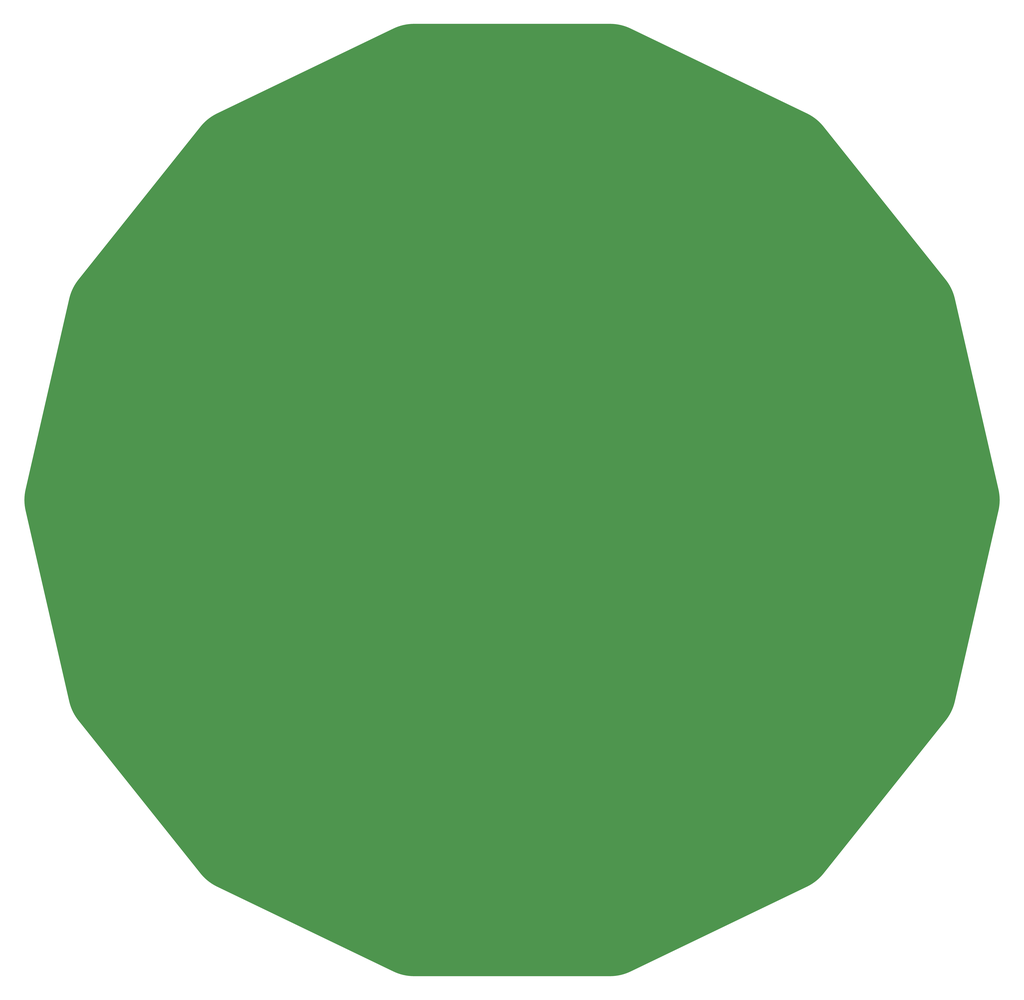
<source format=gbr>
%MOMM*%
%FSLAX36Y36*%
%ADD10C,100*%
D10*
G01*
%LPC*%
%LS1.04347926086957*%
X559795440Y7700007D02*
X374924845Y96728994D01*
X329265579Y296775310D01*
X457200000Y457200000D01*
X642070595Y546228986D01*
X514136174Y385804296D01*
X329265579Y296775310D01*
X374924845Y496821626D01*
X502859266Y657246316D01*
X687729861Y746275303D01*
X559795440Y585850613D01*
X374924845Y496821626D01*
X420584111Y296775310D01*
X548518533Y457200000D01*
X733389128Y546228986D01*
X605454706Y385804296D01*
X420584111Y296775310D01*
X374924845Y96728994D01*
X502859266Y257153684D01*
X457200000Y457200000D01*
X502859266Y657246316D01*
X548518533Y457200000D01*
X502859266Y257153684D01*
X687729861Y346182670D01*
X642070595Y546228986D01*
X687729861Y746275303D01*
X733389128Y546228986D01*
X687729861Y346182670D01*
X559795440Y185757980D01*
X514136174Y385804296D01*
X559795440Y585850613D01*
X605454706Y385804296D01*
X559795440Y185757980D01*
X374924845Y96728994D01*
X246990424Y257153684D01*
X201331158Y457200000D01*
X329265579Y617624690D01*
X514136174Y706653676D01*
X386201753Y546228986D01*
X201331158Y457200000D01*
X246990424Y657246316D01*
X374924845Y817671006D01*
X559795440Y906699993D01*
X431861019Y746275303D01*
X246990424Y657246316D01*
X292649690Y457200000D01*
X420584111Y617624690D01*
X605454706Y706653676D01*
X477520285Y546228986D01*
X292649690Y457200000D01*
X246990424Y257153684D01*
X374924845Y417578374D01*
X329265579Y617624690D01*
X374924845Y817671006D01*
X420584111Y617624690D01*
X374924845Y417578374D01*
X559795440Y506607360D01*
X514136174Y706653676D01*
X559795440Y906699993D01*
X605454706Y706653676D01*
X559795440Y506607360D01*
X431861019Y346182670D01*
X386201753Y546228986D01*
X431861019Y746275303D01*
X477520285Y546228986D01*
X431861019Y346182670D01*
X246990424Y257153684D01*
X431861019Y168124697D01*
X386201753Y368171014D01*
X514136174Y528595704D01*
X699006769Y617624690D01*
X571072348Y457200000D01*
X386201753Y368171014D01*
X431861019Y568217330D01*
X559795440Y728642020D01*
X744666035Y817671006D01*
X616731614Y657246316D01*
X431861019Y568217330D01*
X477520285Y368171014D01*
X605454706Y528595704D01*
X790325301Y617624690D01*
X662390880Y457200000D01*
X477520285Y368171014D01*
X431861019Y168124697D01*
X559795440Y328549387D01*
X514136174Y528595704D01*
X559795440Y728642020D01*
X605454706Y528595704D01*
X559795440Y328549387D01*
X744666035Y417578374D01*
X699006769Y617624690D01*
X744666035Y817671006D01*
X790325301Y617624690D01*
X744666035Y417578374D01*
X616731614Y257153684D01*
X571072348Y457200000D01*
X616731614Y657246316D01*
X662390880Y457200000D01*
X616731614Y257153684D01*
X431861019Y168124697D01*
X559795440Y7700007D01*
X514136174Y207746324D01*
X329265579Y296775310D01*
X201331158Y457200000D01*
X386201753Y368171014D01*
X514136174Y207746324D01*
X642070595Y368171014D01*
X826941190Y457200000D01*
X699006769Y296775310D01*
X514136174Y207746324D01*
X559795440Y407792640D01*
X687729861Y568217330D01*
X872600456Y657246316D01*
X744666035Y496821626D01*
X559795440Y407792640D01*
X374924845Y496821626D01*
X246990424Y657246316D01*
X431861019Y568217330D01*
X559795440Y407792640D01*
X605454706Y207746324D01*
X420584111Y296775310D01*
X292649690Y457200000D01*
X477520285Y368171014D01*
X605454706Y207746324D01*
X733389128Y368171014D01*
X918259723Y457200000D01*
X790325301Y296775310D01*
X605454706Y207746324D01*
X559795440Y7700007D01*
X687729861Y168124697D01*
X502859266Y257153684D01*
X374924845Y417578374D01*
X559795440Y328549387D01*
X687729861Y168124697D01*
X642070595Y368171014D01*
X457200000Y457200000D01*
X329265579Y617624690D01*
X514136174Y528595704D01*
X642070595Y368171014D01*
X687729861Y568217330D01*
X502859266Y657246316D01*
X374924845Y817671006D01*
X559795440Y728642020D01*
X687729861Y568217330D01*
X733389128Y368171014D01*
X548518533Y457200000D01*
X420584111Y617624690D01*
X605454706Y528595704D01*
X733389128Y368171014D01*
X687729861Y168124697D01*
X872600456Y257153684D01*
X687729861Y346182670D01*
X559795440Y506607360D01*
X744666035Y417578374D01*
X872600456Y257153684D01*
X826941190Y457200000D01*
X642070595Y546228986D01*
X514136174Y706653676D01*
X699006769Y617624690D01*
X826941190Y457200000D01*
X872600456Y657246316D01*
X687729861Y746275303D01*
X559795440Y906699993D01*
X744666035Y817671006D01*
X872600456Y657246316D01*
X918259723Y457200000D01*
X733389128Y546228986D01*
X605454706Y706653676D01*
X790325301Y617624690D01*
X918259723Y457200000D01*
X872600456Y257153684D01*
X744666035Y96728994D01*
X559795440Y185757980D01*
X431861019Y346182670D01*
X616731614Y257153684D01*
X744666035Y96728994D01*
X699006769Y296775310D01*
X514136174Y385804296D01*
X386201753Y546228986D01*
X571072348Y457200000D01*
X699006769Y296775310D01*
X744666035Y496821626D01*
X559795440Y585850613D01*
X431861019Y746275303D01*
X616731614Y657246316D01*
X744666035Y496821626D01*
X790325301Y296775310D01*
X605454706Y385804296D01*
X477520285Y546228986D01*
X662390880Y457200000D01*
X790325301Y296775310D01*
X744666035Y96728994D01*
X559795440Y7700007D01*
X354604560Y7700007D01*
X169733965Y96728994D01*
X124074699Y296775310D01*
X252009120Y457200000D01*
X436879715Y546228986D01*
X308945294Y385804296D01*
X124074699Y296775310D01*
X169733965Y496821626D01*
X297668386Y657246316D01*
X482538981Y746275303D01*
X354604560Y585850613D01*
X169733965Y496821626D01*
X215393231Y296775310D01*
X343327652Y457200000D01*
X528198247Y546228986D01*
X400263826Y385804296D01*
X215393231Y296775310D01*
X169733965Y96728994D01*
X297668386Y257153684D01*
X252009120Y457200000D01*
X297668386Y657246316D01*
X343327652Y457200000D01*
X297668386Y257153684D01*
X482538981Y346182670D01*
X436879715Y546228986D01*
X482538981Y746275303D01*
X528198247Y546228986D01*
X482538981Y346182670D01*
X354604560Y185757980D01*
X308945294Y385804296D01*
X354604560Y585850613D01*
X400263826Y385804296D01*
X354604560Y185757980D01*
X169733965Y96728994D01*
X41799544Y257153684D01*
X-3859722Y457200000D01*
X124074699Y617624690D01*
X308945294Y706653676D01*
X181010872Y546228986D01*
X-3859722Y457200000D01*
X41799544Y657246316D01*
X169733965Y817671006D01*
X354604560Y906699993D01*
X226670139Y746275303D01*
X41799544Y657246316D01*
X87458810Y457200000D01*
X215393231Y617624690D01*
X400263826Y706653676D01*
X272329405Y546228986D01*
X87458810Y457200000D01*
X41799544Y257153684D01*
X169733965Y417578374D01*
X124074699Y617624690D01*
X169733965Y817671006D01*
X215393231Y617624690D01*
X169733965Y417578374D01*
X354604560Y506607360D01*
X308945294Y706653676D01*
X354604560Y906699993D01*
X400263826Y706653676D01*
X354604560Y506607360D01*
X226670139Y346182670D01*
X181010872Y546228986D01*
X226670139Y746275303D01*
X272329405Y546228986D01*
X226670139Y346182670D01*
X41799544Y257153684D01*
X226670139Y168124697D01*
X181010872Y368171014D01*
X308945294Y528595704D01*
X493815889Y617624690D01*
X365881467Y457200000D01*
X181010872Y368171014D01*
X226670139Y568217330D01*
X354604560Y728642020D01*
X539475155Y817671006D01*
X411540734Y657246316D01*
X226670139Y568217330D01*
X272329405Y368171014D01*
X400263826Y528595704D01*
X585134421Y617624690D01*
X457200000Y457200000D01*
X272329405Y368171014D01*
X226670139Y168124697D01*
X354604560Y328549387D01*
X308945294Y528595704D01*
X354604560Y728642020D01*
X400263826Y528595704D01*
X354604560Y328549387D01*
X539475155Y417578374D01*
X493815889Y617624690D01*
X539475155Y817671006D01*
X585134421Y617624690D01*
X539475155Y417578374D01*
X411540734Y257153684D01*
X365881467Y457200000D01*
X411540734Y657246316D01*
X457200000Y457200000D01*
X411540734Y257153684D01*
X226670139Y168124697D01*
X354604560Y7700007D01*
X308945294Y207746324D01*
X124074699Y296775310D01*
X-3859722Y457200000D01*
X181010872Y368171014D01*
X308945294Y207746324D01*
X436879715Y368171014D01*
X621750310Y457200000D01*
X493815889Y296775310D01*
X308945294Y207746324D01*
X354604560Y407792640D01*
X482538981Y568217330D01*
X667409576Y657246316D01*
X539475155Y496821626D01*
X354604560Y407792640D01*
X169733965Y496821626D01*
X41799544Y657246316D01*
X226670139Y568217330D01*
X354604560Y407792640D01*
X400263826Y207746324D01*
X215393231Y296775310D01*
X87458810Y457200000D01*
X272329405Y368171014D01*
X400263826Y207746324D01*
X528198247Y368171014D01*
X713068842Y457200000D01*
X585134421Y296775310D01*
X400263826Y207746324D01*
X354604560Y7700007D01*
X482538981Y168124697D01*
X297668386Y257153684D01*
X169733965Y417578374D01*
X354604560Y328549387D01*
X482538981Y168124697D01*
X436879715Y368171014D01*
X252009120Y457200000D01*
X124074699Y617624690D01*
X308945294Y528595704D01*
X436879715Y368171014D01*
X482538981Y568217330D01*
X297668386Y657246316D01*
X169733965Y817671006D01*
X354604560Y728642020D01*
X482538981Y568217330D01*
X528198247Y368171014D01*
X343327652Y457200000D01*
X215393231Y617624690D01*
X400263826Y528595704D01*
X528198247Y368171014D01*
X482538981Y168124697D01*
X667409576Y257153684D01*
X482538981Y346182670D01*
X354604560Y506607360D01*
X539475155Y417578374D01*
X667409576Y257153684D01*
X621750310Y457200000D01*
X436879715Y546228986D01*
X308945294Y706653676D01*
X493815889Y617624690D01*
X621750310Y457200000D01*
X667409576Y657246316D01*
X482538981Y746275303D01*
X354604560Y906699993D01*
X539475155Y817671006D01*
X667409576Y657246316D01*
X713068842Y457200000D01*
X528198247Y546228986D01*
X400263826Y706653676D01*
X585134421Y617624690D01*
X713068842Y457200000D01*
X667409576Y257153684D01*
X539475155Y96728994D01*
X354604560Y185757980D01*
X226670139Y346182670D01*
X411540734Y257153684D01*
X539475155Y96728994D01*
X493815889Y296775310D01*
X308945294Y385804296D01*
X181010872Y546228986D01*
X365881467Y457200000D01*
X493815889Y296775310D01*
X539475155Y496821626D01*
X354604560Y585850613D01*
X226670139Y746275303D01*
X411540734Y657246316D01*
X539475155Y496821626D01*
X585134421Y296775310D01*
X400263826Y385804296D01*
X272329405Y546228986D01*
X457200000Y457200000D01*
X585134421Y296775310D01*
X539475155Y96728994D01*
X354604560Y7700007D01*
X169733965Y96728994D01*
X124074699Y296775310D01*
X252009120Y457200000D01*
X436879715Y546228986D01*
X308945294Y385804296D01*
X124074699Y296775310D01*
X169733965Y496821626D01*
X297668386Y657246316D01*
X482538981Y746275303D01*
X354604560Y585850613D01*
X169733965Y496821626D01*
X215393231Y296775310D01*
X343327652Y457200000D01*
X528198247Y546228986D01*
X400263826Y385804296D01*
X215393231Y296775310D01*
X169733965Y96728994D01*
X297668386Y257153684D01*
X252009120Y457200000D01*
X297668386Y657246316D01*
X343327652Y457200000D01*
X297668386Y257153684D01*
X482538981Y346182670D01*
X436879715Y546228986D01*
X482538981Y746275303D01*
X528198247Y546228986D01*
X482538981Y346182670D01*
X354604560Y185757980D01*
X308945294Y385804296D01*
X354604560Y585850613D01*
X400263826Y385804296D01*
X354604560Y185757980D01*
X169733965Y96728994D01*
X41799544Y257153684D01*
X-3859722Y457200000D01*
X124074699Y617624690D01*
X308945294Y706653676D01*
X181010872Y546228986D01*
X-3859722Y457200000D01*
X41799544Y657246316D01*
X169733965Y817671006D01*
X354604560Y906699993D01*
X226670139Y746275303D01*
X41799544Y657246316D01*
X87458810Y457200000D01*
X215393231Y617624690D01*
X400263826Y706653676D01*
X272329405Y546228986D01*
X87458810Y457200000D01*
X41799544Y257153684D01*
X169733965Y417578374D01*
X124074699Y617624690D01*
X169733965Y817671006D01*
X215393231Y617624690D01*
X169733965Y417578374D01*
X354604560Y506607360D01*
X308945294Y706653676D01*
X354604560Y906699993D01*
X400263826Y706653676D01*
X354604560Y506607360D01*
X226670139Y346182670D01*
X181010872Y546228986D01*
X226670139Y746275303D01*
X272329405Y546228986D01*
X226670139Y346182670D01*
X41799544Y257153684D01*
X226670139Y168124697D01*
X181010872Y368171014D01*
X308945294Y528595704D01*
X493815889Y617624690D01*
X365881467Y457200000D01*
X181010872Y368171014D01*
X226670139Y568217330D01*
X354604560Y728642020D01*
X539475155Y817671006D01*
X411540734Y657246316D01*
X226670139Y568217330D01*
X272329405Y368171014D01*
X400263826Y528595704D01*
X585134421Y617624690D01*
X457200000Y457200000D01*
X272329405Y368171014D01*
X226670139Y168124697D01*
X354604560Y328549387D01*
X308945294Y528595704D01*
X354604560Y728642020D01*
X400263826Y528595704D01*
X354604560Y328549387D01*
X539475155Y417578374D01*
X493815889Y617624690D01*
X539475155Y817671006D01*
X585134421Y617624690D01*
X539475155Y417578374D01*
X411540734Y257153684D01*
X365881467Y457200000D01*
X411540734Y657246316D01*
X457200000Y457200000D01*
X411540734Y257153684D01*
X226670139Y168124697D01*
X354604560Y7700007D01*
X308945294Y207746324D01*
X124074699Y296775310D01*
X-3859722Y457200000D01*
X181010872Y368171014D01*
X308945294Y207746324D01*
X436879715Y368171014D01*
X621750310Y457200000D01*
X493815889Y296775310D01*
X308945294Y207746324D01*
X354604560Y407792640D01*
X482538981Y568217330D01*
X667409576Y657246316D01*
X539475155Y496821626D01*
X354604560Y407792640D01*
X169733965Y496821626D01*
X41799544Y657246316D01*
X226670139Y568217330D01*
X354604560Y407792640D01*
X400263826Y207746324D01*
X215393231Y296775310D01*
X87458810Y457200000D01*
X272329405Y368171014D01*
X400263826Y207746324D01*
X528198247Y368171014D01*
X713068842Y457200000D01*
X585134421Y296775310D01*
X400263826Y207746324D01*
X354604560Y7700007D01*
X482538981Y168124697D01*
X297668386Y257153684D01*
X169733965Y417578374D01*
X354604560Y328549387D01*
X482538981Y168124697D01*
X436879715Y368171014D01*
X252009120Y457200000D01*
X124074699Y617624690D01*
X308945294Y528595704D01*
X436879715Y368171014D01*
X482538981Y568217330D01*
X297668386Y657246316D01*
X169733965Y817671006D01*
X354604560Y728642020D01*
X482538981Y568217330D01*
X528198247Y368171014D01*
X343327652Y457200000D01*
X215393231Y617624690D01*
X400263826Y528595704D01*
X528198247Y368171014D01*
X482538981Y168124697D01*
X667409576Y257153684D01*
X482538981Y346182670D01*
X354604560Y506607360D01*
X539475155Y417578374D01*
X667409576Y257153684D01*
X621750310Y457200000D01*
X436879715Y546228986D01*
X308945294Y706653676D01*
X493815889Y617624690D01*
X621750310Y457200000D01*
X667409576Y657246316D01*
X482538981Y746275303D01*
X354604560Y906699993D01*
X539475155Y817671006D01*
X667409576Y657246316D01*
X713068842Y457200000D01*
X528198247Y546228986D01*
X400263826Y706653676D01*
X585134421Y617624690D01*
X713068842Y457200000D01*
X667409576Y257153684D01*
X539475155Y96728994D01*
X354604560Y185757980D01*
X226670139Y346182670D01*
X411540734Y257153684D01*
X539475155Y96728994D01*
X493815889Y296775310D01*
X308945294Y385804296D01*
X181010872Y546228986D01*
X365881467Y457200000D01*
X493815889Y296775310D01*
X539475155Y496821626D01*
X354604560Y585850613D01*
X226670139Y746275303D01*
X411540734Y657246316D01*
X539475155Y496821626D01*
X585134421Y296775310D01*
X400263826Y385804296D01*
X272329405Y546228986D01*
X457200000Y457200000D01*
X585134421Y296775310D01*
X539475155Y96728994D01*
X354604560Y7700007D01*
X559795440Y7700007D01*
X374924845Y96728994D01*
X169733965Y96728994D01*
X374924845Y96728994D01*
X329265579Y296775310D01*
X457200000Y457200000D01*
X642070595Y546228986D01*
X514136174Y385804296D01*
X329265579Y296775310D01*
X374924845Y496821626D01*
X502859266Y657246316D01*
X687729861Y746275303D01*
X559795440Y585850613D01*
X374924845Y496821626D01*
X420584111Y296775310D01*
X548518533Y457200000D01*
X733389128Y546228986D01*
X605454706Y385804296D01*
X420584111Y296775310D01*
X374924845Y96728994D01*
X502859266Y257153684D01*
X457200000Y457200000D01*
X502859266Y657246316D01*
X548518533Y457200000D01*
X502859266Y257153684D01*
X687729861Y346182670D01*
X642070595Y546228986D01*
X687729861Y746275303D01*
X733389128Y546228986D01*
X687729861Y346182670D01*
X559795440Y185757980D01*
X514136174Y385804296D01*
X559795440Y585850613D01*
X605454706Y385804296D01*
X559795440Y185757980D01*
X374924845Y96728994D01*
X246990424Y257153684D01*
X201331158Y457200000D01*
X329265579Y617624690D01*
X514136174Y706653676D01*
X386201753Y546228986D01*
X201331158Y457200000D01*
X246990424Y657246316D01*
X374924845Y817671006D01*
X559795440Y906699993D01*
X431861019Y746275303D01*
X246990424Y657246316D01*
X292649690Y457200000D01*
X420584111Y617624690D01*
X605454706Y706653676D01*
X477520285Y546228986D01*
X292649690Y457200000D01*
X246990424Y257153684D01*
X374924845Y417578374D01*
X329265579Y617624690D01*
X374924845Y817671006D01*
X420584111Y617624690D01*
X374924845Y417578374D01*
X559795440Y506607360D01*
X514136174Y706653676D01*
X559795440Y906699993D01*
X605454706Y706653676D01*
X559795440Y506607360D01*
X431861019Y346182670D01*
X386201753Y546228986D01*
X431861019Y746275303D01*
X477520285Y546228986D01*
X431861019Y346182670D01*
X246990424Y257153684D01*
X41799544Y257153684D01*
X246990424Y257153684D01*
X431861019Y168124697D01*
X226670139Y168124697D01*
X431861019Y168124697D01*
X386201753Y368171014D01*
X514136174Y528595704D01*
X699006769Y617624690D01*
X571072348Y457200000D01*
X386201753Y368171014D01*
X431861019Y568217330D01*
X559795440Y728642020D01*
X744666035Y817671006D01*
X616731614Y657246316D01*
X431861019Y568217330D01*
X477520285Y368171014D01*
X605454706Y528595704D01*
X790325301Y617624690D01*
X662390880Y457200000D01*
X477520285Y368171014D01*
X431861019Y168124697D01*
X559795440Y328549387D01*
X514136174Y528595704D01*
X559795440Y728642020D01*
X605454706Y528595704D01*
X559795440Y328549387D01*
X744666035Y417578374D01*
X699006769Y617624690D01*
X744666035Y817671006D01*
X790325301Y617624690D01*
X744666035Y417578374D01*
X616731614Y257153684D01*
X571072348Y457200000D01*
X616731614Y657246316D01*
X662390880Y457200000D01*
X616731614Y257153684D01*
X431861019Y168124697D01*
X559795440Y7700007D01*
X514136174Y207746324D01*
X308945294Y207746324D01*
X514136174Y207746324D01*
X329265579Y296775310D01*
X124074699Y296775310D01*
X329265579Y296775310D01*
X201331158Y457200000D01*
X-3859722Y457200000D01*
X201331158Y457200000D01*
X386201753Y368171014D01*
X181010872Y368171014D01*
X386201753Y368171014D01*
X514136174Y207746324D01*
X642070595Y368171014D01*
X826941190Y457200000D01*
X699006769Y296775310D01*
X514136174Y207746324D01*
X559795440Y407792640D01*
X687729861Y568217330D01*
X872600456Y657246316D01*
X744666035Y496821626D01*
X559795440Y407792640D01*
X354604560Y407792640D01*
X559795440Y407792640D01*
X374924845Y496821626D01*
X169733965Y496821626D01*
X374924845Y496821626D01*
X246990424Y657246316D01*
X41799544Y657246316D01*
X246990424Y657246316D01*
X431861019Y568217330D01*
X226670139Y568217330D01*
X431861019Y568217330D01*
X559795440Y407792640D01*
X605454706Y207746324D01*
X400263826Y207746324D01*
X605454706Y207746324D01*
X420584111Y296775310D01*
X215393231Y296775310D01*
X420584111Y296775310D01*
X292649690Y457200000D01*
X87458810Y457200000D01*
X292649690Y457200000D01*
X477520285Y368171014D01*
X272329405Y368171014D01*
X477520285Y368171014D01*
X605454706Y207746324D01*
X733389128Y368171014D01*
X918259723Y457200000D01*
X790325301Y296775310D01*
X605454706Y207746324D01*
X559795440Y7700007D01*
X687729861Y168124697D01*
X482538981Y168124697D01*
X687729861Y168124697D01*
X502859266Y257153684D01*
X297668386Y257153684D01*
X502859266Y257153684D01*
X374924845Y417578374D01*
X169733965Y417578374D01*
X374924845Y417578374D01*
X559795440Y328549387D01*
X354604560Y328549387D01*
X559795440Y328549387D01*
X687729861Y168124697D01*
X642070595Y368171014D01*
X436879715Y368171014D01*
X642070595Y368171014D01*
X457200000Y457200000D01*
X252009120Y457200000D01*
X457200000Y457200000D01*
X329265579Y617624690D01*
X124074699Y617624690D01*
X329265579Y617624690D01*
X514136174Y528595704D01*
X308945294Y528595704D01*
X514136174Y528595704D01*
X642070595Y368171014D01*
X687729861Y568217330D01*
X482538981Y568217330D01*
X687729861Y568217330D01*
X502859266Y657246316D01*
X297668386Y657246316D01*
X502859266Y657246316D01*
X374924845Y817671006D01*
X169733965Y817671006D01*
X374924845Y817671006D01*
X559795440Y728642020D01*
X354604560Y728642020D01*
X559795440Y728642020D01*
X687729861Y568217330D01*
X733389128Y368171014D01*
X528198247Y368171014D01*
X733389128Y368171014D01*
X548518533Y457200000D01*
X343327652Y457200000D01*
X548518533Y457200000D01*
X420584111Y617624690D01*
X215393231Y617624690D01*
X420584111Y617624690D01*
X605454706Y528595704D01*
X400263826Y528595704D01*
X605454706Y528595704D01*
X733389128Y368171014D01*
X687729861Y168124697D01*
X872600456Y257153684D01*
X667409576Y257153684D01*
X872600456Y257153684D01*
X687729861Y346182670D01*
X482538981Y346182670D01*
X687729861Y346182670D01*
X559795440Y506607360D01*
X354604560Y506607360D01*
X559795440Y506607360D01*
X744666035Y417578374D01*
X539475155Y417578374D01*
X744666035Y417578374D01*
X872600456Y257153684D01*
X826941190Y457200000D01*
X621750310Y457200000D01*
X826941190Y457200000D01*
X642070595Y546228986D01*
X436879715Y546228986D01*
X642070595Y546228986D01*
X514136174Y706653676D01*
X308945294Y706653676D01*
X514136174Y706653676D01*
X699006769Y617624690D01*
X493815889Y617624690D01*
X699006769Y617624690D01*
X826941190Y457200000D01*
X872600456Y657246316D01*
X667409576Y657246316D01*
X872600456Y657246316D01*
X687729861Y746275303D01*
X482538981Y746275303D01*
X687729861Y746275303D01*
X559795440Y906699993D01*
X354604560Y906699993D01*
X559795440Y906699993D01*
X744666035Y817671006D01*
X539475155Y817671006D01*
X744666035Y817671006D01*
X872600456Y657246316D01*
X918259723Y457200000D01*
X713068842Y457200000D01*
X918259723Y457200000D01*
X733389128Y546228986D01*
X528198247Y546228986D01*
X733389128Y546228986D01*
X605454706Y706653676D01*
X400263826Y706653676D01*
X605454706Y706653676D01*
X790325301Y617624690D01*
X585134421Y617624690D01*
X790325301Y617624690D01*
X918259723Y457200000D01*
X872600456Y257153684D01*
X744666035Y96728994D01*
X539475155Y96728994D01*
X744666035Y96728994D01*
X559795440Y185757980D01*
X354604560Y185757980D01*
X559795440Y185757980D01*
X431861019Y346182670D01*
X226670139Y346182670D01*
X431861019Y346182670D01*
X616731614Y257153684D01*
X411540734Y257153684D01*
X616731614Y257153684D01*
X744666035Y96728994D01*
X699006769Y296775310D01*
X493815889Y296775310D01*
X699006769Y296775310D01*
X514136174Y385804296D01*
X308945294Y385804296D01*
X514136174Y385804296D01*
X386201753Y546228986D01*
X181010872Y546228986D01*
X386201753Y546228986D01*
X571072348Y457200000D01*
X365881467Y457200000D01*
X571072348Y457200000D01*
X699006769Y296775310D01*
X744666035Y496821626D01*
X539475155Y496821626D01*
X744666035Y496821626D01*
X559795440Y585850613D01*
X354604560Y585850613D01*
X559795440Y585850613D01*
X431861019Y746275303D01*
X226670139Y746275303D01*
X431861019Y746275303D01*
X616731614Y657246316D01*
X411540734Y657246316D01*
X616731614Y657246316D01*
X744666035Y496821626D01*
X790325301Y296775310D01*
X585134421Y296775310D01*
X790325301Y296775310D01*
X605454706Y385804296D01*
X400263826Y385804296D01*
X605454706Y385804296D01*
X477520285Y546228986D01*
X272329405Y546228986D01*
X477520285Y546228986D01*
X662390880Y457200000D01*
X457200000Y457200000D01*
X662390880Y457200000D01*
X790325301Y296775310D01*
X744666035Y96728994D01*
X559795440Y7700007D01*
%LPD*%
%LS1.000001*%
X559795440Y7700007D02*
X374924845Y96728994D01*
X329265579Y296775310D01*
X457200000Y457200000D01*
X642070595Y546228986D01*
X514136174Y385804296D01*
X329265579Y296775310D01*
X374924845Y496821626D01*
X502859266Y657246316D01*
X687729861Y746275303D01*
X559795440Y585850613D01*
X374924845Y496821626D01*
X420584111Y296775310D01*
X548518533Y457200000D01*
X733389128Y546228986D01*
X605454706Y385804296D01*
X420584111Y296775310D01*
X374924845Y96728994D01*
X502859266Y257153684D01*
X457200000Y457200000D01*
X502859266Y657246316D01*
X548518533Y457200000D01*
X502859266Y257153684D01*
X687729861Y346182670D01*
X642070595Y546228986D01*
X687729861Y746275303D01*
X733389128Y546228986D01*
X687729861Y346182670D01*
X559795440Y185757980D01*
X514136174Y385804296D01*
X559795440Y585850613D01*
X605454706Y385804296D01*
X559795440Y185757980D01*
X374924845Y96728994D01*
X246990424Y257153684D01*
X201331158Y457200000D01*
X329265579Y617624690D01*
X514136174Y706653676D01*
X386201753Y546228986D01*
X201331158Y457200000D01*
X246990424Y657246316D01*
X374924845Y817671006D01*
X559795440Y906699993D01*
X431861019Y746275303D01*
X246990424Y657246316D01*
X292649690Y457200000D01*
X420584111Y617624690D01*
X605454706Y706653676D01*
X477520285Y546228986D01*
X292649690Y457200000D01*
X246990424Y257153684D01*
X374924845Y417578374D01*
X329265579Y617624690D01*
X374924845Y817671006D01*
X420584111Y617624690D01*
X374924845Y417578374D01*
X559795440Y506607360D01*
X514136174Y706653676D01*
X559795440Y906699993D01*
X605454706Y706653676D01*
X559795440Y506607360D01*
X431861019Y346182670D01*
X386201753Y546228986D01*
X431861019Y746275303D01*
X477520285Y546228986D01*
X431861019Y346182670D01*
X246990424Y257153684D01*
X431861019Y168124697D01*
X386201753Y368171014D01*
X514136174Y528595704D01*
X699006769Y617624690D01*
X571072348Y457200000D01*
X386201753Y368171014D01*
X431861019Y568217330D01*
X559795440Y728642020D01*
X744666035Y817671006D01*
X616731614Y657246316D01*
X431861019Y568217330D01*
X477520285Y368171014D01*
X605454706Y528595704D01*
X790325301Y617624690D01*
X662390880Y457200000D01*
X477520285Y368171014D01*
X431861019Y168124697D01*
X559795440Y328549387D01*
X514136174Y528595704D01*
X559795440Y728642020D01*
X605454706Y528595704D01*
X559795440Y328549387D01*
X744666035Y417578374D01*
X699006769Y617624690D01*
X744666035Y817671006D01*
X790325301Y617624690D01*
X744666035Y417578374D01*
X616731614Y257153684D01*
X571072348Y457200000D01*
X616731614Y657246316D01*
X662390880Y457200000D01*
X616731614Y257153684D01*
X431861019Y168124697D01*
X559795440Y7700007D01*
X514136174Y207746324D01*
X329265579Y296775310D01*
X201331158Y457200000D01*
X386201753Y368171014D01*
X514136174Y207746324D01*
X642070595Y368171014D01*
X826941190Y457200000D01*
X699006769Y296775310D01*
X514136174Y207746324D01*
X559795440Y407792640D01*
X687729861Y568217330D01*
X872600456Y657246316D01*
X744666035Y496821626D01*
X559795440Y407792640D01*
X374924845Y496821626D01*
X246990424Y657246316D01*
X431861019Y568217330D01*
X559795440Y407792640D01*
X605454706Y207746324D01*
X420584111Y296775310D01*
X292649690Y457200000D01*
X477520285Y368171014D01*
X605454706Y207746324D01*
X733389128Y368171014D01*
X918259723Y457200000D01*
X790325301Y296775310D01*
X605454706Y207746324D01*
X559795440Y7700007D01*
X687729861Y168124697D01*
X502859266Y257153684D01*
X374924845Y417578374D01*
X559795440Y328549387D01*
X687729861Y168124697D01*
X642070595Y368171014D01*
X457200000Y457200000D01*
X329265579Y617624690D01*
X514136174Y528595704D01*
X642070595Y368171014D01*
X687729861Y568217330D01*
X502859266Y657246316D01*
X374924845Y817671006D01*
X559795440Y728642020D01*
X687729861Y568217330D01*
X733389128Y368171014D01*
X548518533Y457200000D01*
X420584111Y617624690D01*
X605454706Y528595704D01*
X733389128Y368171014D01*
X687729861Y168124697D01*
X872600456Y257153684D01*
X687729861Y346182670D01*
X559795440Y506607360D01*
X744666035Y417578374D01*
X872600456Y257153684D01*
X826941190Y457200000D01*
X642070595Y546228986D01*
X514136174Y706653676D01*
X699006769Y617624690D01*
X826941190Y457200000D01*
X872600456Y657246316D01*
X687729861Y746275303D01*
X559795440Y906699993D01*
X744666035Y817671006D01*
X872600456Y657246316D01*
X918259723Y457200000D01*
X733389128Y546228986D01*
X605454706Y706653676D01*
X790325301Y617624690D01*
X918259723Y457200000D01*
X872600456Y257153684D01*
X744666035Y96728994D01*
X559795440Y185757980D01*
X431861019Y346182670D01*
X616731614Y257153684D01*
X744666035Y96728994D01*
X699006769Y296775310D01*
X514136174Y385804296D01*
X386201753Y546228986D01*
X571072348Y457200000D01*
X699006769Y296775310D01*
X744666035Y496821626D01*
X559795440Y585850613D01*
X431861019Y746275303D01*
X616731614Y657246316D01*
X744666035Y496821626D01*
X790325301Y296775310D01*
X605454706Y385804296D01*
X477520285Y546228986D01*
X662390880Y457200000D01*
X790325301Y296775310D01*
X744666035Y96728994D01*
X559795440Y7700007D01*
X354604560Y7700007D01*
X169733965Y96728994D01*
X124074699Y296775310D01*
X252009120Y457200000D01*
X436879715Y546228986D01*
X308945294Y385804296D01*
X124074699Y296775310D01*
X169733965Y496821626D01*
X297668386Y657246316D01*
X482538981Y746275303D01*
X354604560Y585850613D01*
X169733965Y496821626D01*
X215393231Y296775310D01*
X343327652Y457200000D01*
X528198247Y546228986D01*
X400263826Y385804296D01*
X215393231Y296775310D01*
X169733965Y96728994D01*
X297668386Y257153684D01*
X252009120Y457200000D01*
X297668386Y657246316D01*
X343327652Y457200000D01*
X297668386Y257153684D01*
X482538981Y346182670D01*
X436879715Y546228986D01*
X482538981Y746275303D01*
X528198247Y546228986D01*
X482538981Y346182670D01*
X354604560Y185757980D01*
X308945294Y385804296D01*
X354604560Y585850613D01*
X400263826Y385804296D01*
X354604560Y185757980D01*
X169733965Y96728994D01*
X41799544Y257153684D01*
X-3859722Y457200000D01*
X124074699Y617624690D01*
X308945294Y706653676D01*
X181010872Y546228986D01*
X-3859722Y457200000D01*
X41799544Y657246316D01*
X169733965Y817671006D01*
X354604560Y906699993D01*
X226670139Y746275303D01*
X41799544Y657246316D01*
X87458810Y457200000D01*
X215393231Y617624690D01*
X400263826Y706653676D01*
X272329405Y546228986D01*
X87458810Y457200000D01*
X41799544Y257153684D01*
X169733965Y417578374D01*
X124074699Y617624690D01*
X169733965Y817671006D01*
X215393231Y617624690D01*
X169733965Y417578374D01*
X354604560Y506607360D01*
X308945294Y706653676D01*
X354604560Y906699993D01*
X400263826Y706653676D01*
X354604560Y506607360D01*
X226670139Y346182670D01*
X181010872Y546228986D01*
X226670139Y746275303D01*
X272329405Y546228986D01*
X226670139Y346182670D01*
X41799544Y257153684D01*
X226670139Y168124697D01*
X181010872Y368171014D01*
X308945294Y528595704D01*
X493815889Y617624690D01*
X365881467Y457200000D01*
X181010872Y368171014D01*
X226670139Y568217330D01*
X354604560Y728642020D01*
X539475155Y817671006D01*
X411540734Y657246316D01*
X226670139Y568217330D01*
X272329405Y368171014D01*
X400263826Y528595704D01*
X585134421Y617624690D01*
X457200000Y457200000D01*
X272329405Y368171014D01*
X226670139Y168124697D01*
X354604560Y328549387D01*
X308945294Y528595704D01*
X354604560Y728642020D01*
X400263826Y528595704D01*
X354604560Y328549387D01*
X539475155Y417578374D01*
X493815889Y617624690D01*
X539475155Y817671006D01*
X585134421Y617624690D01*
X539475155Y417578374D01*
X411540734Y257153684D01*
X365881467Y457200000D01*
X411540734Y657246316D01*
X457200000Y457200000D01*
X411540734Y257153684D01*
X226670139Y168124697D01*
X354604560Y7700007D01*
X308945294Y207746324D01*
X124074699Y296775310D01*
X-3859722Y457200000D01*
X181010872Y368171014D01*
X308945294Y207746324D01*
X436879715Y368171014D01*
X621750310Y457200000D01*
X493815889Y296775310D01*
X308945294Y207746324D01*
X354604560Y407792640D01*
X482538981Y568217330D01*
X667409576Y657246316D01*
X539475155Y496821626D01*
X354604560Y407792640D01*
X169733965Y496821626D01*
X41799544Y657246316D01*
X226670139Y568217330D01*
X354604560Y407792640D01*
X400263826Y207746324D01*
X215393231Y296775310D01*
X87458810Y457200000D01*
X272329405Y368171014D01*
X400263826Y207746324D01*
X528198247Y368171014D01*
X713068842Y457200000D01*
X585134421Y296775310D01*
X400263826Y207746324D01*
X354604560Y7700007D01*
X482538981Y168124697D01*
X297668386Y257153684D01*
X169733965Y417578374D01*
X354604560Y328549387D01*
X482538981Y168124697D01*
X436879715Y368171014D01*
X252009120Y457200000D01*
X124074699Y617624690D01*
X308945294Y528595704D01*
X436879715Y368171014D01*
X482538981Y568217330D01*
X297668386Y657246316D01*
X169733965Y817671006D01*
X354604560Y728642020D01*
X482538981Y568217330D01*
X528198247Y368171014D01*
X343327652Y457200000D01*
X215393231Y617624690D01*
X400263826Y528595704D01*
X528198247Y368171014D01*
X482538981Y168124697D01*
X667409576Y257153684D01*
X482538981Y346182670D01*
X354604560Y506607360D01*
X539475155Y417578374D01*
X667409576Y257153684D01*
X621750310Y457200000D01*
X436879715Y546228986D01*
X308945294Y706653676D01*
X493815889Y617624690D01*
X621750310Y457200000D01*
X667409576Y657246316D01*
X482538981Y746275303D01*
X354604560Y906699993D01*
X539475155Y817671006D01*
X667409576Y657246316D01*
X713068842Y457200000D01*
X528198247Y546228986D01*
X400263826Y706653676D01*
X585134421Y617624690D01*
X713068842Y457200000D01*
X667409576Y257153684D01*
X539475155Y96728994D01*
X354604560Y185757980D01*
X226670139Y346182670D01*
X411540734Y257153684D01*
X539475155Y96728994D01*
X493815889Y296775310D01*
X308945294Y385804296D01*
X181010872Y546228986D01*
X365881467Y457200000D01*
X493815889Y296775310D01*
X539475155Y496821626D01*
X354604560Y585850613D01*
X226670139Y746275303D01*
X411540734Y657246316D01*
X539475155Y496821626D01*
X585134421Y296775310D01*
X400263826Y385804296D01*
X272329405Y546228986D01*
X457200000Y457200000D01*
X585134421Y296775310D01*
X539475155Y96728994D01*
X354604560Y7700007D01*
X169733965Y96728994D01*
X124074699Y296775310D01*
X252009120Y457200000D01*
X436879715Y546228986D01*
X308945294Y385804296D01*
X124074699Y296775310D01*
X169733965Y496821626D01*
X297668386Y657246316D01*
X482538981Y746275303D01*
X354604560Y585850613D01*
X169733965Y496821626D01*
X215393231Y296775310D01*
X343327652Y457200000D01*
X528198247Y546228986D01*
X400263826Y385804296D01*
X215393231Y296775310D01*
X169733965Y96728994D01*
X297668386Y257153684D01*
X252009120Y457200000D01*
X297668386Y657246316D01*
X343327652Y457200000D01*
X297668386Y257153684D01*
X482538981Y346182670D01*
X436879715Y546228986D01*
X482538981Y746275303D01*
X528198247Y546228986D01*
X482538981Y346182670D01*
X354604560Y185757980D01*
X308945294Y385804296D01*
X354604560Y585850613D01*
X400263826Y385804296D01*
X354604560Y185757980D01*
X169733965Y96728994D01*
X41799544Y257153684D01*
X-3859722Y457200000D01*
X124074699Y617624690D01*
X308945294Y706653676D01*
X181010872Y546228986D01*
X-3859722Y457200000D01*
X41799544Y657246316D01*
X169733965Y817671006D01*
X354604560Y906699993D01*
X226670139Y746275303D01*
X41799544Y657246316D01*
X87458810Y457200000D01*
X215393231Y617624690D01*
X400263826Y706653676D01*
X272329405Y546228986D01*
X87458810Y457200000D01*
X41799544Y257153684D01*
X169733965Y417578374D01*
X124074699Y617624690D01*
X169733965Y817671006D01*
X215393231Y617624690D01*
X169733965Y417578374D01*
X354604560Y506607360D01*
X308945294Y706653676D01*
X354604560Y906699993D01*
X400263826Y706653676D01*
X354604560Y506607360D01*
X226670139Y346182670D01*
X181010872Y546228986D01*
X226670139Y746275303D01*
X272329405Y546228986D01*
X226670139Y346182670D01*
X41799544Y257153684D01*
X226670139Y168124697D01*
X181010872Y368171014D01*
X308945294Y528595704D01*
X493815889Y617624690D01*
X365881467Y457200000D01*
X181010872Y368171014D01*
X226670139Y568217330D01*
X354604560Y728642020D01*
X539475155Y817671006D01*
X411540734Y657246316D01*
X226670139Y568217330D01*
X272329405Y368171014D01*
X400263826Y528595704D01*
X585134421Y617624690D01*
X457200000Y457200000D01*
X272329405Y368171014D01*
X226670139Y168124697D01*
X354604560Y328549387D01*
X308945294Y528595704D01*
X354604560Y728642020D01*
X400263826Y528595704D01*
X354604560Y328549387D01*
X539475155Y417578374D01*
X493815889Y617624690D01*
X539475155Y817671006D01*
X585134421Y617624690D01*
X539475155Y417578374D01*
X411540734Y257153684D01*
X365881467Y457200000D01*
X411540734Y657246316D01*
X457200000Y457200000D01*
X411540734Y257153684D01*
X226670139Y168124697D01*
X354604560Y7700007D01*
X308945294Y207746324D01*
X124074699Y296775310D01*
X-3859722Y457200000D01*
X181010872Y368171014D01*
X308945294Y207746324D01*
X436879715Y368171014D01*
X621750310Y457200000D01*
X493815889Y296775310D01*
X308945294Y207746324D01*
X354604560Y407792640D01*
X482538981Y568217330D01*
X667409576Y657246316D01*
X539475155Y496821626D01*
X354604560Y407792640D01*
X169733965Y496821626D01*
X41799544Y657246316D01*
X226670139Y568217330D01*
X354604560Y407792640D01*
X400263826Y207746324D01*
X215393231Y296775310D01*
X87458810Y457200000D01*
X272329405Y368171014D01*
X400263826Y207746324D01*
X528198247Y368171014D01*
X713068842Y457200000D01*
X585134421Y296775310D01*
X400263826Y207746324D01*
X354604560Y7700007D01*
X482538981Y168124697D01*
X297668386Y257153684D01*
X169733965Y417578374D01*
X354604560Y328549387D01*
X482538981Y168124697D01*
X436879715Y368171014D01*
X252009120Y457200000D01*
X124074699Y617624690D01*
X308945294Y528595704D01*
X436879715Y368171014D01*
X482538981Y568217330D01*
X297668386Y657246316D01*
X169733965Y817671006D01*
X354604560Y728642020D01*
X482538981Y568217330D01*
X528198247Y368171014D01*
X343327652Y457200000D01*
X215393231Y617624690D01*
X400263826Y528595704D01*
X528198247Y368171014D01*
X482538981Y168124697D01*
X667409576Y257153684D01*
X482538981Y346182670D01*
X354604560Y506607360D01*
X539475155Y417578374D01*
X667409576Y257153684D01*
X621750310Y457200000D01*
X436879715Y546228986D01*
X308945294Y706653676D01*
X493815889Y617624690D01*
X621750310Y457200000D01*
X667409576Y657246316D01*
X482538981Y746275303D01*
X354604560Y906699993D01*
X539475155Y817671006D01*
X667409576Y657246316D01*
X713068842Y457200000D01*
X528198247Y546228986D01*
X400263826Y706653676D01*
X585134421Y617624690D01*
X713068842Y457200000D01*
X667409576Y257153684D01*
X539475155Y96728994D01*
X354604560Y185757980D01*
X226670139Y346182670D01*
X411540734Y257153684D01*
X539475155Y96728994D01*
X493815889Y296775310D01*
X308945294Y385804296D01*
X181010872Y546228986D01*
X365881467Y457200000D01*
X493815889Y296775310D01*
X539475155Y496821626D01*
X354604560Y585850613D01*
X226670139Y746275303D01*
X411540734Y657246316D01*
X539475155Y496821626D01*
X585134421Y296775310D01*
X400263826Y385804296D01*
X272329405Y546228986D01*
X457200000Y457200000D01*
X585134421Y296775310D01*
X539475155Y96728994D01*
X354604560Y7700007D01*
X559795440Y7700007D01*
X374924845Y96728994D01*
X169733965Y96728994D01*
X374924845Y96728994D01*
X329265579Y296775310D01*
X457200000Y457200000D01*
X642070595Y546228986D01*
X514136174Y385804296D01*
X329265579Y296775310D01*
X374924845Y496821626D01*
X502859266Y657246316D01*
X687729861Y746275303D01*
X559795440Y585850613D01*
X374924845Y496821626D01*
X420584111Y296775310D01*
X548518533Y457200000D01*
X733389128Y546228986D01*
X605454706Y385804296D01*
X420584111Y296775310D01*
X374924845Y96728994D01*
X502859266Y257153684D01*
X457200000Y457200000D01*
X502859266Y657246316D01*
X548518533Y457200000D01*
X502859266Y257153684D01*
X687729861Y346182670D01*
X642070595Y546228986D01*
X687729861Y746275303D01*
X733389128Y546228986D01*
X687729861Y346182670D01*
X559795440Y185757980D01*
X514136174Y385804296D01*
X559795440Y585850613D01*
X605454706Y385804296D01*
X559795440Y185757980D01*
X374924845Y96728994D01*
X246990424Y257153684D01*
X201331158Y457200000D01*
X329265579Y617624690D01*
X514136174Y706653676D01*
X386201753Y546228986D01*
X201331158Y457200000D01*
X246990424Y657246316D01*
X374924845Y817671006D01*
X559795440Y906699993D01*
X431861019Y746275303D01*
X246990424Y657246316D01*
X292649690Y457200000D01*
X420584111Y617624690D01*
X605454706Y706653676D01*
X477520285Y546228986D01*
X292649690Y457200000D01*
X246990424Y257153684D01*
X374924845Y417578374D01*
X329265579Y617624690D01*
X374924845Y817671006D01*
X420584111Y617624690D01*
X374924845Y417578374D01*
X559795440Y506607360D01*
X514136174Y706653676D01*
X559795440Y906699993D01*
X605454706Y706653676D01*
X559795440Y506607360D01*
X431861019Y346182670D01*
X386201753Y546228986D01*
X431861019Y746275303D01*
X477520285Y546228986D01*
X431861019Y346182670D01*
X246990424Y257153684D01*
X41799544Y257153684D01*
X246990424Y257153684D01*
X431861019Y168124697D01*
X226670139Y168124697D01*
X431861019Y168124697D01*
X386201753Y368171014D01*
X514136174Y528595704D01*
X699006769Y617624690D01*
X571072348Y457200000D01*
X386201753Y368171014D01*
X431861019Y568217330D01*
X559795440Y728642020D01*
X744666035Y817671006D01*
X616731614Y657246316D01*
X431861019Y568217330D01*
X477520285Y368171014D01*
X605454706Y528595704D01*
X790325301Y617624690D01*
X662390880Y457200000D01*
X477520285Y368171014D01*
X431861019Y168124697D01*
X559795440Y328549387D01*
X514136174Y528595704D01*
X559795440Y728642020D01*
X605454706Y528595704D01*
X559795440Y328549387D01*
X744666035Y417578374D01*
X699006769Y617624690D01*
X744666035Y817671006D01*
X790325301Y617624690D01*
X744666035Y417578374D01*
X616731614Y257153684D01*
X571072348Y457200000D01*
X616731614Y657246316D01*
X662390880Y457200000D01*
X616731614Y257153684D01*
X431861019Y168124697D01*
X559795440Y7700007D01*
X514136174Y207746324D01*
X308945294Y207746324D01*
X514136174Y207746324D01*
X329265579Y296775310D01*
X124074699Y296775310D01*
X329265579Y296775310D01*
X201331158Y457200000D01*
X-3859722Y457200000D01*
X201331158Y457200000D01*
X386201753Y368171014D01*
X181010872Y368171014D01*
X386201753Y368171014D01*
X514136174Y207746324D01*
X642070595Y368171014D01*
X826941190Y457200000D01*
X699006769Y296775310D01*
X514136174Y207746324D01*
X559795440Y407792640D01*
X687729861Y568217330D01*
X872600456Y657246316D01*
X744666035Y496821626D01*
X559795440Y407792640D01*
X354604560Y407792640D01*
X559795440Y407792640D01*
X374924845Y496821626D01*
X169733965Y496821626D01*
X374924845Y496821626D01*
X246990424Y657246316D01*
X41799544Y657246316D01*
X246990424Y657246316D01*
X431861019Y568217330D01*
X226670139Y568217330D01*
X431861019Y568217330D01*
X559795440Y407792640D01*
X605454706Y207746324D01*
X400263826Y207746324D01*
X605454706Y207746324D01*
X420584111Y296775310D01*
X215393231Y296775310D01*
X420584111Y296775310D01*
X292649690Y457200000D01*
X87458810Y457200000D01*
X292649690Y457200000D01*
X477520285Y368171014D01*
X272329405Y368171014D01*
X477520285Y368171014D01*
X605454706Y207746324D01*
X733389128Y368171014D01*
X918259723Y457200000D01*
X790325301Y296775310D01*
X605454706Y207746324D01*
X559795440Y7700007D01*
X687729861Y168124697D01*
X482538981Y168124697D01*
X687729861Y168124697D01*
X502859266Y257153684D01*
X297668386Y257153684D01*
X502859266Y257153684D01*
X374924845Y417578374D01*
X169733965Y417578374D01*
X374924845Y417578374D01*
X559795440Y328549387D01*
X354604560Y328549387D01*
X559795440Y328549387D01*
X687729861Y168124697D01*
X642070595Y368171014D01*
X436879715Y368171014D01*
X642070595Y368171014D01*
X457200000Y457200000D01*
X252009120Y457200000D01*
X457200000Y457200000D01*
X329265579Y617624690D01*
X124074699Y617624690D01*
X329265579Y617624690D01*
X514136174Y528595704D01*
X308945294Y528595704D01*
X514136174Y528595704D01*
X642070595Y368171014D01*
X687729861Y568217330D01*
X482538981Y568217330D01*
X687729861Y568217330D01*
X502859266Y657246316D01*
X297668386Y657246316D01*
X502859266Y657246316D01*
X374924845Y817671006D01*
X169733965Y817671006D01*
X374924845Y817671006D01*
X559795440Y728642020D01*
X354604560Y728642020D01*
X559795440Y728642020D01*
X687729861Y568217330D01*
X733389128Y368171014D01*
X528198247Y368171014D01*
X733389128Y368171014D01*
X548518533Y457200000D01*
X343327652Y457200000D01*
X548518533Y457200000D01*
X420584111Y617624690D01*
X215393231Y617624690D01*
X420584111Y617624690D01*
X605454706Y528595704D01*
X400263826Y528595704D01*
X605454706Y528595704D01*
X733389128Y368171014D01*
X687729861Y168124697D01*
X872600456Y257153684D01*
X667409576Y257153684D01*
X872600456Y257153684D01*
X687729861Y346182670D01*
X482538981Y346182670D01*
X687729861Y346182670D01*
X559795440Y506607360D01*
X354604560Y506607360D01*
X559795440Y506607360D01*
X744666035Y417578374D01*
X539475155Y417578374D01*
X744666035Y417578374D01*
X872600456Y257153684D01*
X826941190Y457200000D01*
X621750310Y457200000D01*
X826941190Y457200000D01*
X642070595Y546228986D01*
X436879715Y546228986D01*
X642070595Y546228986D01*
X514136174Y706653676D01*
X308945294Y706653676D01*
X514136174Y706653676D01*
X699006769Y617624690D01*
X493815889Y617624690D01*
X699006769Y617624690D01*
X826941190Y457200000D01*
X872600456Y657246316D01*
X667409576Y657246316D01*
X872600456Y657246316D01*
X687729861Y746275303D01*
X482538981Y746275303D01*
X687729861Y746275303D01*
X559795440Y906699993D01*
X354604560Y906699993D01*
X559795440Y906699993D01*
X744666035Y817671006D01*
X539475155Y817671006D01*
X744666035Y817671006D01*
X872600456Y657246316D01*
X918259723Y457200000D01*
X713068842Y457200000D01*
X918259723Y457200000D01*
X733389128Y546228986D01*
X528198247Y546228986D01*
X733389128Y546228986D01*
X605454706Y706653676D01*
X400263826Y706653676D01*
X605454706Y706653676D01*
X790325301Y617624690D01*
X585134421Y617624690D01*
X790325301Y617624690D01*
X918259723Y457200000D01*
X872600456Y257153684D01*
X744666035Y96728994D01*
X539475155Y96728994D01*
X744666035Y96728994D01*
X559795440Y185757980D01*
X354604560Y185757980D01*
X559795440Y185757980D01*
X431861019Y346182670D01*
X226670139Y346182670D01*
X431861019Y346182670D01*
X616731614Y257153684D01*
X411540734Y257153684D01*
X616731614Y257153684D01*
X744666035Y96728994D01*
X699006769Y296775310D01*
X493815889Y296775310D01*
X699006769Y296775310D01*
X514136174Y385804296D01*
X308945294Y385804296D01*
X514136174Y385804296D01*
X386201753Y546228986D01*
X181010872Y546228986D01*
X386201753Y546228986D01*
X571072348Y457200000D01*
X365881467Y457200000D01*
X571072348Y457200000D01*
X699006769Y296775310D01*
X744666035Y496821626D01*
X539475155Y496821626D01*
X744666035Y496821626D01*
X559795440Y585850613D01*
X354604560Y585850613D01*
X559795440Y585850613D01*
X431861019Y746275303D01*
X226670139Y746275303D01*
X431861019Y746275303D01*
X616731614Y657246316D01*
X411540734Y657246316D01*
X616731614Y657246316D01*
X744666035Y496821626D01*
X790325301Y296775310D01*
X585134421Y296775310D01*
X790325301Y296775310D01*
X605454706Y385804296D01*
X400263826Y385804296D01*
X605454706Y385804296D01*
X477520285Y546228986D01*
X272329405Y546228986D01*
X477520285Y546228986D01*
X662390880Y457200000D01*
X457200000Y457200000D01*
X662390880Y457200000D01*
X790325301Y296775310D01*
X744666035Y96728994D01*
X559795440Y7700007D01*
%LPC*%
%LS0.956522739130435*%
X559795440Y7700007D02*
X374924845Y96728994D01*
X329265579Y296775310D01*
X457200000Y457200000D01*
X642070595Y546228986D01*
X514136174Y385804296D01*
X329265579Y296775310D01*
X374924845Y496821626D01*
X502859266Y657246316D01*
X687729861Y746275303D01*
X559795440Y585850613D01*
X374924845Y496821626D01*
X420584111Y296775310D01*
X548518533Y457200000D01*
X733389128Y546228986D01*
X605454706Y385804296D01*
X420584111Y296775310D01*
X374924845Y96728994D01*
X502859266Y257153684D01*
X457200000Y457200000D01*
X502859266Y657246316D01*
X548518533Y457200000D01*
X502859266Y257153684D01*
X687729861Y346182670D01*
X642070595Y546228986D01*
X687729861Y746275303D01*
X733389128Y546228986D01*
X687729861Y346182670D01*
X559795440Y185757980D01*
X514136174Y385804296D01*
X559795440Y585850613D01*
X605454706Y385804296D01*
X559795440Y185757980D01*
X374924845Y96728994D01*
X246990424Y257153684D01*
X201331158Y457200000D01*
X329265579Y617624690D01*
X514136174Y706653676D01*
X386201753Y546228986D01*
X201331158Y457200000D01*
X246990424Y657246316D01*
X374924845Y817671006D01*
X559795440Y906699993D01*
X431861019Y746275303D01*
X246990424Y657246316D01*
X292649690Y457200000D01*
X420584111Y617624690D01*
X605454706Y706653676D01*
X477520285Y546228986D01*
X292649690Y457200000D01*
X246990424Y257153684D01*
X374924845Y417578374D01*
X329265579Y617624690D01*
X374924845Y817671006D01*
X420584111Y617624690D01*
X374924845Y417578374D01*
X559795440Y506607360D01*
X514136174Y706653676D01*
X559795440Y906699993D01*
X605454706Y706653676D01*
X559795440Y506607360D01*
X431861019Y346182670D01*
X386201753Y546228986D01*
X431861019Y746275303D01*
X477520285Y546228986D01*
X431861019Y346182670D01*
X246990424Y257153684D01*
X431861019Y168124697D01*
X386201753Y368171014D01*
X514136174Y528595704D01*
X699006769Y617624690D01*
X571072348Y457200000D01*
X386201753Y368171014D01*
X431861019Y568217330D01*
X559795440Y728642020D01*
X744666035Y817671006D01*
X616731614Y657246316D01*
X431861019Y568217330D01*
X477520285Y368171014D01*
X605454706Y528595704D01*
X790325301Y617624690D01*
X662390880Y457200000D01*
X477520285Y368171014D01*
X431861019Y168124697D01*
X559795440Y328549387D01*
X514136174Y528595704D01*
X559795440Y728642020D01*
X605454706Y528595704D01*
X559795440Y328549387D01*
X744666035Y417578374D01*
X699006769Y617624690D01*
X744666035Y817671006D01*
X790325301Y617624690D01*
X744666035Y417578374D01*
X616731614Y257153684D01*
X571072348Y457200000D01*
X616731614Y657246316D01*
X662390880Y457200000D01*
X616731614Y257153684D01*
X431861019Y168124697D01*
X559795440Y7700007D01*
X514136174Y207746324D01*
X329265579Y296775310D01*
X201331158Y457200000D01*
X386201753Y368171014D01*
X514136174Y207746324D01*
X642070595Y368171014D01*
X826941190Y457200000D01*
X699006769Y296775310D01*
X514136174Y207746324D01*
X559795440Y407792640D01*
X687729861Y568217330D01*
X872600456Y657246316D01*
X744666035Y496821626D01*
X559795440Y407792640D01*
X374924845Y496821626D01*
X246990424Y657246316D01*
X431861019Y568217330D01*
X559795440Y407792640D01*
X605454706Y207746324D01*
X420584111Y296775310D01*
X292649690Y457200000D01*
X477520285Y368171014D01*
X605454706Y207746324D01*
X733389128Y368171014D01*
X918259723Y457200000D01*
X790325301Y296775310D01*
X605454706Y207746324D01*
X559795440Y7700007D01*
X687729861Y168124697D01*
X502859266Y257153684D01*
X374924845Y417578374D01*
X559795440Y328549387D01*
X687729861Y168124697D01*
X642070595Y368171014D01*
X457200000Y457200000D01*
X329265579Y617624690D01*
X514136174Y528595704D01*
X642070595Y368171014D01*
X687729861Y568217330D01*
X502859266Y657246316D01*
X374924845Y817671006D01*
X559795440Y728642020D01*
X687729861Y568217330D01*
X733389128Y368171014D01*
X548518533Y457200000D01*
X420584111Y617624690D01*
X605454706Y528595704D01*
X733389128Y368171014D01*
X687729861Y168124697D01*
X872600456Y257153684D01*
X687729861Y346182670D01*
X559795440Y506607360D01*
X744666035Y417578374D01*
X872600456Y257153684D01*
X826941190Y457200000D01*
X642070595Y546228986D01*
X514136174Y706653676D01*
X699006769Y617624690D01*
X826941190Y457200000D01*
X872600456Y657246316D01*
X687729861Y746275303D01*
X559795440Y906699993D01*
X744666035Y817671006D01*
X872600456Y657246316D01*
X918259723Y457200000D01*
X733389128Y546228986D01*
X605454706Y706653676D01*
X790325301Y617624690D01*
X918259723Y457200000D01*
X872600456Y257153684D01*
X744666035Y96728994D01*
X559795440Y185757980D01*
X431861019Y346182670D01*
X616731614Y257153684D01*
X744666035Y96728994D01*
X699006769Y296775310D01*
X514136174Y385804296D01*
X386201753Y546228986D01*
X571072348Y457200000D01*
X699006769Y296775310D01*
X744666035Y496821626D01*
X559795440Y585850613D01*
X431861019Y746275303D01*
X616731614Y657246316D01*
X744666035Y496821626D01*
X790325301Y296775310D01*
X605454706Y385804296D01*
X477520285Y546228986D01*
X662390880Y457200000D01*
X790325301Y296775310D01*
X744666035Y96728994D01*
X559795440Y7700007D01*
X354604560Y7700007D01*
X169733965Y96728994D01*
X124074699Y296775310D01*
X252009120Y457200000D01*
X436879715Y546228986D01*
X308945294Y385804296D01*
X124074699Y296775310D01*
X169733965Y496821626D01*
X297668386Y657246316D01*
X482538981Y746275303D01*
X354604560Y585850613D01*
X169733965Y496821626D01*
X215393231Y296775310D01*
X343327652Y457200000D01*
X528198247Y546228986D01*
X400263826Y385804296D01*
X215393231Y296775310D01*
X169733965Y96728994D01*
X297668386Y257153684D01*
X252009120Y457200000D01*
X297668386Y657246316D01*
X343327652Y457200000D01*
X297668386Y257153684D01*
X482538981Y346182670D01*
X436879715Y546228986D01*
X482538981Y746275303D01*
X528198247Y546228986D01*
X482538981Y346182670D01*
X354604560Y185757980D01*
X308945294Y385804296D01*
X354604560Y585850613D01*
X400263826Y385804296D01*
X354604560Y185757980D01*
X169733965Y96728994D01*
X41799544Y257153684D01*
X-3859722Y457200000D01*
X124074699Y617624690D01*
X308945294Y706653676D01*
X181010872Y546228986D01*
X-3859722Y457200000D01*
X41799544Y657246316D01*
X169733965Y817671006D01*
X354604560Y906699993D01*
X226670139Y746275303D01*
X41799544Y657246316D01*
X87458810Y457200000D01*
X215393231Y617624690D01*
X400263826Y706653676D01*
X272329405Y546228986D01*
X87458810Y457200000D01*
X41799544Y257153684D01*
X169733965Y417578374D01*
X124074699Y617624690D01*
X169733965Y817671006D01*
X215393231Y617624690D01*
X169733965Y417578374D01*
X354604560Y506607360D01*
X308945294Y706653676D01*
X354604560Y906699993D01*
X400263826Y706653676D01*
X354604560Y506607360D01*
X226670139Y346182670D01*
X181010872Y546228986D01*
X226670139Y746275303D01*
X272329405Y546228986D01*
X226670139Y346182670D01*
X41799544Y257153684D01*
X226670139Y168124697D01*
X181010872Y368171014D01*
X308945294Y528595704D01*
X493815889Y617624690D01*
X365881467Y457200000D01*
X181010872Y368171014D01*
X226670139Y568217330D01*
X354604560Y728642020D01*
X539475155Y817671006D01*
X411540734Y657246316D01*
X226670139Y568217330D01*
X272329405Y368171014D01*
X400263826Y528595704D01*
X585134421Y617624690D01*
X457200000Y457200000D01*
X272329405Y368171014D01*
X226670139Y168124697D01*
X354604560Y328549387D01*
X308945294Y528595704D01*
X354604560Y728642020D01*
X400263826Y528595704D01*
X354604560Y328549387D01*
X539475155Y417578374D01*
X493815889Y617624690D01*
X539475155Y817671006D01*
X585134421Y617624690D01*
X539475155Y417578374D01*
X411540734Y257153684D01*
X365881467Y457200000D01*
X411540734Y657246316D01*
X457200000Y457200000D01*
X411540734Y257153684D01*
X226670139Y168124697D01*
X354604560Y7700007D01*
X308945294Y207746324D01*
X124074699Y296775310D01*
X-3859722Y457200000D01*
X181010872Y368171014D01*
X308945294Y207746324D01*
X436879715Y368171014D01*
X621750310Y457200000D01*
X493815889Y296775310D01*
X308945294Y207746324D01*
X354604560Y407792640D01*
X482538981Y568217330D01*
X667409576Y657246316D01*
X539475155Y496821626D01*
X354604560Y407792640D01*
X169733965Y496821626D01*
X41799544Y657246316D01*
X226670139Y568217330D01*
X354604560Y407792640D01*
X400263826Y207746324D01*
X215393231Y296775310D01*
X87458810Y457200000D01*
X272329405Y368171014D01*
X400263826Y207746324D01*
X528198247Y368171014D01*
X713068842Y457200000D01*
X585134421Y296775310D01*
X400263826Y207746324D01*
X354604560Y7700007D01*
X482538981Y168124697D01*
X297668386Y257153684D01*
X169733965Y417578374D01*
X354604560Y328549387D01*
X482538981Y168124697D01*
X436879715Y368171014D01*
X252009120Y457200000D01*
X124074699Y617624690D01*
X308945294Y528595704D01*
X436879715Y368171014D01*
X482538981Y568217330D01*
X297668386Y657246316D01*
X169733965Y817671006D01*
X354604560Y728642020D01*
X482538981Y568217330D01*
X528198247Y368171014D01*
X343327652Y457200000D01*
X215393231Y617624690D01*
X400263826Y528595704D01*
X528198247Y368171014D01*
X482538981Y168124697D01*
X667409576Y257153684D01*
X482538981Y346182670D01*
X354604560Y506607360D01*
X539475155Y417578374D01*
X667409576Y257153684D01*
X621750310Y457200000D01*
X436879715Y546228986D01*
X308945294Y706653676D01*
X493815889Y617624690D01*
X621750310Y457200000D01*
X667409576Y657246316D01*
X482538981Y746275303D01*
X354604560Y906699993D01*
X539475155Y817671006D01*
X667409576Y657246316D01*
X713068842Y457200000D01*
X528198247Y546228986D01*
X400263826Y706653676D01*
X585134421Y617624690D01*
X713068842Y457200000D01*
X667409576Y257153684D01*
X539475155Y96728994D01*
X354604560Y185757980D01*
X226670139Y346182670D01*
X411540734Y257153684D01*
X539475155Y96728994D01*
X493815889Y296775310D01*
X308945294Y385804296D01*
X181010872Y546228986D01*
X365881467Y457200000D01*
X493815889Y296775310D01*
X539475155Y496821626D01*
X354604560Y585850613D01*
X226670139Y746275303D01*
X411540734Y657246316D01*
X539475155Y496821626D01*
X585134421Y296775310D01*
X400263826Y385804296D01*
X272329405Y546228986D01*
X457200000Y457200000D01*
X585134421Y296775310D01*
X539475155Y96728994D01*
X354604560Y7700007D01*
X169733965Y96728994D01*
X124074699Y296775310D01*
X252009120Y457200000D01*
X436879715Y546228986D01*
X308945294Y385804296D01*
X124074699Y296775310D01*
X169733965Y496821626D01*
X297668386Y657246316D01*
X482538981Y746275303D01*
X354604560Y585850613D01*
X169733965Y496821626D01*
X215393231Y296775310D01*
X343327652Y457200000D01*
X528198247Y546228986D01*
X400263826Y385804296D01*
X215393231Y296775310D01*
X169733965Y96728994D01*
X297668386Y257153684D01*
X252009120Y457200000D01*
X297668386Y657246316D01*
X343327652Y457200000D01*
X297668386Y257153684D01*
X482538981Y346182670D01*
X436879715Y546228986D01*
X482538981Y746275303D01*
X528198247Y546228986D01*
X482538981Y346182670D01*
X354604560Y185757980D01*
X308945294Y385804296D01*
X354604560Y585850613D01*
X400263826Y385804296D01*
X354604560Y185757980D01*
X169733965Y96728994D01*
X41799544Y257153684D01*
X-3859722Y457200000D01*
X124074699Y617624690D01*
X308945294Y706653676D01*
X181010872Y546228986D01*
X-3859722Y457200000D01*
X41799544Y657246316D01*
X169733965Y817671006D01*
X354604560Y906699993D01*
X226670139Y746275303D01*
X41799544Y657246316D01*
X87458810Y457200000D01*
X215393231Y617624690D01*
X400263826Y706653676D01*
X272329405Y546228986D01*
X87458810Y457200000D01*
X41799544Y257153684D01*
X169733965Y417578374D01*
X124074699Y617624690D01*
X169733965Y817671006D01*
X215393231Y617624690D01*
X169733965Y417578374D01*
X354604560Y506607360D01*
X308945294Y706653676D01*
X354604560Y906699993D01*
X400263826Y706653676D01*
X354604560Y506607360D01*
X226670139Y346182670D01*
X181010872Y546228986D01*
X226670139Y746275303D01*
X272329405Y546228986D01*
X226670139Y346182670D01*
X41799544Y257153684D01*
X226670139Y168124697D01*
X181010872Y368171014D01*
X308945294Y528595704D01*
X493815889Y617624690D01*
X365881467Y457200000D01*
X181010872Y368171014D01*
X226670139Y568217330D01*
X354604560Y728642020D01*
X539475155Y817671006D01*
X411540734Y657246316D01*
X226670139Y568217330D01*
X272329405Y368171014D01*
X400263826Y528595704D01*
X585134421Y617624690D01*
X457200000Y457200000D01*
X272329405Y368171014D01*
X226670139Y168124697D01*
X354604560Y328549387D01*
X308945294Y528595704D01*
X354604560Y728642020D01*
X400263826Y528595704D01*
X354604560Y328549387D01*
X539475155Y417578374D01*
X493815889Y617624690D01*
X539475155Y817671006D01*
X585134421Y617624690D01*
X539475155Y417578374D01*
X411540734Y257153684D01*
X365881467Y457200000D01*
X411540734Y657246316D01*
X457200000Y457200000D01*
X411540734Y257153684D01*
X226670139Y168124697D01*
X354604560Y7700007D01*
X308945294Y207746324D01*
X124074699Y296775310D01*
X-3859722Y457200000D01*
X181010872Y368171014D01*
X308945294Y207746324D01*
X436879715Y368171014D01*
X621750310Y457200000D01*
X493815889Y296775310D01*
X308945294Y207746324D01*
X354604560Y407792640D01*
X482538981Y568217330D01*
X667409576Y657246316D01*
X539475155Y496821626D01*
X354604560Y407792640D01*
X169733965Y496821626D01*
X41799544Y657246316D01*
X226670139Y568217330D01*
X354604560Y407792640D01*
X400263826Y207746324D01*
X215393231Y296775310D01*
X87458810Y457200000D01*
X272329405Y368171014D01*
X400263826Y207746324D01*
X528198247Y368171014D01*
X713068842Y457200000D01*
X585134421Y296775310D01*
X400263826Y207746324D01*
X354604560Y7700007D01*
X482538981Y168124697D01*
X297668386Y257153684D01*
X169733965Y417578374D01*
X354604560Y328549387D01*
X482538981Y168124697D01*
X436879715Y368171014D01*
X252009120Y457200000D01*
X124074699Y617624690D01*
X308945294Y528595704D01*
X436879715Y368171014D01*
X482538981Y568217330D01*
X297668386Y657246316D01*
X169733965Y817671006D01*
X354604560Y728642020D01*
X482538981Y568217330D01*
X528198247Y368171014D01*
X343327652Y457200000D01*
X215393231Y617624690D01*
X400263826Y528595704D01*
X528198247Y368171014D01*
X482538981Y168124697D01*
X667409576Y257153684D01*
X482538981Y346182670D01*
X354604560Y506607360D01*
X539475155Y417578374D01*
X667409576Y257153684D01*
X621750310Y457200000D01*
X436879715Y546228986D01*
X308945294Y706653676D01*
X493815889Y617624690D01*
X621750310Y457200000D01*
X667409576Y657246316D01*
X482538981Y746275303D01*
X354604560Y906699993D01*
X539475155Y817671006D01*
X667409576Y657246316D01*
X713068842Y457200000D01*
X528198247Y546228986D01*
X400263826Y706653676D01*
X585134421Y617624690D01*
X713068842Y457200000D01*
X667409576Y257153684D01*
X539475155Y96728994D01*
X354604560Y185757980D01*
X226670139Y346182670D01*
X411540734Y257153684D01*
X539475155Y96728994D01*
X493815889Y296775310D01*
X308945294Y385804296D01*
X181010872Y546228986D01*
X365881467Y457200000D01*
X493815889Y296775310D01*
X539475155Y496821626D01*
X354604560Y585850613D01*
X226670139Y746275303D01*
X411540734Y657246316D01*
X539475155Y496821626D01*
X585134421Y296775310D01*
X400263826Y385804296D01*
X272329405Y546228986D01*
X457200000Y457200000D01*
X585134421Y296775310D01*
X539475155Y96728994D01*
X354604560Y7700007D01*
X559795440Y7700007D01*
X374924845Y96728994D01*
X169733965Y96728994D01*
X374924845Y96728994D01*
X329265579Y296775310D01*
X457200000Y457200000D01*
X642070595Y546228986D01*
X514136174Y385804296D01*
X329265579Y296775310D01*
X374924845Y496821626D01*
X502859266Y657246316D01*
X687729861Y746275303D01*
X559795440Y585850613D01*
X374924845Y496821626D01*
X420584111Y296775310D01*
X548518533Y457200000D01*
X733389128Y546228986D01*
X605454706Y385804296D01*
X420584111Y296775310D01*
X374924845Y96728994D01*
X502859266Y257153684D01*
X457200000Y457200000D01*
X502859266Y657246316D01*
X548518533Y457200000D01*
X502859266Y257153684D01*
X687729861Y346182670D01*
X642070595Y546228986D01*
X687729861Y746275303D01*
X733389128Y546228986D01*
X687729861Y346182670D01*
X559795440Y185757980D01*
X514136174Y385804296D01*
X559795440Y585850613D01*
X605454706Y385804296D01*
X559795440Y185757980D01*
X374924845Y96728994D01*
X246990424Y257153684D01*
X201331158Y457200000D01*
X329265579Y617624690D01*
X514136174Y706653676D01*
X386201753Y546228986D01*
X201331158Y457200000D01*
X246990424Y657246316D01*
X374924845Y817671006D01*
X559795440Y906699993D01*
X431861019Y746275303D01*
X246990424Y657246316D01*
X292649690Y457200000D01*
X420584111Y617624690D01*
X605454706Y706653676D01*
X477520285Y546228986D01*
X292649690Y457200000D01*
X246990424Y257153684D01*
X374924845Y417578374D01*
X329265579Y617624690D01*
X374924845Y817671006D01*
X420584111Y617624690D01*
X374924845Y417578374D01*
X559795440Y506607360D01*
X514136174Y706653676D01*
X559795440Y906699993D01*
X605454706Y706653676D01*
X559795440Y506607360D01*
X431861019Y346182670D01*
X386201753Y546228986D01*
X431861019Y746275303D01*
X477520285Y546228986D01*
X431861019Y346182670D01*
X246990424Y257153684D01*
X41799544Y257153684D01*
X246990424Y257153684D01*
X431861019Y168124697D01*
X226670139Y168124697D01*
X431861019Y168124697D01*
X386201753Y368171014D01*
X514136174Y528595704D01*
X699006769Y617624690D01*
X571072348Y457200000D01*
X386201753Y368171014D01*
X431861019Y568217330D01*
X559795440Y728642020D01*
X744666035Y817671006D01*
X616731614Y657246316D01*
X431861019Y568217330D01*
X477520285Y368171014D01*
X605454706Y528595704D01*
X790325301Y617624690D01*
X662390880Y457200000D01*
X477520285Y368171014D01*
X431861019Y168124697D01*
X559795440Y328549387D01*
X514136174Y528595704D01*
X559795440Y728642020D01*
X605454706Y528595704D01*
X559795440Y328549387D01*
X744666035Y417578374D01*
X699006769Y617624690D01*
X744666035Y817671006D01*
X790325301Y617624690D01*
X744666035Y417578374D01*
X616731614Y257153684D01*
X571072348Y457200000D01*
X616731614Y657246316D01*
X662390880Y457200000D01*
X616731614Y257153684D01*
X431861019Y168124697D01*
X559795440Y7700007D01*
X514136174Y207746324D01*
X308945294Y207746324D01*
X514136174Y207746324D01*
X329265579Y296775310D01*
X124074699Y296775310D01*
X329265579Y296775310D01*
X201331158Y457200000D01*
X-3859722Y457200000D01*
X201331158Y457200000D01*
X386201753Y368171014D01*
X181010872Y368171014D01*
X386201753Y368171014D01*
X514136174Y207746324D01*
X642070595Y368171014D01*
X826941190Y457200000D01*
X699006769Y296775310D01*
X514136174Y207746324D01*
X559795440Y407792640D01*
X687729861Y568217330D01*
X872600456Y657246316D01*
X744666035Y496821626D01*
X559795440Y407792640D01*
X354604560Y407792640D01*
X559795440Y407792640D01*
X374924845Y496821626D01*
X169733965Y496821626D01*
X374924845Y496821626D01*
X246990424Y657246316D01*
X41799544Y657246316D01*
X246990424Y657246316D01*
X431861019Y568217330D01*
X226670139Y568217330D01*
X431861019Y568217330D01*
X559795440Y407792640D01*
X605454706Y207746324D01*
X400263826Y207746324D01*
X605454706Y207746324D01*
X420584111Y296775310D01*
X215393231Y296775310D01*
X420584111Y296775310D01*
X292649690Y457200000D01*
X87458810Y457200000D01*
X292649690Y457200000D01*
X477520285Y368171014D01*
X272329405Y368171014D01*
X477520285Y368171014D01*
X605454706Y207746324D01*
X733389128Y368171014D01*
X918259723Y457200000D01*
X790325301Y296775310D01*
X605454706Y207746324D01*
X559795440Y7700007D01*
X687729861Y168124697D01*
X482538981Y168124697D01*
X687729861Y168124697D01*
X502859266Y257153684D01*
X297668386Y257153684D01*
X502859266Y257153684D01*
X374924845Y417578374D01*
X169733965Y417578374D01*
X374924845Y417578374D01*
X559795440Y328549387D01*
X354604560Y328549387D01*
X559795440Y328549387D01*
X687729861Y168124697D01*
X642070595Y368171014D01*
X436879715Y368171014D01*
X642070595Y368171014D01*
X457200000Y457200000D01*
X252009120Y457200000D01*
X457200000Y457200000D01*
X329265579Y617624690D01*
X124074699Y617624690D01*
X329265579Y617624690D01*
X514136174Y528595704D01*
X308945294Y528595704D01*
X514136174Y528595704D01*
X642070595Y368171014D01*
X687729861Y568217330D01*
X482538981Y568217330D01*
X687729861Y568217330D01*
X502859266Y657246316D01*
X297668386Y657246316D01*
X502859266Y657246316D01*
X374924845Y817671006D01*
X169733965Y817671006D01*
X374924845Y817671006D01*
X559795440Y728642020D01*
X354604560Y728642020D01*
X559795440Y728642020D01*
X687729861Y568217330D01*
X733389128Y368171014D01*
X528198247Y368171014D01*
X733389128Y368171014D01*
X548518533Y457200000D01*
X343327652Y457200000D01*
X548518533Y457200000D01*
X420584111Y617624690D01*
X215393231Y617624690D01*
X420584111Y617624690D01*
X605454706Y528595704D01*
X400263826Y528595704D01*
X605454706Y528595704D01*
X733389128Y368171014D01*
X687729861Y168124697D01*
X872600456Y257153684D01*
X667409576Y257153684D01*
X872600456Y257153684D01*
X687729861Y346182670D01*
X482538981Y346182670D01*
X687729861Y346182670D01*
X559795440Y506607360D01*
X354604560Y506607360D01*
X559795440Y506607360D01*
X744666035Y417578374D01*
X539475155Y417578374D01*
X744666035Y417578374D01*
X872600456Y257153684D01*
X826941190Y457200000D01*
X621750310Y457200000D01*
X826941190Y457200000D01*
X642070595Y546228986D01*
X436879715Y546228986D01*
X642070595Y546228986D01*
X514136174Y706653676D01*
X308945294Y706653676D01*
X514136174Y706653676D01*
X699006769Y617624690D01*
X493815889Y617624690D01*
X699006769Y617624690D01*
X826941190Y457200000D01*
X872600456Y657246316D01*
X667409576Y657246316D01*
X872600456Y657246316D01*
X687729861Y746275303D01*
X482538981Y746275303D01*
X687729861Y746275303D01*
X559795440Y906699993D01*
X354604560Y906699993D01*
X559795440Y906699993D01*
X744666035Y817671006D01*
X539475155Y817671006D01*
X744666035Y817671006D01*
X872600456Y657246316D01*
X918259723Y457200000D01*
X713068842Y457200000D01*
X918259723Y457200000D01*
X733389128Y546228986D01*
X528198247Y546228986D01*
X733389128Y546228986D01*
X605454706Y706653676D01*
X400263826Y706653676D01*
X605454706Y706653676D01*
X790325301Y617624690D01*
X585134421Y617624690D01*
X790325301Y617624690D01*
X918259723Y457200000D01*
X872600456Y257153684D01*
X744666035Y96728994D01*
X539475155Y96728994D01*
X744666035Y96728994D01*
X559795440Y185757980D01*
X354604560Y185757980D01*
X559795440Y185757980D01*
X431861019Y346182670D01*
X226670139Y346182670D01*
X431861019Y346182670D01*
X616731614Y257153684D01*
X411540734Y257153684D01*
X616731614Y257153684D01*
X744666035Y96728994D01*
X699006769Y296775310D01*
X493815889Y296775310D01*
X699006769Y296775310D01*
X514136174Y385804296D01*
X308945294Y385804296D01*
X514136174Y385804296D01*
X386201753Y546228986D01*
X181010872Y546228986D01*
X386201753Y546228986D01*
X571072348Y457200000D01*
X365881467Y457200000D01*
X571072348Y457200000D01*
X699006769Y296775310D01*
X744666035Y496821626D01*
X539475155Y496821626D01*
X744666035Y496821626D01*
X559795440Y585850613D01*
X354604560Y585850613D01*
X559795440Y585850613D01*
X431861019Y746275303D01*
X226670139Y746275303D01*
X431861019Y746275303D01*
X616731614Y657246316D01*
X411540734Y657246316D01*
X616731614Y657246316D01*
X744666035Y496821626D01*
X790325301Y296775310D01*
X585134421Y296775310D01*
X790325301Y296775310D01*
X605454706Y385804296D01*
X400263826Y385804296D01*
X605454706Y385804296D01*
X477520285Y546228986D01*
X272329405Y546228986D01*
X477520285Y546228986D01*
X662390880Y457200000D01*
X457200000Y457200000D01*
X662390880Y457200000D01*
X790325301Y296775310D01*
X744666035Y96728994D01*
X559795440Y7700007D01*
%LPD*%
%LS0.91304447826087*%
X559795440Y7700007D02*
X374924845Y96728994D01*
X329265579Y296775310D01*
X457200000Y457200000D01*
X642070595Y546228986D01*
X514136174Y385804296D01*
X329265579Y296775310D01*
X374924845Y496821626D01*
X502859266Y657246316D01*
X687729861Y746275303D01*
X559795440Y585850613D01*
X374924845Y496821626D01*
X420584111Y296775310D01*
X548518533Y457200000D01*
X733389128Y546228986D01*
X605454706Y385804296D01*
X420584111Y296775310D01*
X374924845Y96728994D01*
X502859266Y257153684D01*
X457200000Y457200000D01*
X502859266Y657246316D01*
X548518533Y457200000D01*
X502859266Y257153684D01*
X687729861Y346182670D01*
X642070595Y546228986D01*
X687729861Y746275303D01*
X733389128Y546228986D01*
X687729861Y346182670D01*
X559795440Y185757980D01*
X514136174Y385804296D01*
X559795440Y585850613D01*
X605454706Y385804296D01*
X559795440Y185757980D01*
X374924845Y96728994D01*
X246990424Y257153684D01*
X201331158Y457200000D01*
X329265579Y617624690D01*
X514136174Y706653676D01*
X386201753Y546228986D01*
X201331158Y457200000D01*
X246990424Y657246316D01*
X374924845Y817671006D01*
X559795440Y906699993D01*
X431861019Y746275303D01*
X246990424Y657246316D01*
X292649690Y457200000D01*
X420584111Y617624690D01*
X605454706Y706653676D01*
X477520285Y546228986D01*
X292649690Y457200000D01*
X246990424Y257153684D01*
X374924845Y417578374D01*
X329265579Y617624690D01*
X374924845Y817671006D01*
X420584111Y617624690D01*
X374924845Y417578374D01*
X559795440Y506607360D01*
X514136174Y706653676D01*
X559795440Y906699993D01*
X605454706Y706653676D01*
X559795440Y506607360D01*
X431861019Y346182670D01*
X386201753Y546228986D01*
X431861019Y746275303D01*
X477520285Y546228986D01*
X431861019Y346182670D01*
X246990424Y257153684D01*
X431861019Y168124697D01*
X386201753Y368171014D01*
X514136174Y528595704D01*
X699006769Y617624690D01*
X571072348Y457200000D01*
X386201753Y368171014D01*
X431861019Y568217330D01*
X559795440Y728642020D01*
X744666035Y817671006D01*
X616731614Y657246316D01*
X431861019Y568217330D01*
X477520285Y368171014D01*
X605454706Y528595704D01*
X790325301Y617624690D01*
X662390880Y457200000D01*
X477520285Y368171014D01*
X431861019Y168124697D01*
X559795440Y328549387D01*
X514136174Y528595704D01*
X559795440Y728642020D01*
X605454706Y528595704D01*
X559795440Y328549387D01*
X744666035Y417578374D01*
X699006769Y617624690D01*
X744666035Y817671006D01*
X790325301Y617624690D01*
X744666035Y417578374D01*
X616731614Y257153684D01*
X571072348Y457200000D01*
X616731614Y657246316D01*
X662390880Y457200000D01*
X616731614Y257153684D01*
X431861019Y168124697D01*
X559795440Y7700007D01*
X514136174Y207746324D01*
X329265579Y296775310D01*
X201331158Y457200000D01*
X386201753Y368171014D01*
X514136174Y207746324D01*
X642070595Y368171014D01*
X826941190Y457200000D01*
X699006769Y296775310D01*
X514136174Y207746324D01*
X559795440Y407792640D01*
X687729861Y568217330D01*
X872600456Y657246316D01*
X744666035Y496821626D01*
X559795440Y407792640D01*
X374924845Y496821626D01*
X246990424Y657246316D01*
X431861019Y568217330D01*
X559795440Y407792640D01*
X605454706Y207746324D01*
X420584111Y296775310D01*
X292649690Y457200000D01*
X477520285Y368171014D01*
X605454706Y207746324D01*
X733389128Y368171014D01*
X918259723Y457200000D01*
X790325301Y296775310D01*
X605454706Y207746324D01*
X559795440Y7700007D01*
X687729861Y168124697D01*
X502859266Y257153684D01*
X374924845Y417578374D01*
X559795440Y328549387D01*
X687729861Y168124697D01*
X642070595Y368171014D01*
X457200000Y457200000D01*
X329265579Y617624690D01*
X514136174Y528595704D01*
X642070595Y368171014D01*
X687729861Y568217330D01*
X502859266Y657246316D01*
X374924845Y817671006D01*
X559795440Y728642020D01*
X687729861Y568217330D01*
X733389128Y368171014D01*
X548518533Y457200000D01*
X420584111Y617624690D01*
X605454706Y528595704D01*
X733389128Y368171014D01*
X687729861Y168124697D01*
X872600456Y257153684D01*
X687729861Y346182670D01*
X559795440Y506607360D01*
X744666035Y417578374D01*
X872600456Y257153684D01*
X826941190Y457200000D01*
X642070595Y546228986D01*
X514136174Y706653676D01*
X699006769Y617624690D01*
X826941190Y457200000D01*
X872600456Y657246316D01*
X687729861Y746275303D01*
X559795440Y906699993D01*
X744666035Y817671006D01*
X872600456Y657246316D01*
X918259723Y457200000D01*
X733389128Y546228986D01*
X605454706Y706653676D01*
X790325301Y617624690D01*
X918259723Y457200000D01*
X872600456Y257153684D01*
X744666035Y96728994D01*
X559795440Y185757980D01*
X431861019Y346182670D01*
X616731614Y257153684D01*
X744666035Y96728994D01*
X699006769Y296775310D01*
X514136174Y385804296D01*
X386201753Y546228986D01*
X571072348Y457200000D01*
X699006769Y296775310D01*
X744666035Y496821626D01*
X559795440Y585850613D01*
X431861019Y746275303D01*
X616731614Y657246316D01*
X744666035Y496821626D01*
X790325301Y296775310D01*
X605454706Y385804296D01*
X477520285Y546228986D01*
X662390880Y457200000D01*
X790325301Y296775310D01*
X744666035Y96728994D01*
X559795440Y7700007D01*
X354604560Y7700007D01*
X169733965Y96728994D01*
X124074699Y296775310D01*
X252009120Y457200000D01*
X436879715Y546228986D01*
X308945294Y385804296D01*
X124074699Y296775310D01*
X169733965Y496821626D01*
X297668386Y657246316D01*
X482538981Y746275303D01*
X354604560Y585850613D01*
X169733965Y496821626D01*
X215393231Y296775310D01*
X343327652Y457200000D01*
X528198247Y546228986D01*
X400263826Y385804296D01*
X215393231Y296775310D01*
X169733965Y96728994D01*
X297668386Y257153684D01*
X252009120Y457200000D01*
X297668386Y657246316D01*
X343327652Y457200000D01*
X297668386Y257153684D01*
X482538981Y346182670D01*
X436879715Y546228986D01*
X482538981Y746275303D01*
X528198247Y546228986D01*
X482538981Y346182670D01*
X354604560Y185757980D01*
X308945294Y385804296D01*
X354604560Y585850613D01*
X400263826Y385804296D01*
X354604560Y185757980D01*
X169733965Y96728994D01*
X41799544Y257153684D01*
X-3859722Y457200000D01*
X124074699Y617624690D01*
X308945294Y706653676D01*
X181010872Y546228986D01*
X-3859722Y457200000D01*
X41799544Y657246316D01*
X169733965Y817671006D01*
X354604560Y906699993D01*
X226670139Y746275303D01*
X41799544Y657246316D01*
X87458810Y457200000D01*
X215393231Y617624690D01*
X400263826Y706653676D01*
X272329405Y546228986D01*
X87458810Y457200000D01*
X41799544Y257153684D01*
X169733965Y417578374D01*
X124074699Y617624690D01*
X169733965Y817671006D01*
X215393231Y617624690D01*
X169733965Y417578374D01*
X354604560Y506607360D01*
X308945294Y706653676D01*
X354604560Y906699993D01*
X400263826Y706653676D01*
X354604560Y506607360D01*
X226670139Y346182670D01*
X181010872Y546228986D01*
X226670139Y746275303D01*
X272329405Y546228986D01*
X226670139Y346182670D01*
X41799544Y257153684D01*
X226670139Y168124697D01*
X181010872Y368171014D01*
X308945294Y528595704D01*
X493815889Y617624690D01*
X365881467Y457200000D01*
X181010872Y368171014D01*
X226670139Y568217330D01*
X354604560Y728642020D01*
X539475155Y817671006D01*
X411540734Y657246316D01*
X226670139Y568217330D01*
X272329405Y368171014D01*
X400263826Y528595704D01*
X585134421Y617624690D01*
X457200000Y457200000D01*
X272329405Y368171014D01*
X226670139Y168124697D01*
X354604560Y328549387D01*
X308945294Y528595704D01*
X354604560Y728642020D01*
X400263826Y528595704D01*
X354604560Y328549387D01*
X539475155Y417578374D01*
X493815889Y617624690D01*
X539475155Y817671006D01*
X585134421Y617624690D01*
X539475155Y417578374D01*
X411540734Y257153684D01*
X365881467Y457200000D01*
X411540734Y657246316D01*
X457200000Y457200000D01*
X411540734Y257153684D01*
X226670139Y168124697D01*
X354604560Y7700007D01*
X308945294Y207746324D01*
X124074699Y296775310D01*
X-3859722Y457200000D01*
X181010872Y368171014D01*
X308945294Y207746324D01*
X436879715Y368171014D01*
X621750310Y457200000D01*
X493815889Y296775310D01*
X308945294Y207746324D01*
X354604560Y407792640D01*
X482538981Y568217330D01*
X667409576Y657246316D01*
X539475155Y496821626D01*
X354604560Y407792640D01*
X169733965Y496821626D01*
X41799544Y657246316D01*
X226670139Y568217330D01*
X354604560Y407792640D01*
X400263826Y207746324D01*
X215393231Y296775310D01*
X87458810Y457200000D01*
X272329405Y368171014D01*
X400263826Y207746324D01*
X528198247Y368171014D01*
X713068842Y457200000D01*
X585134421Y296775310D01*
X400263826Y207746324D01*
X354604560Y7700007D01*
X482538981Y168124697D01*
X297668386Y257153684D01*
X169733965Y417578374D01*
X354604560Y328549387D01*
X482538981Y168124697D01*
X436879715Y368171014D01*
X252009120Y457200000D01*
X124074699Y617624690D01*
X308945294Y528595704D01*
X436879715Y368171014D01*
X482538981Y568217330D01*
X297668386Y657246316D01*
X169733965Y817671006D01*
X354604560Y728642020D01*
X482538981Y568217330D01*
X528198247Y368171014D01*
X343327652Y457200000D01*
X215393231Y617624690D01*
X400263826Y528595704D01*
X528198247Y368171014D01*
X482538981Y168124697D01*
X667409576Y257153684D01*
X482538981Y346182670D01*
X354604560Y506607360D01*
X539475155Y417578374D01*
X667409576Y257153684D01*
X621750310Y457200000D01*
X436879715Y546228986D01*
X308945294Y706653676D01*
X493815889Y617624690D01*
X621750310Y457200000D01*
X667409576Y657246316D01*
X482538981Y746275303D01*
X354604560Y906699993D01*
X539475155Y817671006D01*
X667409576Y657246316D01*
X713068842Y457200000D01*
X528198247Y546228986D01*
X400263826Y706653676D01*
X585134421Y617624690D01*
X713068842Y457200000D01*
X667409576Y257153684D01*
X539475155Y96728994D01*
X354604560Y185757980D01*
X226670139Y346182670D01*
X411540734Y257153684D01*
X539475155Y96728994D01*
X493815889Y296775310D01*
X308945294Y385804296D01*
X181010872Y546228986D01*
X365881467Y457200000D01*
X493815889Y296775310D01*
X539475155Y496821626D01*
X354604560Y585850613D01*
X226670139Y746275303D01*
X411540734Y657246316D01*
X539475155Y496821626D01*
X585134421Y296775310D01*
X400263826Y385804296D01*
X272329405Y546228986D01*
X457200000Y457200000D01*
X585134421Y296775310D01*
X539475155Y96728994D01*
X354604560Y7700007D01*
X169733965Y96728994D01*
X124074699Y296775310D01*
X252009120Y457200000D01*
X436879715Y546228986D01*
X308945294Y385804296D01*
X124074699Y296775310D01*
X169733965Y496821626D01*
X297668386Y657246316D01*
X482538981Y746275303D01*
X354604560Y585850613D01*
X169733965Y496821626D01*
X215393231Y296775310D01*
X343327652Y457200000D01*
X528198247Y546228986D01*
X400263826Y385804296D01*
X215393231Y296775310D01*
X169733965Y96728994D01*
X297668386Y257153684D01*
X252009120Y457200000D01*
X297668386Y657246316D01*
X343327652Y457200000D01*
X297668386Y257153684D01*
X482538981Y346182670D01*
X436879715Y546228986D01*
X482538981Y746275303D01*
X528198247Y546228986D01*
X482538981Y346182670D01*
X354604560Y185757980D01*
X308945294Y385804296D01*
X354604560Y585850613D01*
X400263826Y385804296D01*
X354604560Y185757980D01*
X169733965Y96728994D01*
X41799544Y257153684D01*
X-3859722Y457200000D01*
X124074699Y617624690D01*
X308945294Y706653676D01*
X181010872Y546228986D01*
X-3859722Y457200000D01*
X41799544Y657246316D01*
X169733965Y817671006D01*
X354604560Y906699993D01*
X226670139Y746275303D01*
X41799544Y657246316D01*
X87458810Y457200000D01*
X215393231Y617624690D01*
X400263826Y706653676D01*
X272329405Y546228986D01*
X87458810Y457200000D01*
X41799544Y257153684D01*
X169733965Y417578374D01*
X124074699Y617624690D01*
X169733965Y817671006D01*
X215393231Y617624690D01*
X169733965Y417578374D01*
X354604560Y506607360D01*
X308945294Y706653676D01*
X354604560Y906699993D01*
X400263826Y706653676D01*
X354604560Y506607360D01*
X226670139Y346182670D01*
X181010872Y546228986D01*
X226670139Y746275303D01*
X272329405Y546228986D01*
X226670139Y346182670D01*
X41799544Y257153684D01*
X226670139Y168124697D01*
X181010872Y368171014D01*
X308945294Y528595704D01*
X493815889Y617624690D01*
X365881467Y457200000D01*
X181010872Y368171014D01*
X226670139Y568217330D01*
X354604560Y728642020D01*
X539475155Y817671006D01*
X411540734Y657246316D01*
X226670139Y568217330D01*
X272329405Y368171014D01*
X400263826Y528595704D01*
X585134421Y617624690D01*
X457200000Y457200000D01*
X272329405Y368171014D01*
X226670139Y168124697D01*
X354604560Y328549387D01*
X308945294Y528595704D01*
X354604560Y728642020D01*
X400263826Y528595704D01*
X354604560Y328549387D01*
X539475155Y417578374D01*
X493815889Y617624690D01*
X539475155Y817671006D01*
X585134421Y617624690D01*
X539475155Y417578374D01*
X411540734Y257153684D01*
X365881467Y457200000D01*
X411540734Y657246316D01*
X457200000Y457200000D01*
X411540734Y257153684D01*
X226670139Y168124697D01*
X354604560Y7700007D01*
X308945294Y207746324D01*
X124074699Y296775310D01*
X-3859722Y457200000D01*
X181010872Y368171014D01*
X308945294Y207746324D01*
X436879715Y368171014D01*
X621750310Y457200000D01*
X493815889Y296775310D01*
X308945294Y207746324D01*
X354604560Y407792640D01*
X482538981Y568217330D01*
X667409576Y657246316D01*
X539475155Y496821626D01*
X354604560Y407792640D01*
X169733965Y496821626D01*
X41799544Y657246316D01*
X226670139Y568217330D01*
X354604560Y407792640D01*
X400263826Y207746324D01*
X215393231Y296775310D01*
X87458810Y457200000D01*
X272329405Y368171014D01*
X400263826Y207746324D01*
X528198247Y368171014D01*
X713068842Y457200000D01*
X585134421Y296775310D01*
X400263826Y207746324D01*
X354604560Y7700007D01*
X482538981Y168124697D01*
X297668386Y257153684D01*
X169733965Y417578374D01*
X354604560Y328549387D01*
X482538981Y168124697D01*
X436879715Y368171014D01*
X252009120Y457200000D01*
X124074699Y617624690D01*
X308945294Y528595704D01*
X436879715Y368171014D01*
X482538981Y568217330D01*
X297668386Y657246316D01*
X169733965Y817671006D01*
X354604560Y728642020D01*
X482538981Y568217330D01*
X528198247Y368171014D01*
X343327652Y457200000D01*
X215393231Y617624690D01*
X400263826Y528595704D01*
X528198247Y368171014D01*
X482538981Y168124697D01*
X667409576Y257153684D01*
X482538981Y346182670D01*
X354604560Y506607360D01*
X539475155Y417578374D01*
X667409576Y257153684D01*
X621750310Y457200000D01*
X436879715Y546228986D01*
X308945294Y706653676D01*
X493815889Y617624690D01*
X621750310Y457200000D01*
X667409576Y657246316D01*
X482538981Y746275303D01*
X354604560Y906699993D01*
X539475155Y817671006D01*
X667409576Y657246316D01*
X713068842Y457200000D01*
X528198247Y546228986D01*
X400263826Y706653676D01*
X585134421Y617624690D01*
X713068842Y457200000D01*
X667409576Y257153684D01*
X539475155Y96728994D01*
X354604560Y185757980D01*
X226670139Y346182670D01*
X411540734Y257153684D01*
X539475155Y96728994D01*
X493815889Y296775310D01*
X308945294Y385804296D01*
X181010872Y546228986D01*
X365881467Y457200000D01*
X493815889Y296775310D01*
X539475155Y496821626D01*
X354604560Y585850613D01*
X226670139Y746275303D01*
X411540734Y657246316D01*
X539475155Y496821626D01*
X585134421Y296775310D01*
X400263826Y385804296D01*
X272329405Y546228986D01*
X457200000Y457200000D01*
X585134421Y296775310D01*
X539475155Y96728994D01*
X354604560Y7700007D01*
X559795440Y7700007D01*
X374924845Y96728994D01*
X169733965Y96728994D01*
X374924845Y96728994D01*
X329265579Y296775310D01*
X457200000Y457200000D01*
X642070595Y546228986D01*
X514136174Y385804296D01*
X329265579Y296775310D01*
X374924845Y496821626D01*
X502859266Y657246316D01*
X687729861Y746275303D01*
X559795440Y585850613D01*
X374924845Y496821626D01*
X420584111Y296775310D01*
X548518533Y457200000D01*
X733389128Y546228986D01*
X605454706Y385804296D01*
X420584111Y296775310D01*
X374924845Y96728994D01*
X502859266Y257153684D01*
X457200000Y457200000D01*
X502859266Y657246316D01*
X548518533Y457200000D01*
X502859266Y257153684D01*
X687729861Y346182670D01*
X642070595Y546228986D01*
X687729861Y746275303D01*
X733389128Y546228986D01*
X687729861Y346182670D01*
X559795440Y185757980D01*
X514136174Y385804296D01*
X559795440Y585850613D01*
X605454706Y385804296D01*
X559795440Y185757980D01*
X374924845Y96728994D01*
X246990424Y257153684D01*
X201331158Y457200000D01*
X329265579Y617624690D01*
X514136174Y706653676D01*
X386201753Y546228986D01*
X201331158Y457200000D01*
X246990424Y657246316D01*
X374924845Y817671006D01*
X559795440Y906699993D01*
X431861019Y746275303D01*
X246990424Y657246316D01*
X292649690Y457200000D01*
X420584111Y617624690D01*
X605454706Y706653676D01*
X477520285Y546228986D01*
X292649690Y457200000D01*
X246990424Y257153684D01*
X374924845Y417578374D01*
X329265579Y617624690D01*
X374924845Y817671006D01*
X420584111Y617624690D01*
X374924845Y417578374D01*
X559795440Y506607360D01*
X514136174Y706653676D01*
X559795440Y906699993D01*
X605454706Y706653676D01*
X559795440Y506607360D01*
X431861019Y346182670D01*
X386201753Y546228986D01*
X431861019Y746275303D01*
X477520285Y546228986D01*
X431861019Y346182670D01*
X246990424Y257153684D01*
X41799544Y257153684D01*
X246990424Y257153684D01*
X431861019Y168124697D01*
X226670139Y168124697D01*
X431861019Y168124697D01*
X386201753Y368171014D01*
X514136174Y528595704D01*
X699006769Y617624690D01*
X571072348Y457200000D01*
X386201753Y368171014D01*
X431861019Y568217330D01*
X559795440Y728642020D01*
X744666035Y817671006D01*
X616731614Y657246316D01*
X431861019Y568217330D01*
X477520285Y368171014D01*
X605454706Y528595704D01*
X790325301Y617624690D01*
X662390880Y457200000D01*
X477520285Y368171014D01*
X431861019Y168124697D01*
X559795440Y328549387D01*
X514136174Y528595704D01*
X559795440Y728642020D01*
X605454706Y528595704D01*
X559795440Y328549387D01*
X744666035Y417578374D01*
X699006769Y617624690D01*
X744666035Y817671006D01*
X790325301Y617624690D01*
X744666035Y417578374D01*
X616731614Y257153684D01*
X571072348Y457200000D01*
X616731614Y657246316D01*
X662390880Y457200000D01*
X616731614Y257153684D01*
X431861019Y168124697D01*
X559795440Y7700007D01*
X514136174Y207746324D01*
X308945294Y207746324D01*
X514136174Y207746324D01*
X329265579Y296775310D01*
X124074699Y296775310D01*
X329265579Y296775310D01*
X201331158Y457200000D01*
X-3859722Y457200000D01*
X201331158Y457200000D01*
X386201753Y368171014D01*
X181010872Y368171014D01*
X386201753Y368171014D01*
X514136174Y207746324D01*
X642070595Y368171014D01*
X826941190Y457200000D01*
X699006769Y296775310D01*
X514136174Y207746324D01*
X559795440Y407792640D01*
X687729861Y568217330D01*
X872600456Y657246316D01*
X744666035Y496821626D01*
X559795440Y407792640D01*
X354604560Y407792640D01*
X559795440Y407792640D01*
X374924845Y496821626D01*
X169733965Y496821626D01*
X374924845Y496821626D01*
X246990424Y657246316D01*
X41799544Y657246316D01*
X246990424Y657246316D01*
X431861019Y568217330D01*
X226670139Y568217330D01*
X431861019Y568217330D01*
X559795440Y407792640D01*
X605454706Y207746324D01*
X400263826Y207746324D01*
X605454706Y207746324D01*
X420584111Y296775310D01*
X215393231Y296775310D01*
X420584111Y296775310D01*
X292649690Y457200000D01*
X87458810Y457200000D01*
X292649690Y457200000D01*
X477520285Y368171014D01*
X272329405Y368171014D01*
X477520285Y368171014D01*
X605454706Y207746324D01*
X733389128Y368171014D01*
X918259723Y457200000D01*
X790325301Y296775310D01*
X605454706Y207746324D01*
X559795440Y7700007D01*
X687729861Y168124697D01*
X482538981Y168124697D01*
X687729861Y168124697D01*
X502859266Y257153684D01*
X297668386Y257153684D01*
X502859266Y257153684D01*
X374924845Y417578374D01*
X169733965Y417578374D01*
X374924845Y417578374D01*
X559795440Y328549387D01*
X354604560Y328549387D01*
X559795440Y328549387D01*
X687729861Y168124697D01*
X642070595Y368171014D01*
X436879715Y368171014D01*
X642070595Y368171014D01*
X457200000Y457200000D01*
X252009120Y457200000D01*
X457200000Y457200000D01*
X329265579Y617624690D01*
X124074699Y617624690D01*
X329265579Y617624690D01*
X514136174Y528595704D01*
X308945294Y528595704D01*
X514136174Y528595704D01*
X642070595Y368171014D01*
X687729861Y568217330D01*
X482538981Y568217330D01*
X687729861Y568217330D01*
X502859266Y657246316D01*
X297668386Y657246316D01*
X502859266Y657246316D01*
X374924845Y817671006D01*
X169733965Y817671006D01*
X374924845Y817671006D01*
X559795440Y728642020D01*
X354604560Y728642020D01*
X559795440Y728642020D01*
X687729861Y568217330D01*
X733389128Y368171014D01*
X528198247Y368171014D01*
X733389128Y368171014D01*
X548518533Y457200000D01*
X343327652Y457200000D01*
X548518533Y457200000D01*
X420584111Y617624690D01*
X215393231Y617624690D01*
X420584111Y617624690D01*
X605454706Y528595704D01*
X400263826Y528595704D01*
X605454706Y528595704D01*
X733389128Y368171014D01*
X687729861Y168124697D01*
X872600456Y257153684D01*
X667409576Y257153684D01*
X872600456Y257153684D01*
X687729861Y346182670D01*
X482538981Y346182670D01*
X687729861Y346182670D01*
X559795440Y506607360D01*
X354604560Y506607360D01*
X559795440Y506607360D01*
X744666035Y417578374D01*
X539475155Y417578374D01*
X744666035Y417578374D01*
X872600456Y257153684D01*
X826941190Y457200000D01*
X621750310Y457200000D01*
X826941190Y457200000D01*
X642070595Y546228986D01*
X436879715Y546228986D01*
X642070595Y546228986D01*
X514136174Y706653676D01*
X308945294Y706653676D01*
X514136174Y706653676D01*
X699006769Y617624690D01*
X493815889Y617624690D01*
X699006769Y617624690D01*
X826941190Y457200000D01*
X872600456Y657246316D01*
X667409576Y657246316D01*
X872600456Y657246316D01*
X687729861Y746275303D01*
X482538981Y746275303D01*
X687729861Y746275303D01*
X559795440Y906699993D01*
X354604560Y906699993D01*
X559795440Y906699993D01*
X744666035Y817671006D01*
X539475155Y817671006D01*
X744666035Y817671006D01*
X872600456Y657246316D01*
X918259723Y457200000D01*
X713068842Y457200000D01*
X918259723Y457200000D01*
X733389128Y546228986D01*
X528198247Y546228986D01*
X733389128Y546228986D01*
X605454706Y706653676D01*
X400263826Y706653676D01*
X605454706Y706653676D01*
X790325301Y617624690D01*
X585134421Y617624690D01*
X790325301Y617624690D01*
X918259723Y457200000D01*
X872600456Y257153684D01*
X744666035Y96728994D01*
X539475155Y96728994D01*
X744666035Y96728994D01*
X559795440Y185757980D01*
X354604560Y185757980D01*
X559795440Y185757980D01*
X431861019Y346182670D01*
X226670139Y346182670D01*
X431861019Y346182670D01*
X616731614Y257153684D01*
X411540734Y257153684D01*
X616731614Y257153684D01*
X744666035Y96728994D01*
X699006769Y296775310D01*
X493815889Y296775310D01*
X699006769Y296775310D01*
X514136174Y385804296D01*
X308945294Y385804296D01*
X514136174Y385804296D01*
X386201753Y546228986D01*
X181010872Y546228986D01*
X386201753Y546228986D01*
X571072348Y457200000D01*
X365881467Y457200000D01*
X571072348Y457200000D01*
X699006769Y296775310D01*
X744666035Y496821626D01*
X539475155Y496821626D01*
X744666035Y496821626D01*
X559795440Y585850613D01*
X354604560Y585850613D01*
X559795440Y585850613D01*
X431861019Y746275303D01*
X226670139Y746275303D01*
X431861019Y746275303D01*
X616731614Y657246316D01*
X411540734Y657246316D01*
X616731614Y657246316D01*
X744666035Y496821626D01*
X790325301Y296775310D01*
X585134421Y296775310D01*
X790325301Y296775310D01*
X605454706Y385804296D01*
X400263826Y385804296D01*
X605454706Y385804296D01*
X477520285Y546228986D01*
X272329405Y546228986D01*
X477520285Y546228986D01*
X662390880Y457200000D01*
X457200000Y457200000D01*
X662390880Y457200000D01*
X790325301Y296775310D01*
X744666035Y96728994D01*
X559795440Y7700007D01*
%LPC*%
%LS0.869566217391304*%
X559795440Y7700007D02*
X374924845Y96728994D01*
X329265579Y296775310D01*
X457200000Y457200000D01*
X642070595Y546228986D01*
X514136174Y385804296D01*
X329265579Y296775310D01*
X374924845Y496821626D01*
X502859266Y657246316D01*
X687729861Y746275303D01*
X559795440Y585850613D01*
X374924845Y496821626D01*
X420584111Y296775310D01*
X548518533Y457200000D01*
X733389128Y546228986D01*
X605454706Y385804296D01*
X420584111Y296775310D01*
X374924845Y96728994D01*
X502859266Y257153684D01*
X457200000Y457200000D01*
X502859266Y657246316D01*
X548518533Y457200000D01*
X502859266Y257153684D01*
X687729861Y346182670D01*
X642070595Y546228986D01*
X687729861Y746275303D01*
X733389128Y546228986D01*
X687729861Y346182670D01*
X559795440Y185757980D01*
X514136174Y385804296D01*
X559795440Y585850613D01*
X605454706Y385804296D01*
X559795440Y185757980D01*
X374924845Y96728994D01*
X246990424Y257153684D01*
X201331158Y457200000D01*
X329265579Y617624690D01*
X514136174Y706653676D01*
X386201753Y546228986D01*
X201331158Y457200000D01*
X246990424Y657246316D01*
X374924845Y817671006D01*
X559795440Y906699993D01*
X431861019Y746275303D01*
X246990424Y657246316D01*
X292649690Y457200000D01*
X420584111Y617624690D01*
X605454706Y706653676D01*
X477520285Y546228986D01*
X292649690Y457200000D01*
X246990424Y257153684D01*
X374924845Y417578374D01*
X329265579Y617624690D01*
X374924845Y817671006D01*
X420584111Y617624690D01*
X374924845Y417578374D01*
X559795440Y506607360D01*
X514136174Y706653676D01*
X559795440Y906699993D01*
X605454706Y706653676D01*
X559795440Y506607360D01*
X431861019Y346182670D01*
X386201753Y546228986D01*
X431861019Y746275303D01*
X477520285Y546228986D01*
X431861019Y346182670D01*
X246990424Y257153684D01*
X431861019Y168124697D01*
X386201753Y368171014D01*
X514136174Y528595704D01*
X699006769Y617624690D01*
X571072348Y457200000D01*
X386201753Y368171014D01*
X431861019Y568217330D01*
X559795440Y728642020D01*
X744666035Y817671006D01*
X616731614Y657246316D01*
X431861019Y568217330D01*
X477520285Y368171014D01*
X605454706Y528595704D01*
X790325301Y617624690D01*
X662390880Y457200000D01*
X477520285Y368171014D01*
X431861019Y168124697D01*
X559795440Y328549387D01*
X514136174Y528595704D01*
X559795440Y728642020D01*
X605454706Y528595704D01*
X559795440Y328549387D01*
X744666035Y417578374D01*
X699006769Y617624690D01*
X744666035Y817671006D01*
X790325301Y617624690D01*
X744666035Y417578374D01*
X616731614Y257153684D01*
X571072348Y457200000D01*
X616731614Y657246316D01*
X662390880Y457200000D01*
X616731614Y257153684D01*
X431861019Y168124697D01*
X559795440Y7700007D01*
X514136174Y207746324D01*
X329265579Y296775310D01*
X201331158Y457200000D01*
X386201753Y368171014D01*
X514136174Y207746324D01*
X642070595Y368171014D01*
X826941190Y457200000D01*
X699006769Y296775310D01*
X514136174Y207746324D01*
X559795440Y407792640D01*
X687729861Y568217330D01*
X872600456Y657246316D01*
X744666035Y496821626D01*
X559795440Y407792640D01*
X374924845Y496821626D01*
X246990424Y657246316D01*
X431861019Y568217330D01*
X559795440Y407792640D01*
X605454706Y207746324D01*
X420584111Y296775310D01*
X292649690Y457200000D01*
X477520285Y368171014D01*
X605454706Y207746324D01*
X733389128Y368171014D01*
X918259723Y457200000D01*
X790325301Y296775310D01*
X605454706Y207746324D01*
X559795440Y7700007D01*
X687729861Y168124697D01*
X502859266Y257153684D01*
X374924845Y417578374D01*
X559795440Y328549387D01*
X687729861Y168124697D01*
X642070595Y368171014D01*
X457200000Y457200000D01*
X329265579Y617624690D01*
X514136174Y528595704D01*
X642070595Y368171014D01*
X687729861Y568217330D01*
X502859266Y657246316D01*
X374924845Y817671006D01*
X559795440Y728642020D01*
X687729861Y568217330D01*
X733389128Y368171014D01*
X548518533Y457200000D01*
X420584111Y617624690D01*
X605454706Y528595704D01*
X733389128Y368171014D01*
X687729861Y168124697D01*
X872600456Y257153684D01*
X687729861Y346182670D01*
X559795440Y506607360D01*
X744666035Y417578374D01*
X872600456Y257153684D01*
X826941190Y457200000D01*
X642070595Y546228986D01*
X514136174Y706653676D01*
X699006769Y617624690D01*
X826941190Y457200000D01*
X872600456Y657246316D01*
X687729861Y746275303D01*
X559795440Y906699993D01*
X744666035Y817671006D01*
X872600456Y657246316D01*
X918259723Y457200000D01*
X733389128Y546228986D01*
X605454706Y706653676D01*
X790325301Y617624690D01*
X918259723Y457200000D01*
X872600456Y257153684D01*
X744666035Y96728994D01*
X559795440Y185757980D01*
X431861019Y346182670D01*
X616731614Y257153684D01*
X744666035Y96728994D01*
X699006769Y296775310D01*
X514136174Y385804296D01*
X386201753Y546228986D01*
X571072348Y457200000D01*
X699006769Y296775310D01*
X744666035Y496821626D01*
X559795440Y585850613D01*
X431861019Y746275303D01*
X616731614Y657246316D01*
X744666035Y496821626D01*
X790325301Y296775310D01*
X605454706Y385804296D01*
X477520285Y546228986D01*
X662390880Y457200000D01*
X790325301Y296775310D01*
X744666035Y96728994D01*
X559795440Y7700007D01*
X354604560Y7700007D01*
X169733965Y96728994D01*
X124074699Y296775310D01*
X252009120Y457200000D01*
X436879715Y546228986D01*
X308945294Y385804296D01*
X124074699Y296775310D01*
X169733965Y496821626D01*
X297668386Y657246316D01*
X482538981Y746275303D01*
X354604560Y585850613D01*
X169733965Y496821626D01*
X215393231Y296775310D01*
X343327652Y457200000D01*
X528198247Y546228986D01*
X400263826Y385804296D01*
X215393231Y296775310D01*
X169733965Y96728994D01*
X297668386Y257153684D01*
X252009120Y457200000D01*
X297668386Y657246316D01*
X343327652Y457200000D01*
X297668386Y257153684D01*
X482538981Y346182670D01*
X436879715Y546228986D01*
X482538981Y746275303D01*
X528198247Y546228986D01*
X482538981Y346182670D01*
X354604560Y185757980D01*
X308945294Y385804296D01*
X354604560Y585850613D01*
X400263826Y385804296D01*
X354604560Y185757980D01*
X169733965Y96728994D01*
X41799544Y257153684D01*
X-3859722Y457200000D01*
X124074699Y617624690D01*
X308945294Y706653676D01*
X181010872Y546228986D01*
X-3859722Y457200000D01*
X41799544Y657246316D01*
X169733965Y817671006D01*
X354604560Y906699993D01*
X226670139Y746275303D01*
X41799544Y657246316D01*
X87458810Y457200000D01*
X215393231Y617624690D01*
X400263826Y706653676D01*
X272329405Y546228986D01*
X87458810Y457200000D01*
X41799544Y257153684D01*
X169733965Y417578374D01*
X124074699Y617624690D01*
X169733965Y817671006D01*
X215393231Y617624690D01*
X169733965Y417578374D01*
X354604560Y506607360D01*
X308945294Y706653676D01*
X354604560Y906699993D01*
X400263826Y706653676D01*
X354604560Y506607360D01*
X226670139Y346182670D01*
X181010872Y546228986D01*
X226670139Y746275303D01*
X272329405Y546228986D01*
X226670139Y346182670D01*
X41799544Y257153684D01*
X226670139Y168124697D01*
X181010872Y368171014D01*
X308945294Y528595704D01*
X493815889Y617624690D01*
X365881467Y457200000D01*
X181010872Y368171014D01*
X226670139Y568217330D01*
X354604560Y728642020D01*
X539475155Y817671006D01*
X411540734Y657246316D01*
X226670139Y568217330D01*
X272329405Y368171014D01*
X400263826Y528595704D01*
X585134421Y617624690D01*
X457200000Y457200000D01*
X272329405Y368171014D01*
X226670139Y168124697D01*
X354604560Y328549387D01*
X308945294Y528595704D01*
X354604560Y728642020D01*
X400263826Y528595704D01*
X354604560Y328549387D01*
X539475155Y417578374D01*
X493815889Y617624690D01*
X539475155Y817671006D01*
X585134421Y617624690D01*
X539475155Y417578374D01*
X411540734Y257153684D01*
X365881467Y457200000D01*
X411540734Y657246316D01*
X457200000Y457200000D01*
X411540734Y257153684D01*
X226670139Y168124697D01*
X354604560Y7700007D01*
X308945294Y207746324D01*
X124074699Y296775310D01*
X-3859722Y457200000D01*
X181010872Y368171014D01*
X308945294Y207746324D01*
X436879715Y368171014D01*
X621750310Y457200000D01*
X493815889Y296775310D01*
X308945294Y207746324D01*
X354604560Y407792640D01*
X482538981Y568217330D01*
X667409576Y657246316D01*
X539475155Y496821626D01*
X354604560Y407792640D01*
X169733965Y496821626D01*
X41799544Y657246316D01*
X226670139Y568217330D01*
X354604560Y407792640D01*
X400263826Y207746324D01*
X215393231Y296775310D01*
X87458810Y457200000D01*
X272329405Y368171014D01*
X400263826Y207746324D01*
X528198247Y368171014D01*
X713068842Y457200000D01*
X585134421Y296775310D01*
X400263826Y207746324D01*
X354604560Y7700007D01*
X482538981Y168124697D01*
X297668386Y257153684D01*
X169733965Y417578374D01*
X354604560Y328549387D01*
X482538981Y168124697D01*
X436879715Y368171014D01*
X252009120Y457200000D01*
X124074699Y617624690D01*
X308945294Y528595704D01*
X436879715Y368171014D01*
X482538981Y568217330D01*
X297668386Y657246316D01*
X169733965Y817671006D01*
X354604560Y728642020D01*
X482538981Y568217330D01*
X528198247Y368171014D01*
X343327652Y457200000D01*
X215393231Y617624690D01*
X400263826Y528595704D01*
X528198247Y368171014D01*
X482538981Y168124697D01*
X667409576Y257153684D01*
X482538981Y346182670D01*
X354604560Y506607360D01*
X539475155Y417578374D01*
X667409576Y257153684D01*
X621750310Y457200000D01*
X436879715Y546228986D01*
X308945294Y706653676D01*
X493815889Y617624690D01*
X621750310Y457200000D01*
X667409576Y657246316D01*
X482538981Y746275303D01*
X354604560Y906699993D01*
X539475155Y817671006D01*
X667409576Y657246316D01*
X713068842Y457200000D01*
X528198247Y546228986D01*
X400263826Y706653676D01*
X585134421Y617624690D01*
X713068842Y457200000D01*
X667409576Y257153684D01*
X539475155Y96728994D01*
X354604560Y185757980D01*
X226670139Y346182670D01*
X411540734Y257153684D01*
X539475155Y96728994D01*
X493815889Y296775310D01*
X308945294Y385804296D01*
X181010872Y546228986D01*
X365881467Y457200000D01*
X493815889Y296775310D01*
X539475155Y496821626D01*
X354604560Y585850613D01*
X226670139Y746275303D01*
X411540734Y657246316D01*
X539475155Y496821626D01*
X585134421Y296775310D01*
X400263826Y385804296D01*
X272329405Y546228986D01*
X457200000Y457200000D01*
X585134421Y296775310D01*
X539475155Y96728994D01*
X354604560Y7700007D01*
X169733965Y96728994D01*
X124074699Y296775310D01*
X252009120Y457200000D01*
X436879715Y546228986D01*
X308945294Y385804296D01*
X124074699Y296775310D01*
X169733965Y496821626D01*
X297668386Y657246316D01*
X482538981Y746275303D01*
X354604560Y585850613D01*
X169733965Y496821626D01*
X215393231Y296775310D01*
X343327652Y457200000D01*
X528198247Y546228986D01*
X400263826Y385804296D01*
X215393231Y296775310D01*
X169733965Y96728994D01*
X297668386Y257153684D01*
X252009120Y457200000D01*
X297668386Y657246316D01*
X343327652Y457200000D01*
X297668386Y257153684D01*
X482538981Y346182670D01*
X436879715Y546228986D01*
X482538981Y746275303D01*
X528198247Y546228986D01*
X482538981Y346182670D01*
X354604560Y185757980D01*
X308945294Y385804296D01*
X354604560Y585850613D01*
X400263826Y385804296D01*
X354604560Y185757980D01*
X169733965Y96728994D01*
X41799544Y257153684D01*
X-3859722Y457200000D01*
X124074699Y617624690D01*
X308945294Y706653676D01*
X181010872Y546228986D01*
X-3859722Y457200000D01*
X41799544Y657246316D01*
X169733965Y817671006D01*
X354604560Y906699993D01*
X226670139Y746275303D01*
X41799544Y657246316D01*
X87458810Y457200000D01*
X215393231Y617624690D01*
X400263826Y706653676D01*
X272329405Y546228986D01*
X87458810Y457200000D01*
X41799544Y257153684D01*
X169733965Y417578374D01*
X124074699Y617624690D01*
X169733965Y817671006D01*
X215393231Y617624690D01*
X169733965Y417578374D01*
X354604560Y506607360D01*
X308945294Y706653676D01*
X354604560Y906699993D01*
X400263826Y706653676D01*
X354604560Y506607360D01*
X226670139Y346182670D01*
X181010872Y546228986D01*
X226670139Y746275303D01*
X272329405Y546228986D01*
X226670139Y346182670D01*
X41799544Y257153684D01*
X226670139Y168124697D01*
X181010872Y368171014D01*
X308945294Y528595704D01*
X493815889Y617624690D01*
X365881467Y457200000D01*
X181010872Y368171014D01*
X226670139Y568217330D01*
X354604560Y728642020D01*
X539475155Y817671006D01*
X411540734Y657246316D01*
X226670139Y568217330D01*
X272329405Y368171014D01*
X400263826Y528595704D01*
X585134421Y617624690D01*
X457200000Y457200000D01*
X272329405Y368171014D01*
X226670139Y168124697D01*
X354604560Y328549387D01*
X308945294Y528595704D01*
X354604560Y728642020D01*
X400263826Y528595704D01*
X354604560Y328549387D01*
X539475155Y417578374D01*
X493815889Y617624690D01*
X539475155Y817671006D01*
X585134421Y617624690D01*
X539475155Y417578374D01*
X411540734Y257153684D01*
X365881467Y457200000D01*
X411540734Y657246316D01*
X457200000Y457200000D01*
X411540734Y257153684D01*
X226670139Y168124697D01*
X354604560Y7700007D01*
X308945294Y207746324D01*
X124074699Y296775310D01*
X-3859722Y457200000D01*
X181010872Y368171014D01*
X308945294Y207746324D01*
X436879715Y368171014D01*
X621750310Y457200000D01*
X493815889Y296775310D01*
X308945294Y207746324D01*
X354604560Y407792640D01*
X482538981Y568217330D01*
X667409576Y657246316D01*
X539475155Y496821626D01*
X354604560Y407792640D01*
X169733965Y496821626D01*
X41799544Y657246316D01*
X226670139Y568217330D01*
X354604560Y407792640D01*
X400263826Y207746324D01*
X215393231Y296775310D01*
X87458810Y457200000D01*
X272329405Y368171014D01*
X400263826Y207746324D01*
X528198247Y368171014D01*
X713068842Y457200000D01*
X585134421Y296775310D01*
X400263826Y207746324D01*
X354604560Y7700007D01*
X482538981Y168124697D01*
X297668386Y257153684D01*
X169733965Y417578374D01*
X354604560Y328549387D01*
X482538981Y168124697D01*
X436879715Y368171014D01*
X252009120Y457200000D01*
X124074699Y617624690D01*
X308945294Y528595704D01*
X436879715Y368171014D01*
X482538981Y568217330D01*
X297668386Y657246316D01*
X169733965Y817671006D01*
X354604560Y728642020D01*
X482538981Y568217330D01*
X528198247Y368171014D01*
X343327652Y457200000D01*
X215393231Y617624690D01*
X400263826Y528595704D01*
X528198247Y368171014D01*
X482538981Y168124697D01*
X667409576Y257153684D01*
X482538981Y346182670D01*
X354604560Y506607360D01*
X539475155Y417578374D01*
X667409576Y257153684D01*
X621750310Y457200000D01*
X436879715Y546228986D01*
X308945294Y706653676D01*
X493815889Y617624690D01*
X621750310Y457200000D01*
X667409576Y657246316D01*
X482538981Y746275303D01*
X354604560Y906699993D01*
X539475155Y817671006D01*
X667409576Y657246316D01*
X713068842Y457200000D01*
X528198247Y546228986D01*
X400263826Y706653676D01*
X585134421Y617624690D01*
X713068842Y457200000D01*
X667409576Y257153684D01*
X539475155Y96728994D01*
X354604560Y185757980D01*
X226670139Y346182670D01*
X411540734Y257153684D01*
X539475155Y96728994D01*
X493815889Y296775310D01*
X308945294Y385804296D01*
X181010872Y546228986D01*
X365881467Y457200000D01*
X493815889Y296775310D01*
X539475155Y496821626D01*
X354604560Y585850613D01*
X226670139Y746275303D01*
X411540734Y657246316D01*
X539475155Y496821626D01*
X585134421Y296775310D01*
X400263826Y385804296D01*
X272329405Y546228986D01*
X457200000Y457200000D01*
X585134421Y296775310D01*
X539475155Y96728994D01*
X354604560Y7700007D01*
X559795440Y7700007D01*
X374924845Y96728994D01*
X169733965Y96728994D01*
X374924845Y96728994D01*
X329265579Y296775310D01*
X457200000Y457200000D01*
X642070595Y546228986D01*
X514136174Y385804296D01*
X329265579Y296775310D01*
X374924845Y496821626D01*
X502859266Y657246316D01*
X687729861Y746275303D01*
X559795440Y585850613D01*
X374924845Y496821626D01*
X420584111Y296775310D01*
X548518533Y457200000D01*
X733389128Y546228986D01*
X605454706Y385804296D01*
X420584111Y296775310D01*
X374924845Y96728994D01*
X502859266Y257153684D01*
X457200000Y457200000D01*
X502859266Y657246316D01*
X548518533Y457200000D01*
X502859266Y257153684D01*
X687729861Y346182670D01*
X642070595Y546228986D01*
X687729861Y746275303D01*
X733389128Y546228986D01*
X687729861Y346182670D01*
X559795440Y185757980D01*
X514136174Y385804296D01*
X559795440Y585850613D01*
X605454706Y385804296D01*
X559795440Y185757980D01*
X374924845Y96728994D01*
X246990424Y257153684D01*
X201331158Y457200000D01*
X329265579Y617624690D01*
X514136174Y706653676D01*
X386201753Y546228986D01*
X201331158Y457200000D01*
X246990424Y657246316D01*
X374924845Y817671006D01*
X559795440Y906699993D01*
X431861019Y746275303D01*
X246990424Y657246316D01*
X292649690Y457200000D01*
X420584111Y617624690D01*
X605454706Y706653676D01*
X477520285Y546228986D01*
X292649690Y457200000D01*
X246990424Y257153684D01*
X374924845Y417578374D01*
X329265579Y617624690D01*
X374924845Y817671006D01*
X420584111Y617624690D01*
X374924845Y417578374D01*
X559795440Y506607360D01*
X514136174Y706653676D01*
X559795440Y906699993D01*
X605454706Y706653676D01*
X559795440Y506607360D01*
X431861019Y346182670D01*
X386201753Y546228986D01*
X431861019Y746275303D01*
X477520285Y546228986D01*
X431861019Y346182670D01*
X246990424Y257153684D01*
X41799544Y257153684D01*
X246990424Y257153684D01*
X431861019Y168124697D01*
X226670139Y168124697D01*
X431861019Y168124697D01*
X386201753Y368171014D01*
X514136174Y528595704D01*
X699006769Y617624690D01*
X571072348Y457200000D01*
X386201753Y368171014D01*
X431861019Y568217330D01*
X559795440Y728642020D01*
X744666035Y817671006D01*
X616731614Y657246316D01*
X431861019Y568217330D01*
X477520285Y368171014D01*
X605454706Y528595704D01*
X790325301Y617624690D01*
X662390880Y457200000D01*
X477520285Y368171014D01*
X431861019Y168124697D01*
X559795440Y328549387D01*
X514136174Y528595704D01*
X559795440Y728642020D01*
X605454706Y528595704D01*
X559795440Y328549387D01*
X744666035Y417578374D01*
X699006769Y617624690D01*
X744666035Y817671006D01*
X790325301Y617624690D01*
X744666035Y417578374D01*
X616731614Y257153684D01*
X571072348Y457200000D01*
X616731614Y657246316D01*
X662390880Y457200000D01*
X616731614Y257153684D01*
X431861019Y168124697D01*
X559795440Y7700007D01*
X514136174Y207746324D01*
X308945294Y207746324D01*
X514136174Y207746324D01*
X329265579Y296775310D01*
X124074699Y296775310D01*
X329265579Y296775310D01*
X201331158Y457200000D01*
X-3859722Y457200000D01*
X201331158Y457200000D01*
X386201753Y368171014D01*
X181010872Y368171014D01*
X386201753Y368171014D01*
X514136174Y207746324D01*
X642070595Y368171014D01*
X826941190Y457200000D01*
X699006769Y296775310D01*
X514136174Y207746324D01*
X559795440Y407792640D01*
X687729861Y568217330D01*
X872600456Y657246316D01*
X744666035Y496821626D01*
X559795440Y407792640D01*
X354604560Y407792640D01*
X559795440Y407792640D01*
X374924845Y496821626D01*
X169733965Y496821626D01*
X374924845Y496821626D01*
X246990424Y657246316D01*
X41799544Y657246316D01*
X246990424Y657246316D01*
X431861019Y568217330D01*
X226670139Y568217330D01*
X431861019Y568217330D01*
X559795440Y407792640D01*
X605454706Y207746324D01*
X400263826Y207746324D01*
X605454706Y207746324D01*
X420584111Y296775310D01*
X215393231Y296775310D01*
X420584111Y296775310D01*
X292649690Y457200000D01*
X87458810Y457200000D01*
X292649690Y457200000D01*
X477520285Y368171014D01*
X272329405Y368171014D01*
X477520285Y368171014D01*
X605454706Y207746324D01*
X733389128Y368171014D01*
X918259723Y457200000D01*
X790325301Y296775310D01*
X605454706Y207746324D01*
X559795440Y7700007D01*
X687729861Y168124697D01*
X482538981Y168124697D01*
X687729861Y168124697D01*
X502859266Y257153684D01*
X297668386Y257153684D01*
X502859266Y257153684D01*
X374924845Y417578374D01*
X169733965Y417578374D01*
X374924845Y417578374D01*
X559795440Y328549387D01*
X354604560Y328549387D01*
X559795440Y328549387D01*
X687729861Y168124697D01*
X642070595Y368171014D01*
X436879715Y368171014D01*
X642070595Y368171014D01*
X457200000Y457200000D01*
X252009120Y457200000D01*
X457200000Y457200000D01*
X329265579Y617624690D01*
X124074699Y617624690D01*
X329265579Y617624690D01*
X514136174Y528595704D01*
X308945294Y528595704D01*
X514136174Y528595704D01*
X642070595Y368171014D01*
X687729861Y568217330D01*
X482538981Y568217330D01*
X687729861Y568217330D01*
X502859266Y657246316D01*
X297668386Y657246316D01*
X502859266Y657246316D01*
X374924845Y817671006D01*
X169733965Y817671006D01*
X374924845Y817671006D01*
X559795440Y728642020D01*
X354604560Y728642020D01*
X559795440Y728642020D01*
X687729861Y568217330D01*
X733389128Y368171014D01*
X528198247Y368171014D01*
X733389128Y368171014D01*
X548518533Y457200000D01*
X343327652Y457200000D01*
X548518533Y457200000D01*
X420584111Y617624690D01*
X215393231Y617624690D01*
X420584111Y617624690D01*
X605454706Y528595704D01*
X400263826Y528595704D01*
X605454706Y528595704D01*
X733389128Y368171014D01*
X687729861Y168124697D01*
X872600456Y257153684D01*
X667409576Y257153684D01*
X872600456Y257153684D01*
X687729861Y346182670D01*
X482538981Y346182670D01*
X687729861Y346182670D01*
X559795440Y506607360D01*
X354604560Y506607360D01*
X559795440Y506607360D01*
X744666035Y417578374D01*
X539475155Y417578374D01*
X744666035Y417578374D01*
X872600456Y257153684D01*
X826941190Y457200000D01*
X621750310Y457200000D01*
X826941190Y457200000D01*
X642070595Y546228986D01*
X436879715Y546228986D01*
X642070595Y546228986D01*
X514136174Y706653676D01*
X308945294Y706653676D01*
X514136174Y706653676D01*
X699006769Y617624690D01*
X493815889Y617624690D01*
X699006769Y617624690D01*
X826941190Y457200000D01*
X872600456Y657246316D01*
X667409576Y657246316D01*
X872600456Y657246316D01*
X687729861Y746275303D01*
X482538981Y746275303D01*
X687729861Y746275303D01*
X559795440Y906699993D01*
X354604560Y906699993D01*
X559795440Y906699993D01*
X744666035Y817671006D01*
X539475155Y817671006D01*
X744666035Y817671006D01*
X872600456Y657246316D01*
X918259723Y457200000D01*
X713068842Y457200000D01*
X918259723Y457200000D01*
X733389128Y546228986D01*
X528198247Y546228986D01*
X733389128Y546228986D01*
X605454706Y706653676D01*
X400263826Y706653676D01*
X605454706Y706653676D01*
X790325301Y617624690D01*
X585134421Y617624690D01*
X790325301Y617624690D01*
X918259723Y457200000D01*
X872600456Y257153684D01*
X744666035Y96728994D01*
X539475155Y96728994D01*
X744666035Y96728994D01*
X559795440Y185757980D01*
X354604560Y185757980D01*
X559795440Y185757980D01*
X431861019Y346182670D01*
X226670139Y346182670D01*
X431861019Y346182670D01*
X616731614Y257153684D01*
X411540734Y257153684D01*
X616731614Y257153684D01*
X744666035Y96728994D01*
X699006769Y296775310D01*
X493815889Y296775310D01*
X699006769Y296775310D01*
X514136174Y385804296D01*
X308945294Y385804296D01*
X514136174Y385804296D01*
X386201753Y546228986D01*
X181010872Y546228986D01*
X386201753Y546228986D01*
X571072348Y457200000D01*
X365881467Y457200000D01*
X571072348Y457200000D01*
X699006769Y296775310D01*
X744666035Y496821626D01*
X539475155Y496821626D01*
X744666035Y496821626D01*
X559795440Y585850613D01*
X354604560Y585850613D01*
X559795440Y585850613D01*
X431861019Y746275303D01*
X226670139Y746275303D01*
X431861019Y746275303D01*
X616731614Y657246316D01*
X411540734Y657246316D01*
X616731614Y657246316D01*
X744666035Y496821626D01*
X790325301Y296775310D01*
X585134421Y296775310D01*
X790325301Y296775310D01*
X605454706Y385804296D01*
X400263826Y385804296D01*
X605454706Y385804296D01*
X477520285Y546228986D01*
X272329405Y546228986D01*
X477520285Y546228986D01*
X662390880Y457200000D01*
X457200000Y457200000D01*
X662390880Y457200000D01*
X790325301Y296775310D01*
X744666035Y96728994D01*
X559795440Y7700007D01*
%LPD*%
%LS0.826087956521739*%
X559795440Y7700007D02*
X374924845Y96728994D01*
X329265579Y296775310D01*
X457200000Y457200000D01*
X642070595Y546228986D01*
X514136174Y385804296D01*
X329265579Y296775310D01*
X374924845Y496821626D01*
X502859266Y657246316D01*
X687729861Y746275303D01*
X559795440Y585850613D01*
X374924845Y496821626D01*
X420584111Y296775310D01*
X548518533Y457200000D01*
X733389128Y546228986D01*
X605454706Y385804296D01*
X420584111Y296775310D01*
X374924845Y96728994D01*
X502859266Y257153684D01*
X457200000Y457200000D01*
X502859266Y657246316D01*
X548518533Y457200000D01*
X502859266Y257153684D01*
X687729861Y346182670D01*
X642070595Y546228986D01*
X687729861Y746275303D01*
X733389128Y546228986D01*
X687729861Y346182670D01*
X559795440Y185757980D01*
X514136174Y385804296D01*
X559795440Y585850613D01*
X605454706Y385804296D01*
X559795440Y185757980D01*
X374924845Y96728994D01*
X246990424Y257153684D01*
X201331158Y457200000D01*
X329265579Y617624690D01*
X514136174Y706653676D01*
X386201753Y546228986D01*
X201331158Y457200000D01*
X246990424Y657246316D01*
X374924845Y817671006D01*
X559795440Y906699993D01*
X431861019Y746275303D01*
X246990424Y657246316D01*
X292649690Y457200000D01*
X420584111Y617624690D01*
X605454706Y706653676D01*
X477520285Y546228986D01*
X292649690Y457200000D01*
X246990424Y257153684D01*
X374924845Y417578374D01*
X329265579Y617624690D01*
X374924845Y817671006D01*
X420584111Y617624690D01*
X374924845Y417578374D01*
X559795440Y506607360D01*
X514136174Y706653676D01*
X559795440Y906699993D01*
X605454706Y706653676D01*
X559795440Y506607360D01*
X431861019Y346182670D01*
X386201753Y546228986D01*
X431861019Y746275303D01*
X477520285Y546228986D01*
X431861019Y346182670D01*
X246990424Y257153684D01*
X431861019Y168124697D01*
X386201753Y368171014D01*
X514136174Y528595704D01*
X699006769Y617624690D01*
X571072348Y457200000D01*
X386201753Y368171014D01*
X431861019Y568217330D01*
X559795440Y728642020D01*
X744666035Y817671006D01*
X616731614Y657246316D01*
X431861019Y568217330D01*
X477520285Y368171014D01*
X605454706Y528595704D01*
X790325301Y617624690D01*
X662390880Y457200000D01*
X477520285Y368171014D01*
X431861019Y168124697D01*
X559795440Y328549387D01*
X514136174Y528595704D01*
X559795440Y728642020D01*
X605454706Y528595704D01*
X559795440Y328549387D01*
X744666035Y417578374D01*
X699006769Y617624690D01*
X744666035Y817671006D01*
X790325301Y617624690D01*
X744666035Y417578374D01*
X616731614Y257153684D01*
X571072348Y457200000D01*
X616731614Y657246316D01*
X662390880Y457200000D01*
X616731614Y257153684D01*
X431861019Y168124697D01*
X559795440Y7700007D01*
X514136174Y207746324D01*
X329265579Y296775310D01*
X201331158Y457200000D01*
X386201753Y368171014D01*
X514136174Y207746324D01*
X642070595Y368171014D01*
X826941190Y457200000D01*
X699006769Y296775310D01*
X514136174Y207746324D01*
X559795440Y407792640D01*
X687729861Y568217330D01*
X872600456Y657246316D01*
X744666035Y496821626D01*
X559795440Y407792640D01*
X374924845Y496821626D01*
X246990424Y657246316D01*
X431861019Y568217330D01*
X559795440Y407792640D01*
X605454706Y207746324D01*
X420584111Y296775310D01*
X292649690Y457200000D01*
X477520285Y368171014D01*
X605454706Y207746324D01*
X733389128Y368171014D01*
X918259723Y457200000D01*
X790325301Y296775310D01*
X605454706Y207746324D01*
X559795440Y7700007D01*
X687729861Y168124697D01*
X502859266Y257153684D01*
X374924845Y417578374D01*
X559795440Y328549387D01*
X687729861Y168124697D01*
X642070595Y368171014D01*
X457200000Y457200000D01*
X329265579Y617624690D01*
X514136174Y528595704D01*
X642070595Y368171014D01*
X687729861Y568217330D01*
X502859266Y657246316D01*
X374924845Y817671006D01*
X559795440Y728642020D01*
X687729861Y568217330D01*
X733389128Y368171014D01*
X548518533Y457200000D01*
X420584111Y617624690D01*
X605454706Y528595704D01*
X733389128Y368171014D01*
X687729861Y168124697D01*
X872600456Y257153684D01*
X687729861Y346182670D01*
X559795440Y506607360D01*
X744666035Y417578374D01*
X872600456Y257153684D01*
X826941190Y457200000D01*
X642070595Y546228986D01*
X514136174Y706653676D01*
X699006769Y617624690D01*
X826941190Y457200000D01*
X872600456Y657246316D01*
X687729861Y746275303D01*
X559795440Y906699993D01*
X744666035Y817671006D01*
X872600456Y657246316D01*
X918259723Y457200000D01*
X733389128Y546228986D01*
X605454706Y706653676D01*
X790325301Y617624690D01*
X918259723Y457200000D01*
X872600456Y257153684D01*
X744666035Y96728994D01*
X559795440Y185757980D01*
X431861019Y346182670D01*
X616731614Y257153684D01*
X744666035Y96728994D01*
X699006769Y296775310D01*
X514136174Y385804296D01*
X386201753Y546228986D01*
X571072348Y457200000D01*
X699006769Y296775310D01*
X744666035Y496821626D01*
X559795440Y585850613D01*
X431861019Y746275303D01*
X616731614Y657246316D01*
X744666035Y496821626D01*
X790325301Y296775310D01*
X605454706Y385804296D01*
X477520285Y546228986D01*
X662390880Y457200000D01*
X790325301Y296775310D01*
X744666035Y96728994D01*
X559795440Y7700007D01*
X354604560Y7700007D01*
X169733965Y96728994D01*
X124074699Y296775310D01*
X252009120Y457200000D01*
X436879715Y546228986D01*
X308945294Y385804296D01*
X124074699Y296775310D01*
X169733965Y496821626D01*
X297668386Y657246316D01*
X482538981Y746275303D01*
X354604560Y585850613D01*
X169733965Y496821626D01*
X215393231Y296775310D01*
X343327652Y457200000D01*
X528198247Y546228986D01*
X400263826Y385804296D01*
X215393231Y296775310D01*
X169733965Y96728994D01*
X297668386Y257153684D01*
X252009120Y457200000D01*
X297668386Y657246316D01*
X343327652Y457200000D01*
X297668386Y257153684D01*
X482538981Y346182670D01*
X436879715Y546228986D01*
X482538981Y746275303D01*
X528198247Y546228986D01*
X482538981Y346182670D01*
X354604560Y185757980D01*
X308945294Y385804296D01*
X354604560Y585850613D01*
X400263826Y385804296D01*
X354604560Y185757980D01*
X169733965Y96728994D01*
X41799544Y257153684D01*
X-3859722Y457200000D01*
X124074699Y617624690D01*
X308945294Y706653676D01*
X181010872Y546228986D01*
X-3859722Y457200000D01*
X41799544Y657246316D01*
X169733965Y817671006D01*
X354604560Y906699993D01*
X226670139Y746275303D01*
X41799544Y657246316D01*
X87458810Y457200000D01*
X215393231Y617624690D01*
X400263826Y706653676D01*
X272329405Y546228986D01*
X87458810Y457200000D01*
X41799544Y257153684D01*
X169733965Y417578374D01*
X124074699Y617624690D01*
X169733965Y817671006D01*
X215393231Y617624690D01*
X169733965Y417578374D01*
X354604560Y506607360D01*
X308945294Y706653676D01*
X354604560Y906699993D01*
X400263826Y706653676D01*
X354604560Y506607360D01*
X226670139Y346182670D01*
X181010872Y546228986D01*
X226670139Y746275303D01*
X272329405Y546228986D01*
X226670139Y346182670D01*
X41799544Y257153684D01*
X226670139Y168124697D01*
X181010872Y368171014D01*
X308945294Y528595704D01*
X493815889Y617624690D01*
X365881467Y457200000D01*
X181010872Y368171014D01*
X226670139Y568217330D01*
X354604560Y728642020D01*
X539475155Y817671006D01*
X411540734Y657246316D01*
X226670139Y568217330D01*
X272329405Y368171014D01*
X400263826Y528595704D01*
X585134421Y617624690D01*
X457200000Y457200000D01*
X272329405Y368171014D01*
X226670139Y168124697D01*
X354604560Y328549387D01*
X308945294Y528595704D01*
X354604560Y728642020D01*
X400263826Y528595704D01*
X354604560Y328549387D01*
X539475155Y417578374D01*
X493815889Y617624690D01*
X539475155Y817671006D01*
X585134421Y617624690D01*
X539475155Y417578374D01*
X411540734Y257153684D01*
X365881467Y457200000D01*
X411540734Y657246316D01*
X457200000Y457200000D01*
X411540734Y257153684D01*
X226670139Y168124697D01*
X354604560Y7700007D01*
X308945294Y207746324D01*
X124074699Y296775310D01*
X-3859722Y457200000D01*
X181010872Y368171014D01*
X308945294Y207746324D01*
X436879715Y368171014D01*
X621750310Y457200000D01*
X493815889Y296775310D01*
X308945294Y207746324D01*
X354604560Y407792640D01*
X482538981Y568217330D01*
X667409576Y657246316D01*
X539475155Y496821626D01*
X354604560Y407792640D01*
X169733965Y496821626D01*
X41799544Y657246316D01*
X226670139Y568217330D01*
X354604560Y407792640D01*
X400263826Y207746324D01*
X215393231Y296775310D01*
X87458810Y457200000D01*
X272329405Y368171014D01*
X400263826Y207746324D01*
X528198247Y368171014D01*
X713068842Y457200000D01*
X585134421Y296775310D01*
X400263826Y207746324D01*
X354604560Y7700007D01*
X482538981Y168124697D01*
X297668386Y257153684D01*
X169733965Y417578374D01*
X354604560Y328549387D01*
X482538981Y168124697D01*
X436879715Y368171014D01*
X252009120Y457200000D01*
X124074699Y617624690D01*
X308945294Y528595704D01*
X436879715Y368171014D01*
X482538981Y568217330D01*
X297668386Y657246316D01*
X169733965Y817671006D01*
X354604560Y728642020D01*
X482538981Y568217330D01*
X528198247Y368171014D01*
X343327652Y457200000D01*
X215393231Y617624690D01*
X400263826Y528595704D01*
X528198247Y368171014D01*
X482538981Y168124697D01*
X667409576Y257153684D01*
X482538981Y346182670D01*
X354604560Y506607360D01*
X539475155Y417578374D01*
X667409576Y257153684D01*
X621750310Y457200000D01*
X436879715Y546228986D01*
X308945294Y706653676D01*
X493815889Y617624690D01*
X621750310Y457200000D01*
X667409576Y657246316D01*
X482538981Y746275303D01*
X354604560Y906699993D01*
X539475155Y817671006D01*
X667409576Y657246316D01*
X713068842Y457200000D01*
X528198247Y546228986D01*
X400263826Y706653676D01*
X585134421Y617624690D01*
X713068842Y457200000D01*
X667409576Y257153684D01*
X539475155Y96728994D01*
X354604560Y185757980D01*
X226670139Y346182670D01*
X411540734Y257153684D01*
X539475155Y96728994D01*
X493815889Y296775310D01*
X308945294Y385804296D01*
X181010872Y546228986D01*
X365881467Y457200000D01*
X493815889Y296775310D01*
X539475155Y496821626D01*
X354604560Y585850613D01*
X226670139Y746275303D01*
X411540734Y657246316D01*
X539475155Y496821626D01*
X585134421Y296775310D01*
X400263826Y385804296D01*
X272329405Y546228986D01*
X457200000Y457200000D01*
X585134421Y296775310D01*
X539475155Y96728994D01*
X354604560Y7700007D01*
X169733965Y96728994D01*
X124074699Y296775310D01*
X252009120Y457200000D01*
X436879715Y546228986D01*
X308945294Y385804296D01*
X124074699Y296775310D01*
X169733965Y496821626D01*
X297668386Y657246316D01*
X482538981Y746275303D01*
X354604560Y585850613D01*
X169733965Y496821626D01*
X215393231Y296775310D01*
X343327652Y457200000D01*
X528198247Y546228986D01*
X400263826Y385804296D01*
X215393231Y296775310D01*
X169733965Y96728994D01*
X297668386Y257153684D01*
X252009120Y457200000D01*
X297668386Y657246316D01*
X343327652Y457200000D01*
X297668386Y257153684D01*
X482538981Y346182670D01*
X436879715Y546228986D01*
X482538981Y746275303D01*
X528198247Y546228986D01*
X482538981Y346182670D01*
X354604560Y185757980D01*
X308945294Y385804296D01*
X354604560Y585850613D01*
X400263826Y385804296D01*
X354604560Y185757980D01*
X169733965Y96728994D01*
X41799544Y257153684D01*
X-3859722Y457200000D01*
X124074699Y617624690D01*
X308945294Y706653676D01*
X181010872Y546228986D01*
X-3859722Y457200000D01*
X41799544Y657246316D01*
X169733965Y817671006D01*
X354604560Y906699993D01*
X226670139Y746275303D01*
X41799544Y657246316D01*
X87458810Y457200000D01*
X215393231Y617624690D01*
X400263826Y706653676D01*
X272329405Y546228986D01*
X87458810Y457200000D01*
X41799544Y257153684D01*
X169733965Y417578374D01*
X124074699Y617624690D01*
X169733965Y817671006D01*
X215393231Y617624690D01*
X169733965Y417578374D01*
X354604560Y506607360D01*
X308945294Y706653676D01*
X354604560Y906699993D01*
X400263826Y706653676D01*
X354604560Y506607360D01*
X226670139Y346182670D01*
X181010872Y546228986D01*
X226670139Y746275303D01*
X272329405Y546228986D01*
X226670139Y346182670D01*
X41799544Y257153684D01*
X226670139Y168124697D01*
X181010872Y368171014D01*
X308945294Y528595704D01*
X493815889Y617624690D01*
X365881467Y457200000D01*
X181010872Y368171014D01*
X226670139Y568217330D01*
X354604560Y728642020D01*
X539475155Y817671006D01*
X411540734Y657246316D01*
X226670139Y568217330D01*
X272329405Y368171014D01*
X400263826Y528595704D01*
X585134421Y617624690D01*
X457200000Y457200000D01*
X272329405Y368171014D01*
X226670139Y168124697D01*
X354604560Y328549387D01*
X308945294Y528595704D01*
X354604560Y728642020D01*
X400263826Y528595704D01*
X354604560Y328549387D01*
X539475155Y417578374D01*
X493815889Y617624690D01*
X539475155Y817671006D01*
X585134421Y617624690D01*
X539475155Y417578374D01*
X411540734Y257153684D01*
X365881467Y457200000D01*
X411540734Y657246316D01*
X457200000Y457200000D01*
X411540734Y257153684D01*
X226670139Y168124697D01*
X354604560Y7700007D01*
X308945294Y207746324D01*
X124074699Y296775310D01*
X-3859722Y457200000D01*
X181010872Y368171014D01*
X308945294Y207746324D01*
X436879715Y368171014D01*
X621750310Y457200000D01*
X493815889Y296775310D01*
X308945294Y207746324D01*
X354604560Y407792640D01*
X482538981Y568217330D01*
X667409576Y657246316D01*
X539475155Y496821626D01*
X354604560Y407792640D01*
X169733965Y496821626D01*
X41799544Y657246316D01*
X226670139Y568217330D01*
X354604560Y407792640D01*
X400263826Y207746324D01*
X215393231Y296775310D01*
X87458810Y457200000D01*
X272329405Y368171014D01*
X400263826Y207746324D01*
X528198247Y368171014D01*
X713068842Y457200000D01*
X585134421Y296775310D01*
X400263826Y207746324D01*
X354604560Y7700007D01*
X482538981Y168124697D01*
X297668386Y257153684D01*
X169733965Y417578374D01*
X354604560Y328549387D01*
X482538981Y168124697D01*
X436879715Y368171014D01*
X252009120Y457200000D01*
X124074699Y617624690D01*
X308945294Y528595704D01*
X436879715Y368171014D01*
X482538981Y568217330D01*
X297668386Y657246316D01*
X169733965Y817671006D01*
X354604560Y728642020D01*
X482538981Y568217330D01*
X528198247Y368171014D01*
X343327652Y457200000D01*
X215393231Y617624690D01*
X400263826Y528595704D01*
X528198247Y368171014D01*
X482538981Y168124697D01*
X667409576Y257153684D01*
X482538981Y346182670D01*
X354604560Y506607360D01*
X539475155Y417578374D01*
X667409576Y257153684D01*
X621750310Y457200000D01*
X436879715Y546228986D01*
X308945294Y706653676D01*
X493815889Y617624690D01*
X621750310Y457200000D01*
X667409576Y657246316D01*
X482538981Y746275303D01*
X354604560Y906699993D01*
X539475155Y817671006D01*
X667409576Y657246316D01*
X713068842Y457200000D01*
X528198247Y546228986D01*
X400263826Y706653676D01*
X585134421Y617624690D01*
X713068842Y457200000D01*
X667409576Y257153684D01*
X539475155Y96728994D01*
X354604560Y185757980D01*
X226670139Y346182670D01*
X411540734Y257153684D01*
X539475155Y96728994D01*
X493815889Y296775310D01*
X308945294Y385804296D01*
X181010872Y546228986D01*
X365881467Y457200000D01*
X493815889Y296775310D01*
X539475155Y496821626D01*
X354604560Y585850613D01*
X226670139Y746275303D01*
X411540734Y657246316D01*
X539475155Y496821626D01*
X585134421Y296775310D01*
X400263826Y385804296D01*
X272329405Y546228986D01*
X457200000Y457200000D01*
X585134421Y296775310D01*
X539475155Y96728994D01*
X354604560Y7700007D01*
X559795440Y7700007D01*
X374924845Y96728994D01*
X169733965Y96728994D01*
X374924845Y96728994D01*
X329265579Y296775310D01*
X457200000Y457200000D01*
X642070595Y546228986D01*
X514136174Y385804296D01*
X329265579Y296775310D01*
X374924845Y496821626D01*
X502859266Y657246316D01*
X687729861Y746275303D01*
X559795440Y585850613D01*
X374924845Y496821626D01*
X420584111Y296775310D01*
X548518533Y457200000D01*
X733389128Y546228986D01*
X605454706Y385804296D01*
X420584111Y296775310D01*
X374924845Y96728994D01*
X502859266Y257153684D01*
X457200000Y457200000D01*
X502859266Y657246316D01*
X548518533Y457200000D01*
X502859266Y257153684D01*
X687729861Y346182670D01*
X642070595Y546228986D01*
X687729861Y746275303D01*
X733389128Y546228986D01*
X687729861Y346182670D01*
X559795440Y185757980D01*
X514136174Y385804296D01*
X559795440Y585850613D01*
X605454706Y385804296D01*
X559795440Y185757980D01*
X374924845Y96728994D01*
X246990424Y257153684D01*
X201331158Y457200000D01*
X329265579Y617624690D01*
X514136174Y706653676D01*
X386201753Y546228986D01*
X201331158Y457200000D01*
X246990424Y657246316D01*
X374924845Y817671006D01*
X559795440Y906699993D01*
X431861019Y746275303D01*
X246990424Y657246316D01*
X292649690Y457200000D01*
X420584111Y617624690D01*
X605454706Y706653676D01*
X477520285Y546228986D01*
X292649690Y457200000D01*
X246990424Y257153684D01*
X374924845Y417578374D01*
X329265579Y617624690D01*
X374924845Y817671006D01*
X420584111Y617624690D01*
X374924845Y417578374D01*
X559795440Y506607360D01*
X514136174Y706653676D01*
X559795440Y906699993D01*
X605454706Y706653676D01*
X559795440Y506607360D01*
X431861019Y346182670D01*
X386201753Y546228986D01*
X431861019Y746275303D01*
X477520285Y546228986D01*
X431861019Y346182670D01*
X246990424Y257153684D01*
X41799544Y257153684D01*
X246990424Y257153684D01*
X431861019Y168124697D01*
X226670139Y168124697D01*
X431861019Y168124697D01*
X386201753Y368171014D01*
X514136174Y528595704D01*
X699006769Y617624690D01*
X571072348Y457200000D01*
X386201753Y368171014D01*
X431861019Y568217330D01*
X559795440Y728642020D01*
X744666035Y817671006D01*
X616731614Y657246316D01*
X431861019Y568217330D01*
X477520285Y368171014D01*
X605454706Y528595704D01*
X790325301Y617624690D01*
X662390880Y457200000D01*
X477520285Y368171014D01*
X431861019Y168124697D01*
X559795440Y328549387D01*
X514136174Y528595704D01*
X559795440Y728642020D01*
X605454706Y528595704D01*
X559795440Y328549387D01*
X744666035Y417578374D01*
X699006769Y617624690D01*
X744666035Y817671006D01*
X790325301Y617624690D01*
X744666035Y417578374D01*
X616731614Y257153684D01*
X571072348Y457200000D01*
X616731614Y657246316D01*
X662390880Y457200000D01*
X616731614Y257153684D01*
X431861019Y168124697D01*
X559795440Y7700007D01*
X514136174Y207746324D01*
X308945294Y207746324D01*
X514136174Y207746324D01*
X329265579Y296775310D01*
X124074699Y296775310D01*
X329265579Y296775310D01*
X201331158Y457200000D01*
X-3859722Y457200000D01*
X201331158Y457200000D01*
X386201753Y368171014D01*
X181010872Y368171014D01*
X386201753Y368171014D01*
X514136174Y207746324D01*
X642070595Y368171014D01*
X826941190Y457200000D01*
X699006769Y296775310D01*
X514136174Y207746324D01*
X559795440Y407792640D01*
X687729861Y568217330D01*
X872600456Y657246316D01*
X744666035Y496821626D01*
X559795440Y407792640D01*
X354604560Y407792640D01*
X559795440Y407792640D01*
X374924845Y496821626D01*
X169733965Y496821626D01*
X374924845Y496821626D01*
X246990424Y657246316D01*
X41799544Y657246316D01*
X246990424Y657246316D01*
X431861019Y568217330D01*
X226670139Y568217330D01*
X431861019Y568217330D01*
X559795440Y407792640D01*
X605454706Y207746324D01*
X400263826Y207746324D01*
X605454706Y207746324D01*
X420584111Y296775310D01*
X215393231Y296775310D01*
X420584111Y296775310D01*
X292649690Y457200000D01*
X87458810Y457200000D01*
X292649690Y457200000D01*
X477520285Y368171014D01*
X272329405Y368171014D01*
X477520285Y368171014D01*
X605454706Y207746324D01*
X733389128Y368171014D01*
X918259723Y457200000D01*
X790325301Y296775310D01*
X605454706Y207746324D01*
X559795440Y7700007D01*
X687729861Y168124697D01*
X482538981Y168124697D01*
X687729861Y168124697D01*
X502859266Y257153684D01*
X297668386Y257153684D01*
X502859266Y257153684D01*
X374924845Y417578374D01*
X169733965Y417578374D01*
X374924845Y417578374D01*
X559795440Y328549387D01*
X354604560Y328549387D01*
X559795440Y328549387D01*
X687729861Y168124697D01*
X642070595Y368171014D01*
X436879715Y368171014D01*
X642070595Y368171014D01*
X457200000Y457200000D01*
X252009120Y457200000D01*
X457200000Y457200000D01*
X329265579Y617624690D01*
X124074699Y617624690D01*
X329265579Y617624690D01*
X514136174Y528595704D01*
X308945294Y528595704D01*
X514136174Y528595704D01*
X642070595Y368171014D01*
X687729861Y568217330D01*
X482538981Y568217330D01*
X687729861Y568217330D01*
X502859266Y657246316D01*
X297668386Y657246316D01*
X502859266Y657246316D01*
X374924845Y817671006D01*
X169733965Y817671006D01*
X374924845Y817671006D01*
X559795440Y728642020D01*
X354604560Y728642020D01*
X559795440Y728642020D01*
X687729861Y568217330D01*
X733389128Y368171014D01*
X528198247Y368171014D01*
X733389128Y368171014D01*
X548518533Y457200000D01*
X343327652Y457200000D01*
X548518533Y457200000D01*
X420584111Y617624690D01*
X215393231Y617624690D01*
X420584111Y617624690D01*
X605454706Y528595704D01*
X400263826Y528595704D01*
X605454706Y528595704D01*
X733389128Y368171014D01*
X687729861Y168124697D01*
X872600456Y257153684D01*
X667409576Y257153684D01*
X872600456Y257153684D01*
X687729861Y346182670D01*
X482538981Y346182670D01*
X687729861Y346182670D01*
X559795440Y506607360D01*
X354604560Y506607360D01*
X559795440Y506607360D01*
X744666035Y417578374D01*
X539475155Y417578374D01*
X744666035Y417578374D01*
X872600456Y257153684D01*
X826941190Y457200000D01*
X621750310Y457200000D01*
X826941190Y457200000D01*
X642070595Y546228986D01*
X436879715Y546228986D01*
X642070595Y546228986D01*
X514136174Y706653676D01*
X308945294Y706653676D01*
X514136174Y706653676D01*
X699006769Y617624690D01*
X493815889Y617624690D01*
X699006769Y617624690D01*
X826941190Y457200000D01*
X872600456Y657246316D01*
X667409576Y657246316D01*
X872600456Y657246316D01*
X687729861Y746275303D01*
X482538981Y746275303D01*
X687729861Y746275303D01*
X559795440Y906699993D01*
X354604560Y906699993D01*
X559795440Y906699993D01*
X744666035Y817671006D01*
X539475155Y817671006D01*
X744666035Y817671006D01*
X872600456Y657246316D01*
X918259723Y457200000D01*
X713068842Y457200000D01*
X918259723Y457200000D01*
X733389128Y546228986D01*
X528198247Y546228986D01*
X733389128Y546228986D01*
X605454706Y706653676D01*
X400263826Y706653676D01*
X605454706Y706653676D01*
X790325301Y617624690D01*
X585134421Y617624690D01*
X790325301Y617624690D01*
X918259723Y457200000D01*
X872600456Y257153684D01*
X744666035Y96728994D01*
X539475155Y96728994D01*
X744666035Y96728994D01*
X559795440Y185757980D01*
X354604560Y185757980D01*
X559795440Y185757980D01*
X431861019Y346182670D01*
X226670139Y346182670D01*
X431861019Y346182670D01*
X616731614Y257153684D01*
X411540734Y257153684D01*
X616731614Y257153684D01*
X744666035Y96728994D01*
X699006769Y296775310D01*
X493815889Y296775310D01*
X699006769Y296775310D01*
X514136174Y385804296D01*
X308945294Y385804296D01*
X514136174Y385804296D01*
X386201753Y546228986D01*
X181010872Y546228986D01*
X386201753Y546228986D01*
X571072348Y457200000D01*
X365881467Y457200000D01*
X571072348Y457200000D01*
X699006769Y296775310D01*
X744666035Y496821626D01*
X539475155Y496821626D01*
X744666035Y496821626D01*
X559795440Y585850613D01*
X354604560Y585850613D01*
X559795440Y585850613D01*
X431861019Y746275303D01*
X226670139Y746275303D01*
X431861019Y746275303D01*
X616731614Y657246316D01*
X411540734Y657246316D01*
X616731614Y657246316D01*
X744666035Y496821626D01*
X790325301Y296775310D01*
X585134421Y296775310D01*
X790325301Y296775310D01*
X605454706Y385804296D01*
X400263826Y385804296D01*
X605454706Y385804296D01*
X477520285Y546228986D01*
X272329405Y546228986D01*
X477520285Y546228986D01*
X662390880Y457200000D01*
X457200000Y457200000D01*
X662390880Y457200000D01*
X790325301Y296775310D01*
X744666035Y96728994D01*
X559795440Y7700007D01*
%LPC*%
%LS0.782609695652174*%
X559795440Y7700007D02*
X374924845Y96728994D01*
X329265579Y296775310D01*
X457200000Y457200000D01*
X642070595Y546228986D01*
X514136174Y385804296D01*
X329265579Y296775310D01*
X374924845Y496821626D01*
X502859266Y657246316D01*
X687729861Y746275303D01*
X559795440Y585850613D01*
X374924845Y496821626D01*
X420584111Y296775310D01*
X548518533Y457200000D01*
X733389128Y546228986D01*
X605454706Y385804296D01*
X420584111Y296775310D01*
X374924845Y96728994D01*
X502859266Y257153684D01*
X457200000Y457200000D01*
X502859266Y657246316D01*
X548518533Y457200000D01*
X502859266Y257153684D01*
X687729861Y346182670D01*
X642070595Y546228986D01*
X687729861Y746275303D01*
X733389128Y546228986D01*
X687729861Y346182670D01*
X559795440Y185757980D01*
X514136174Y385804296D01*
X559795440Y585850613D01*
X605454706Y385804296D01*
X559795440Y185757980D01*
X374924845Y96728994D01*
X246990424Y257153684D01*
X201331158Y457200000D01*
X329265579Y617624690D01*
X514136174Y706653676D01*
X386201753Y546228986D01*
X201331158Y457200000D01*
X246990424Y657246316D01*
X374924845Y817671006D01*
X559795440Y906699993D01*
X431861019Y746275303D01*
X246990424Y657246316D01*
X292649690Y457200000D01*
X420584111Y617624690D01*
X605454706Y706653676D01*
X477520285Y546228986D01*
X292649690Y457200000D01*
X246990424Y257153684D01*
X374924845Y417578374D01*
X329265579Y617624690D01*
X374924845Y817671006D01*
X420584111Y617624690D01*
X374924845Y417578374D01*
X559795440Y506607360D01*
X514136174Y706653676D01*
X559795440Y906699993D01*
X605454706Y706653676D01*
X559795440Y506607360D01*
X431861019Y346182670D01*
X386201753Y546228986D01*
X431861019Y746275303D01*
X477520285Y546228986D01*
X431861019Y346182670D01*
X246990424Y257153684D01*
X431861019Y168124697D01*
X386201753Y368171014D01*
X514136174Y528595704D01*
X699006769Y617624690D01*
X571072348Y457200000D01*
X386201753Y368171014D01*
X431861019Y568217330D01*
X559795440Y728642020D01*
X744666035Y817671006D01*
X616731614Y657246316D01*
X431861019Y568217330D01*
X477520285Y368171014D01*
X605454706Y528595704D01*
X790325301Y617624690D01*
X662390880Y457200000D01*
X477520285Y368171014D01*
X431861019Y168124697D01*
X559795440Y328549387D01*
X514136174Y528595704D01*
X559795440Y728642020D01*
X605454706Y528595704D01*
X559795440Y328549387D01*
X744666035Y417578374D01*
X699006769Y617624690D01*
X744666035Y817671006D01*
X790325301Y617624690D01*
X744666035Y417578374D01*
X616731614Y257153684D01*
X571072348Y457200000D01*
X616731614Y657246316D01*
X662390880Y457200000D01*
X616731614Y257153684D01*
X431861019Y168124697D01*
X559795440Y7700007D01*
X514136174Y207746324D01*
X329265579Y296775310D01*
X201331158Y457200000D01*
X386201753Y368171014D01*
X514136174Y207746324D01*
X642070595Y368171014D01*
X826941190Y457200000D01*
X699006769Y296775310D01*
X514136174Y207746324D01*
X559795440Y407792640D01*
X687729861Y568217330D01*
X872600456Y657246316D01*
X744666035Y496821626D01*
X559795440Y407792640D01*
X374924845Y496821626D01*
X246990424Y657246316D01*
X431861019Y568217330D01*
X559795440Y407792640D01*
X605454706Y207746324D01*
X420584111Y296775310D01*
X292649690Y457200000D01*
X477520285Y368171014D01*
X605454706Y207746324D01*
X733389128Y368171014D01*
X918259723Y457200000D01*
X790325301Y296775310D01*
X605454706Y207746324D01*
X559795440Y7700007D01*
X687729861Y168124697D01*
X502859266Y257153684D01*
X374924845Y417578374D01*
X559795440Y328549387D01*
X687729861Y168124697D01*
X642070595Y368171014D01*
X457200000Y457200000D01*
X329265579Y617624690D01*
X514136174Y528595704D01*
X642070595Y368171014D01*
X687729861Y568217330D01*
X502859266Y657246316D01*
X374924845Y817671006D01*
X559795440Y728642020D01*
X687729861Y568217330D01*
X733389128Y368171014D01*
X548518533Y457200000D01*
X420584111Y617624690D01*
X605454706Y528595704D01*
X733389128Y368171014D01*
X687729861Y168124697D01*
X872600456Y257153684D01*
X687729861Y346182670D01*
X559795440Y506607360D01*
X744666035Y417578374D01*
X872600456Y257153684D01*
X826941190Y457200000D01*
X642070595Y546228986D01*
X514136174Y706653676D01*
X699006769Y617624690D01*
X826941190Y457200000D01*
X872600456Y657246316D01*
X687729861Y746275303D01*
X559795440Y906699993D01*
X744666035Y817671006D01*
X872600456Y657246316D01*
X918259723Y457200000D01*
X733389128Y546228986D01*
X605454706Y706653676D01*
X790325301Y617624690D01*
X918259723Y457200000D01*
X872600456Y257153684D01*
X744666035Y96728994D01*
X559795440Y185757980D01*
X431861019Y346182670D01*
X616731614Y257153684D01*
X744666035Y96728994D01*
X699006769Y296775310D01*
X514136174Y385804296D01*
X386201753Y546228986D01*
X571072348Y457200000D01*
X699006769Y296775310D01*
X744666035Y496821626D01*
X559795440Y585850613D01*
X431861019Y746275303D01*
X616731614Y657246316D01*
X744666035Y496821626D01*
X790325301Y296775310D01*
X605454706Y385804296D01*
X477520285Y546228986D01*
X662390880Y457200000D01*
X790325301Y296775310D01*
X744666035Y96728994D01*
X559795440Y7700007D01*
X354604560Y7700007D01*
X169733965Y96728994D01*
X124074699Y296775310D01*
X252009120Y457200000D01*
X436879715Y546228986D01*
X308945294Y385804296D01*
X124074699Y296775310D01*
X169733965Y496821626D01*
X297668386Y657246316D01*
X482538981Y746275303D01*
X354604560Y585850613D01*
X169733965Y496821626D01*
X215393231Y296775310D01*
X343327652Y457200000D01*
X528198247Y546228986D01*
X400263826Y385804296D01*
X215393231Y296775310D01*
X169733965Y96728994D01*
X297668386Y257153684D01*
X252009120Y457200000D01*
X297668386Y657246316D01*
X343327652Y457200000D01*
X297668386Y257153684D01*
X482538981Y346182670D01*
X436879715Y546228986D01*
X482538981Y746275303D01*
X528198247Y546228986D01*
X482538981Y346182670D01*
X354604560Y185757980D01*
X308945294Y385804296D01*
X354604560Y585850613D01*
X400263826Y385804296D01*
X354604560Y185757980D01*
X169733965Y96728994D01*
X41799544Y257153684D01*
X-3859722Y457200000D01*
X124074699Y617624690D01*
X308945294Y706653676D01*
X181010872Y546228986D01*
X-3859722Y457200000D01*
X41799544Y657246316D01*
X169733965Y817671006D01*
X354604560Y906699993D01*
X226670139Y746275303D01*
X41799544Y657246316D01*
X87458810Y457200000D01*
X215393231Y617624690D01*
X400263826Y706653676D01*
X272329405Y546228986D01*
X87458810Y457200000D01*
X41799544Y257153684D01*
X169733965Y417578374D01*
X124074699Y617624690D01*
X169733965Y817671006D01*
X215393231Y617624690D01*
X169733965Y417578374D01*
X354604560Y506607360D01*
X308945294Y706653676D01*
X354604560Y906699993D01*
X400263826Y706653676D01*
X354604560Y506607360D01*
X226670139Y346182670D01*
X181010872Y546228986D01*
X226670139Y746275303D01*
X272329405Y546228986D01*
X226670139Y346182670D01*
X41799544Y257153684D01*
X226670139Y168124697D01*
X181010872Y368171014D01*
X308945294Y528595704D01*
X493815889Y617624690D01*
X365881467Y457200000D01*
X181010872Y368171014D01*
X226670139Y568217330D01*
X354604560Y728642020D01*
X539475155Y817671006D01*
X411540734Y657246316D01*
X226670139Y568217330D01*
X272329405Y368171014D01*
X400263826Y528595704D01*
X585134421Y617624690D01*
X457200000Y457200000D01*
X272329405Y368171014D01*
X226670139Y168124697D01*
X354604560Y328549387D01*
X308945294Y528595704D01*
X354604560Y728642020D01*
X400263826Y528595704D01*
X354604560Y328549387D01*
X539475155Y417578374D01*
X493815889Y617624690D01*
X539475155Y817671006D01*
X585134421Y617624690D01*
X539475155Y417578374D01*
X411540734Y257153684D01*
X365881467Y457200000D01*
X411540734Y657246316D01*
X457200000Y457200000D01*
X411540734Y257153684D01*
X226670139Y168124697D01*
X354604560Y7700007D01*
X308945294Y207746324D01*
X124074699Y296775310D01*
X-3859722Y457200000D01*
X181010872Y368171014D01*
X308945294Y207746324D01*
X436879715Y368171014D01*
X621750310Y457200000D01*
X493815889Y296775310D01*
X308945294Y207746324D01*
X354604560Y407792640D01*
X482538981Y568217330D01*
X667409576Y657246316D01*
X539475155Y496821626D01*
X354604560Y407792640D01*
X169733965Y496821626D01*
X41799544Y657246316D01*
X226670139Y568217330D01*
X354604560Y407792640D01*
X400263826Y207746324D01*
X215393231Y296775310D01*
X87458810Y457200000D01*
X272329405Y368171014D01*
X400263826Y207746324D01*
X528198247Y368171014D01*
X713068842Y457200000D01*
X585134421Y296775310D01*
X400263826Y207746324D01*
X354604560Y7700007D01*
X482538981Y168124697D01*
X297668386Y257153684D01*
X169733965Y417578374D01*
X354604560Y328549387D01*
X482538981Y168124697D01*
X436879715Y368171014D01*
X252009120Y457200000D01*
X124074699Y617624690D01*
X308945294Y528595704D01*
X436879715Y368171014D01*
X482538981Y568217330D01*
X297668386Y657246316D01*
X169733965Y817671006D01*
X354604560Y728642020D01*
X482538981Y568217330D01*
X528198247Y368171014D01*
X343327652Y457200000D01*
X215393231Y617624690D01*
X400263826Y528595704D01*
X528198247Y368171014D01*
X482538981Y168124697D01*
X667409576Y257153684D01*
X482538981Y346182670D01*
X354604560Y506607360D01*
X539475155Y417578374D01*
X667409576Y257153684D01*
X621750310Y457200000D01*
X436879715Y546228986D01*
X308945294Y706653676D01*
X493815889Y617624690D01*
X621750310Y457200000D01*
X667409576Y657246316D01*
X482538981Y746275303D01*
X354604560Y906699993D01*
X539475155Y817671006D01*
X667409576Y657246316D01*
X713068842Y457200000D01*
X528198247Y546228986D01*
X400263826Y706653676D01*
X585134421Y617624690D01*
X713068842Y457200000D01*
X667409576Y257153684D01*
X539475155Y96728994D01*
X354604560Y185757980D01*
X226670139Y346182670D01*
X411540734Y257153684D01*
X539475155Y96728994D01*
X493815889Y296775310D01*
X308945294Y385804296D01*
X181010872Y546228986D01*
X365881467Y457200000D01*
X493815889Y296775310D01*
X539475155Y496821626D01*
X354604560Y585850613D01*
X226670139Y746275303D01*
X411540734Y657246316D01*
X539475155Y496821626D01*
X585134421Y296775310D01*
X400263826Y385804296D01*
X272329405Y546228986D01*
X457200000Y457200000D01*
X585134421Y296775310D01*
X539475155Y96728994D01*
X354604560Y7700007D01*
X169733965Y96728994D01*
X124074699Y296775310D01*
X252009120Y457200000D01*
X436879715Y546228986D01*
X308945294Y385804296D01*
X124074699Y296775310D01*
X169733965Y496821626D01*
X297668386Y657246316D01*
X482538981Y746275303D01*
X354604560Y585850613D01*
X169733965Y496821626D01*
X215393231Y296775310D01*
X343327652Y457200000D01*
X528198247Y546228986D01*
X400263826Y385804296D01*
X215393231Y296775310D01*
X169733965Y96728994D01*
X297668386Y257153684D01*
X252009120Y457200000D01*
X297668386Y657246316D01*
X343327652Y457200000D01*
X297668386Y257153684D01*
X482538981Y346182670D01*
X436879715Y546228986D01*
X482538981Y746275303D01*
X528198247Y546228986D01*
X482538981Y346182670D01*
X354604560Y185757980D01*
X308945294Y385804296D01*
X354604560Y585850613D01*
X400263826Y385804296D01*
X354604560Y185757980D01*
X169733965Y96728994D01*
X41799544Y257153684D01*
X-3859722Y457200000D01*
X124074699Y617624690D01*
X308945294Y706653676D01*
X181010872Y546228986D01*
X-3859722Y457200000D01*
X41799544Y657246316D01*
X169733965Y817671006D01*
X354604560Y906699993D01*
X226670139Y746275303D01*
X41799544Y657246316D01*
X87458810Y457200000D01*
X215393231Y617624690D01*
X400263826Y706653676D01*
X272329405Y546228986D01*
X87458810Y457200000D01*
X41799544Y257153684D01*
X169733965Y417578374D01*
X124074699Y617624690D01*
X169733965Y817671006D01*
X215393231Y617624690D01*
X169733965Y417578374D01*
X354604560Y506607360D01*
X308945294Y706653676D01*
X354604560Y906699993D01*
X400263826Y706653676D01*
X354604560Y506607360D01*
X226670139Y346182670D01*
X181010872Y546228986D01*
X226670139Y746275303D01*
X272329405Y546228986D01*
X226670139Y346182670D01*
X41799544Y257153684D01*
X226670139Y168124697D01*
X181010872Y368171014D01*
X308945294Y528595704D01*
X493815889Y617624690D01*
X365881467Y457200000D01*
X181010872Y368171014D01*
X226670139Y568217330D01*
X354604560Y728642020D01*
X539475155Y817671006D01*
X411540734Y657246316D01*
X226670139Y568217330D01*
X272329405Y368171014D01*
X400263826Y528595704D01*
X585134421Y617624690D01*
X457200000Y457200000D01*
X272329405Y368171014D01*
X226670139Y168124697D01*
X354604560Y328549387D01*
X308945294Y528595704D01*
X354604560Y728642020D01*
X400263826Y528595704D01*
X354604560Y328549387D01*
X539475155Y417578374D01*
X493815889Y617624690D01*
X539475155Y817671006D01*
X585134421Y617624690D01*
X539475155Y417578374D01*
X411540734Y257153684D01*
X365881467Y457200000D01*
X411540734Y657246316D01*
X457200000Y457200000D01*
X411540734Y257153684D01*
X226670139Y168124697D01*
X354604560Y7700007D01*
X308945294Y207746324D01*
X124074699Y296775310D01*
X-3859722Y457200000D01*
X181010872Y368171014D01*
X308945294Y207746324D01*
X436879715Y368171014D01*
X621750310Y457200000D01*
X493815889Y296775310D01*
X308945294Y207746324D01*
X354604560Y407792640D01*
X482538981Y568217330D01*
X667409576Y657246316D01*
X539475155Y496821626D01*
X354604560Y407792640D01*
X169733965Y496821626D01*
X41799544Y657246316D01*
X226670139Y568217330D01*
X354604560Y407792640D01*
X400263826Y207746324D01*
X215393231Y296775310D01*
X87458810Y457200000D01*
X272329405Y368171014D01*
X400263826Y207746324D01*
X528198247Y368171014D01*
X713068842Y457200000D01*
X585134421Y296775310D01*
X400263826Y207746324D01*
X354604560Y7700007D01*
X482538981Y168124697D01*
X297668386Y257153684D01*
X169733965Y417578374D01*
X354604560Y328549387D01*
X482538981Y168124697D01*
X436879715Y368171014D01*
X252009120Y457200000D01*
X124074699Y617624690D01*
X308945294Y528595704D01*
X436879715Y368171014D01*
X482538981Y568217330D01*
X297668386Y657246316D01*
X169733965Y817671006D01*
X354604560Y728642020D01*
X482538981Y568217330D01*
X528198247Y368171014D01*
X343327652Y457200000D01*
X215393231Y617624690D01*
X400263826Y528595704D01*
X528198247Y368171014D01*
X482538981Y168124697D01*
X667409576Y257153684D01*
X482538981Y346182670D01*
X354604560Y506607360D01*
X539475155Y417578374D01*
X667409576Y257153684D01*
X621750310Y457200000D01*
X436879715Y546228986D01*
X308945294Y706653676D01*
X493815889Y617624690D01*
X621750310Y457200000D01*
X667409576Y657246316D01*
X482538981Y746275303D01*
X354604560Y906699993D01*
X539475155Y817671006D01*
X667409576Y657246316D01*
X713068842Y457200000D01*
X528198247Y546228986D01*
X400263826Y706653676D01*
X585134421Y617624690D01*
X713068842Y457200000D01*
X667409576Y257153684D01*
X539475155Y96728994D01*
X354604560Y185757980D01*
X226670139Y346182670D01*
X411540734Y257153684D01*
X539475155Y96728994D01*
X493815889Y296775310D01*
X308945294Y385804296D01*
X181010872Y546228986D01*
X365881467Y457200000D01*
X493815889Y296775310D01*
X539475155Y496821626D01*
X354604560Y585850613D01*
X226670139Y746275303D01*
X411540734Y657246316D01*
X539475155Y496821626D01*
X585134421Y296775310D01*
X400263826Y385804296D01*
X272329405Y546228986D01*
X457200000Y457200000D01*
X585134421Y296775310D01*
X539475155Y96728994D01*
X354604560Y7700007D01*
X559795440Y7700007D01*
X374924845Y96728994D01*
X169733965Y96728994D01*
X374924845Y96728994D01*
X329265579Y296775310D01*
X457200000Y457200000D01*
X642070595Y546228986D01*
X514136174Y385804296D01*
X329265579Y296775310D01*
X374924845Y496821626D01*
X502859266Y657246316D01*
X687729861Y746275303D01*
X559795440Y585850613D01*
X374924845Y496821626D01*
X420584111Y296775310D01*
X548518533Y457200000D01*
X733389128Y546228986D01*
X605454706Y385804296D01*
X420584111Y296775310D01*
X374924845Y96728994D01*
X502859266Y257153684D01*
X457200000Y457200000D01*
X502859266Y657246316D01*
X548518533Y457200000D01*
X502859266Y257153684D01*
X687729861Y346182670D01*
X642070595Y546228986D01*
X687729861Y746275303D01*
X733389128Y546228986D01*
X687729861Y346182670D01*
X559795440Y185757980D01*
X514136174Y385804296D01*
X559795440Y585850613D01*
X605454706Y385804296D01*
X559795440Y185757980D01*
X374924845Y96728994D01*
X246990424Y257153684D01*
X201331158Y457200000D01*
X329265579Y617624690D01*
X514136174Y706653676D01*
X386201753Y546228986D01*
X201331158Y457200000D01*
X246990424Y657246316D01*
X374924845Y817671006D01*
X559795440Y906699993D01*
X431861019Y746275303D01*
X246990424Y657246316D01*
X292649690Y457200000D01*
X420584111Y617624690D01*
X605454706Y706653676D01*
X477520285Y546228986D01*
X292649690Y457200000D01*
X246990424Y257153684D01*
X374924845Y417578374D01*
X329265579Y617624690D01*
X374924845Y817671006D01*
X420584111Y617624690D01*
X374924845Y417578374D01*
X559795440Y506607360D01*
X514136174Y706653676D01*
X559795440Y906699993D01*
X605454706Y706653676D01*
X559795440Y506607360D01*
X431861019Y346182670D01*
X386201753Y546228986D01*
X431861019Y746275303D01*
X477520285Y546228986D01*
X431861019Y346182670D01*
X246990424Y257153684D01*
X41799544Y257153684D01*
X246990424Y257153684D01*
X431861019Y168124697D01*
X226670139Y168124697D01*
X431861019Y168124697D01*
X386201753Y368171014D01*
X514136174Y528595704D01*
X699006769Y617624690D01*
X571072348Y457200000D01*
X386201753Y368171014D01*
X431861019Y568217330D01*
X559795440Y728642020D01*
X744666035Y817671006D01*
X616731614Y657246316D01*
X431861019Y568217330D01*
X477520285Y368171014D01*
X605454706Y528595704D01*
X790325301Y617624690D01*
X662390880Y457200000D01*
X477520285Y368171014D01*
X431861019Y168124697D01*
X559795440Y328549387D01*
X514136174Y528595704D01*
X559795440Y728642020D01*
X605454706Y528595704D01*
X559795440Y328549387D01*
X744666035Y417578374D01*
X699006769Y617624690D01*
X744666035Y817671006D01*
X790325301Y617624690D01*
X744666035Y417578374D01*
X616731614Y257153684D01*
X571072348Y457200000D01*
X616731614Y657246316D01*
X662390880Y457200000D01*
X616731614Y257153684D01*
X431861019Y168124697D01*
X559795440Y7700007D01*
X514136174Y207746324D01*
X308945294Y207746324D01*
X514136174Y207746324D01*
X329265579Y296775310D01*
X124074699Y296775310D01*
X329265579Y296775310D01*
X201331158Y457200000D01*
X-3859722Y457200000D01*
X201331158Y457200000D01*
X386201753Y368171014D01*
X181010872Y368171014D01*
X386201753Y368171014D01*
X514136174Y207746324D01*
X642070595Y368171014D01*
X826941190Y457200000D01*
X699006769Y296775310D01*
X514136174Y207746324D01*
X559795440Y407792640D01*
X687729861Y568217330D01*
X872600456Y657246316D01*
X744666035Y496821626D01*
X559795440Y407792640D01*
X354604560Y407792640D01*
X559795440Y407792640D01*
X374924845Y496821626D01*
X169733965Y496821626D01*
X374924845Y496821626D01*
X246990424Y657246316D01*
X41799544Y657246316D01*
X246990424Y657246316D01*
X431861019Y568217330D01*
X226670139Y568217330D01*
X431861019Y568217330D01*
X559795440Y407792640D01*
X605454706Y207746324D01*
X400263826Y207746324D01*
X605454706Y207746324D01*
X420584111Y296775310D01*
X215393231Y296775310D01*
X420584111Y296775310D01*
X292649690Y457200000D01*
X87458810Y457200000D01*
X292649690Y457200000D01*
X477520285Y368171014D01*
X272329405Y368171014D01*
X477520285Y368171014D01*
X605454706Y207746324D01*
X733389128Y368171014D01*
X918259723Y457200000D01*
X790325301Y296775310D01*
X605454706Y207746324D01*
X559795440Y7700007D01*
X687729861Y168124697D01*
X482538981Y168124697D01*
X687729861Y168124697D01*
X502859266Y257153684D01*
X297668386Y257153684D01*
X502859266Y257153684D01*
X374924845Y417578374D01*
X169733965Y417578374D01*
X374924845Y417578374D01*
X559795440Y328549387D01*
X354604560Y328549387D01*
X559795440Y328549387D01*
X687729861Y168124697D01*
X642070595Y368171014D01*
X436879715Y368171014D01*
X642070595Y368171014D01*
X457200000Y457200000D01*
X252009120Y457200000D01*
X457200000Y457200000D01*
X329265579Y617624690D01*
X124074699Y617624690D01*
X329265579Y617624690D01*
X514136174Y528595704D01*
X308945294Y528595704D01*
X514136174Y528595704D01*
X642070595Y368171014D01*
X687729861Y568217330D01*
X482538981Y568217330D01*
X687729861Y568217330D01*
X502859266Y657246316D01*
X297668386Y657246316D01*
X502859266Y657246316D01*
X374924845Y817671006D01*
X169733965Y817671006D01*
X374924845Y817671006D01*
X559795440Y728642020D01*
X354604560Y728642020D01*
X559795440Y728642020D01*
X687729861Y568217330D01*
X733389128Y368171014D01*
X528198247Y368171014D01*
X733389128Y368171014D01*
X548518533Y457200000D01*
X343327652Y457200000D01*
X548518533Y457200000D01*
X420584111Y617624690D01*
X215393231Y617624690D01*
X420584111Y617624690D01*
X605454706Y528595704D01*
X400263826Y528595704D01*
X605454706Y528595704D01*
X733389128Y368171014D01*
X687729861Y168124697D01*
X872600456Y257153684D01*
X667409576Y257153684D01*
X872600456Y257153684D01*
X687729861Y346182670D01*
X482538981Y346182670D01*
X687729861Y346182670D01*
X559795440Y506607360D01*
X354604560Y506607360D01*
X559795440Y506607360D01*
X744666035Y417578374D01*
X539475155Y417578374D01*
X744666035Y417578374D01*
X872600456Y257153684D01*
X826941190Y457200000D01*
X621750310Y457200000D01*
X826941190Y457200000D01*
X642070595Y546228986D01*
X436879715Y546228986D01*
X642070595Y546228986D01*
X514136174Y706653676D01*
X308945294Y706653676D01*
X514136174Y706653676D01*
X699006769Y617624690D01*
X493815889Y617624690D01*
X699006769Y617624690D01*
X826941190Y457200000D01*
X872600456Y657246316D01*
X667409576Y657246316D01*
X872600456Y657246316D01*
X687729861Y746275303D01*
X482538981Y746275303D01*
X687729861Y746275303D01*
X559795440Y906699993D01*
X354604560Y906699993D01*
X559795440Y906699993D01*
X744666035Y817671006D01*
X539475155Y817671006D01*
X744666035Y817671006D01*
X872600456Y657246316D01*
X918259723Y457200000D01*
X713068842Y457200000D01*
X918259723Y457200000D01*
X733389128Y546228986D01*
X528198247Y546228986D01*
X733389128Y546228986D01*
X605454706Y706653676D01*
X400263826Y706653676D01*
X605454706Y706653676D01*
X790325301Y617624690D01*
X585134421Y617624690D01*
X790325301Y617624690D01*
X918259723Y457200000D01*
X872600456Y257153684D01*
X744666035Y96728994D01*
X539475155Y96728994D01*
X744666035Y96728994D01*
X559795440Y185757980D01*
X354604560Y185757980D01*
X559795440Y185757980D01*
X431861019Y346182670D01*
X226670139Y346182670D01*
X431861019Y346182670D01*
X616731614Y257153684D01*
X411540734Y257153684D01*
X616731614Y257153684D01*
X744666035Y96728994D01*
X699006769Y296775310D01*
X493815889Y296775310D01*
X699006769Y296775310D01*
X514136174Y385804296D01*
X308945294Y385804296D01*
X514136174Y385804296D01*
X386201753Y546228986D01*
X181010872Y546228986D01*
X386201753Y546228986D01*
X571072348Y457200000D01*
X365881467Y457200000D01*
X571072348Y457200000D01*
X699006769Y296775310D01*
X744666035Y496821626D01*
X539475155Y496821626D01*
X744666035Y496821626D01*
X559795440Y585850613D01*
X354604560Y585850613D01*
X559795440Y585850613D01*
X431861019Y746275303D01*
X226670139Y746275303D01*
X431861019Y746275303D01*
X616731614Y657246316D01*
X411540734Y657246316D01*
X616731614Y657246316D01*
X744666035Y496821626D01*
X790325301Y296775310D01*
X585134421Y296775310D01*
X790325301Y296775310D01*
X605454706Y385804296D01*
X400263826Y385804296D01*
X605454706Y385804296D01*
X477520285Y546228986D01*
X272329405Y546228986D01*
X477520285Y546228986D01*
X662390880Y457200000D01*
X457200000Y457200000D01*
X662390880Y457200000D01*
X790325301Y296775310D01*
X744666035Y96728994D01*
X559795440Y7700007D01*
%LPD*%
%LS0.739131434782609*%
X559795440Y7700007D02*
X374924845Y96728994D01*
X329265579Y296775310D01*
X457200000Y457200000D01*
X642070595Y546228986D01*
X514136174Y385804296D01*
X329265579Y296775310D01*
X374924845Y496821626D01*
X502859266Y657246316D01*
X687729861Y746275303D01*
X559795440Y585850613D01*
X374924845Y496821626D01*
X420584111Y296775310D01*
X548518533Y457200000D01*
X733389128Y546228986D01*
X605454706Y385804296D01*
X420584111Y296775310D01*
X374924845Y96728994D01*
X502859266Y257153684D01*
X457200000Y457200000D01*
X502859266Y657246316D01*
X548518533Y457200000D01*
X502859266Y257153684D01*
X687729861Y346182670D01*
X642070595Y546228986D01*
X687729861Y746275303D01*
X733389128Y546228986D01*
X687729861Y346182670D01*
X559795440Y185757980D01*
X514136174Y385804296D01*
X559795440Y585850613D01*
X605454706Y385804296D01*
X559795440Y185757980D01*
X374924845Y96728994D01*
X246990424Y257153684D01*
X201331158Y457200000D01*
X329265579Y617624690D01*
X514136174Y706653676D01*
X386201753Y546228986D01*
X201331158Y457200000D01*
X246990424Y657246316D01*
X374924845Y817671006D01*
X559795440Y906699993D01*
X431861019Y746275303D01*
X246990424Y657246316D01*
X292649690Y457200000D01*
X420584111Y617624690D01*
X605454706Y706653676D01*
X477520285Y546228986D01*
X292649690Y457200000D01*
X246990424Y257153684D01*
X374924845Y417578374D01*
X329265579Y617624690D01*
X374924845Y817671006D01*
X420584111Y617624690D01*
X374924845Y417578374D01*
X559795440Y506607360D01*
X514136174Y706653676D01*
X559795440Y906699993D01*
X605454706Y706653676D01*
X559795440Y506607360D01*
X431861019Y346182670D01*
X386201753Y546228986D01*
X431861019Y746275303D01*
X477520285Y546228986D01*
X431861019Y346182670D01*
X246990424Y257153684D01*
X431861019Y168124697D01*
X386201753Y368171014D01*
X514136174Y528595704D01*
X699006769Y617624690D01*
X571072348Y457200000D01*
X386201753Y368171014D01*
X431861019Y568217330D01*
X559795440Y728642020D01*
X744666035Y817671006D01*
X616731614Y657246316D01*
X431861019Y568217330D01*
X477520285Y368171014D01*
X605454706Y528595704D01*
X790325301Y617624690D01*
X662390880Y457200000D01*
X477520285Y368171014D01*
X431861019Y168124697D01*
X559795440Y328549387D01*
X514136174Y528595704D01*
X559795440Y728642020D01*
X605454706Y528595704D01*
X559795440Y328549387D01*
X744666035Y417578374D01*
X699006769Y617624690D01*
X744666035Y817671006D01*
X790325301Y617624690D01*
X744666035Y417578374D01*
X616731614Y257153684D01*
X571072348Y457200000D01*
X616731614Y657246316D01*
X662390880Y457200000D01*
X616731614Y257153684D01*
X431861019Y168124697D01*
X559795440Y7700007D01*
X514136174Y207746324D01*
X329265579Y296775310D01*
X201331158Y457200000D01*
X386201753Y368171014D01*
X514136174Y207746324D01*
X642070595Y368171014D01*
X826941190Y457200000D01*
X699006769Y296775310D01*
X514136174Y207746324D01*
X559795440Y407792640D01*
X687729861Y568217330D01*
X872600456Y657246316D01*
X744666035Y496821626D01*
X559795440Y407792640D01*
X374924845Y496821626D01*
X246990424Y657246316D01*
X431861019Y568217330D01*
X559795440Y407792640D01*
X605454706Y207746324D01*
X420584111Y296775310D01*
X292649690Y457200000D01*
X477520285Y368171014D01*
X605454706Y207746324D01*
X733389128Y368171014D01*
X918259723Y457200000D01*
X790325301Y296775310D01*
X605454706Y207746324D01*
X559795440Y7700007D01*
X687729861Y168124697D01*
X502859266Y257153684D01*
X374924845Y417578374D01*
X559795440Y328549387D01*
X687729861Y168124697D01*
X642070595Y368171014D01*
X457200000Y457200000D01*
X329265579Y617624690D01*
X514136174Y528595704D01*
X642070595Y368171014D01*
X687729861Y568217330D01*
X502859266Y657246316D01*
X374924845Y817671006D01*
X559795440Y728642020D01*
X687729861Y568217330D01*
X733389128Y368171014D01*
X548518533Y457200000D01*
X420584111Y617624690D01*
X605454706Y528595704D01*
X733389128Y368171014D01*
X687729861Y168124697D01*
X872600456Y257153684D01*
X687729861Y346182670D01*
X559795440Y506607360D01*
X744666035Y417578374D01*
X872600456Y257153684D01*
X826941190Y457200000D01*
X642070595Y546228986D01*
X514136174Y706653676D01*
X699006769Y617624690D01*
X826941190Y457200000D01*
X872600456Y657246316D01*
X687729861Y746275303D01*
X559795440Y906699993D01*
X744666035Y817671006D01*
X872600456Y657246316D01*
X918259723Y457200000D01*
X733389128Y546228986D01*
X605454706Y706653676D01*
X790325301Y617624690D01*
X918259723Y457200000D01*
X872600456Y257153684D01*
X744666035Y96728994D01*
X559795440Y185757980D01*
X431861019Y346182670D01*
X616731614Y257153684D01*
X744666035Y96728994D01*
X699006769Y296775310D01*
X514136174Y385804296D01*
X386201753Y546228986D01*
X571072348Y457200000D01*
X699006769Y296775310D01*
X744666035Y496821626D01*
X559795440Y585850613D01*
X431861019Y746275303D01*
X616731614Y657246316D01*
X744666035Y496821626D01*
X790325301Y296775310D01*
X605454706Y385804296D01*
X477520285Y546228986D01*
X662390880Y457200000D01*
X790325301Y296775310D01*
X744666035Y96728994D01*
X559795440Y7700007D01*
X354604560Y7700007D01*
X169733965Y96728994D01*
X124074699Y296775310D01*
X252009120Y457200000D01*
X436879715Y546228986D01*
X308945294Y385804296D01*
X124074699Y296775310D01*
X169733965Y496821626D01*
X297668386Y657246316D01*
X482538981Y746275303D01*
X354604560Y585850613D01*
X169733965Y496821626D01*
X215393231Y296775310D01*
X343327652Y457200000D01*
X528198247Y546228986D01*
X400263826Y385804296D01*
X215393231Y296775310D01*
X169733965Y96728994D01*
X297668386Y257153684D01*
X252009120Y457200000D01*
X297668386Y657246316D01*
X343327652Y457200000D01*
X297668386Y257153684D01*
X482538981Y346182670D01*
X436879715Y546228986D01*
X482538981Y746275303D01*
X528198247Y546228986D01*
X482538981Y346182670D01*
X354604560Y185757980D01*
X308945294Y385804296D01*
X354604560Y585850613D01*
X400263826Y385804296D01*
X354604560Y185757980D01*
X169733965Y96728994D01*
X41799544Y257153684D01*
X-3859722Y457200000D01*
X124074699Y617624690D01*
X308945294Y706653676D01*
X181010872Y546228986D01*
X-3859722Y457200000D01*
X41799544Y657246316D01*
X169733965Y817671006D01*
X354604560Y906699993D01*
X226670139Y746275303D01*
X41799544Y657246316D01*
X87458810Y457200000D01*
X215393231Y617624690D01*
X400263826Y706653676D01*
X272329405Y546228986D01*
X87458810Y457200000D01*
X41799544Y257153684D01*
X169733965Y417578374D01*
X124074699Y617624690D01*
X169733965Y817671006D01*
X215393231Y617624690D01*
X169733965Y417578374D01*
X354604560Y506607360D01*
X308945294Y706653676D01*
X354604560Y906699993D01*
X400263826Y706653676D01*
X354604560Y506607360D01*
X226670139Y346182670D01*
X181010872Y546228986D01*
X226670139Y746275303D01*
X272329405Y546228986D01*
X226670139Y346182670D01*
X41799544Y257153684D01*
X226670139Y168124697D01*
X181010872Y368171014D01*
X308945294Y528595704D01*
X493815889Y617624690D01*
X365881467Y457200000D01*
X181010872Y368171014D01*
X226670139Y568217330D01*
X354604560Y728642020D01*
X539475155Y817671006D01*
X411540734Y657246316D01*
X226670139Y568217330D01*
X272329405Y368171014D01*
X400263826Y528595704D01*
X585134421Y617624690D01*
X457200000Y457200000D01*
X272329405Y368171014D01*
X226670139Y168124697D01*
X354604560Y328549387D01*
X308945294Y528595704D01*
X354604560Y728642020D01*
X400263826Y528595704D01*
X354604560Y328549387D01*
X539475155Y417578374D01*
X493815889Y617624690D01*
X539475155Y817671006D01*
X585134421Y617624690D01*
X539475155Y417578374D01*
X411540734Y257153684D01*
X365881467Y457200000D01*
X411540734Y657246316D01*
X457200000Y457200000D01*
X411540734Y257153684D01*
X226670139Y168124697D01*
X354604560Y7700007D01*
X308945294Y207746324D01*
X124074699Y296775310D01*
X-3859722Y457200000D01*
X181010872Y368171014D01*
X308945294Y207746324D01*
X436879715Y368171014D01*
X621750310Y457200000D01*
X493815889Y296775310D01*
X308945294Y207746324D01*
X354604560Y407792640D01*
X482538981Y568217330D01*
X667409576Y657246316D01*
X539475155Y496821626D01*
X354604560Y407792640D01*
X169733965Y496821626D01*
X41799544Y657246316D01*
X226670139Y568217330D01*
X354604560Y407792640D01*
X400263826Y207746324D01*
X215393231Y296775310D01*
X87458810Y457200000D01*
X272329405Y368171014D01*
X400263826Y207746324D01*
X528198247Y368171014D01*
X713068842Y457200000D01*
X585134421Y296775310D01*
X400263826Y207746324D01*
X354604560Y7700007D01*
X482538981Y168124697D01*
X297668386Y257153684D01*
X169733965Y417578374D01*
X354604560Y328549387D01*
X482538981Y168124697D01*
X436879715Y368171014D01*
X252009120Y457200000D01*
X124074699Y617624690D01*
X308945294Y528595704D01*
X436879715Y368171014D01*
X482538981Y568217330D01*
X297668386Y657246316D01*
X169733965Y817671006D01*
X354604560Y728642020D01*
X482538981Y568217330D01*
X528198247Y368171014D01*
X343327652Y457200000D01*
X215393231Y617624690D01*
X400263826Y528595704D01*
X528198247Y368171014D01*
X482538981Y168124697D01*
X667409576Y257153684D01*
X482538981Y346182670D01*
X354604560Y506607360D01*
X539475155Y417578374D01*
X667409576Y257153684D01*
X621750310Y457200000D01*
X436879715Y546228986D01*
X308945294Y706653676D01*
X493815889Y617624690D01*
X621750310Y457200000D01*
X667409576Y657246316D01*
X482538981Y746275303D01*
X354604560Y906699993D01*
X539475155Y817671006D01*
X667409576Y657246316D01*
X713068842Y457200000D01*
X528198247Y546228986D01*
X400263826Y706653676D01*
X585134421Y617624690D01*
X713068842Y457200000D01*
X667409576Y257153684D01*
X539475155Y96728994D01*
X354604560Y185757980D01*
X226670139Y346182670D01*
X411540734Y257153684D01*
X539475155Y96728994D01*
X493815889Y296775310D01*
X308945294Y385804296D01*
X181010872Y546228986D01*
X365881467Y457200000D01*
X493815889Y296775310D01*
X539475155Y496821626D01*
X354604560Y585850613D01*
X226670139Y746275303D01*
X411540734Y657246316D01*
X539475155Y496821626D01*
X585134421Y296775310D01*
X400263826Y385804296D01*
X272329405Y546228986D01*
X457200000Y457200000D01*
X585134421Y296775310D01*
X539475155Y96728994D01*
X354604560Y7700007D01*
X169733965Y96728994D01*
X124074699Y296775310D01*
X252009120Y457200000D01*
X436879715Y546228986D01*
X308945294Y385804296D01*
X124074699Y296775310D01*
X169733965Y496821626D01*
X297668386Y657246316D01*
X482538981Y746275303D01*
X354604560Y585850613D01*
X169733965Y496821626D01*
X215393231Y296775310D01*
X343327652Y457200000D01*
X528198247Y546228986D01*
X400263826Y385804296D01*
X215393231Y296775310D01*
X169733965Y96728994D01*
X297668386Y257153684D01*
X252009120Y457200000D01*
X297668386Y657246316D01*
X343327652Y457200000D01*
X297668386Y257153684D01*
X482538981Y346182670D01*
X436879715Y546228986D01*
X482538981Y746275303D01*
X528198247Y546228986D01*
X482538981Y346182670D01*
X354604560Y185757980D01*
X308945294Y385804296D01*
X354604560Y585850613D01*
X400263826Y385804296D01*
X354604560Y185757980D01*
X169733965Y96728994D01*
X41799544Y257153684D01*
X-3859722Y457200000D01*
X124074699Y617624690D01*
X308945294Y706653676D01*
X181010872Y546228986D01*
X-3859722Y457200000D01*
X41799544Y657246316D01*
X169733965Y817671006D01*
X354604560Y906699993D01*
X226670139Y746275303D01*
X41799544Y657246316D01*
X87458810Y457200000D01*
X215393231Y617624690D01*
X400263826Y706653676D01*
X272329405Y546228986D01*
X87458810Y457200000D01*
X41799544Y257153684D01*
X169733965Y417578374D01*
X124074699Y617624690D01*
X169733965Y817671006D01*
X215393231Y617624690D01*
X169733965Y417578374D01*
X354604560Y506607360D01*
X308945294Y706653676D01*
X354604560Y906699993D01*
X400263826Y706653676D01*
X354604560Y506607360D01*
X226670139Y346182670D01*
X181010872Y546228986D01*
X226670139Y746275303D01*
X272329405Y546228986D01*
X226670139Y346182670D01*
X41799544Y257153684D01*
X226670139Y168124697D01*
X181010872Y368171014D01*
X308945294Y528595704D01*
X493815889Y617624690D01*
X365881467Y457200000D01*
X181010872Y368171014D01*
X226670139Y568217330D01*
X354604560Y728642020D01*
X539475155Y817671006D01*
X411540734Y657246316D01*
X226670139Y568217330D01*
X272329405Y368171014D01*
X400263826Y528595704D01*
X585134421Y617624690D01*
X457200000Y457200000D01*
X272329405Y368171014D01*
X226670139Y168124697D01*
X354604560Y328549387D01*
X308945294Y528595704D01*
X354604560Y728642020D01*
X400263826Y528595704D01*
X354604560Y328549387D01*
X539475155Y417578374D01*
X493815889Y617624690D01*
X539475155Y817671006D01*
X585134421Y617624690D01*
X539475155Y417578374D01*
X411540734Y257153684D01*
X365881467Y457200000D01*
X411540734Y657246316D01*
X457200000Y457200000D01*
X411540734Y257153684D01*
X226670139Y168124697D01*
X354604560Y7700007D01*
X308945294Y207746324D01*
X124074699Y296775310D01*
X-3859722Y457200000D01*
X181010872Y368171014D01*
X308945294Y207746324D01*
X436879715Y368171014D01*
X621750310Y457200000D01*
X493815889Y296775310D01*
X308945294Y207746324D01*
X354604560Y407792640D01*
X482538981Y568217330D01*
X667409576Y657246316D01*
X539475155Y496821626D01*
X354604560Y407792640D01*
X169733965Y496821626D01*
X41799544Y657246316D01*
X226670139Y568217330D01*
X354604560Y407792640D01*
X400263826Y207746324D01*
X215393231Y296775310D01*
X87458810Y457200000D01*
X272329405Y368171014D01*
X400263826Y207746324D01*
X528198247Y368171014D01*
X713068842Y457200000D01*
X585134421Y296775310D01*
X400263826Y207746324D01*
X354604560Y7700007D01*
X482538981Y168124697D01*
X297668386Y257153684D01*
X169733965Y417578374D01*
X354604560Y328549387D01*
X482538981Y168124697D01*
X436879715Y368171014D01*
X252009120Y457200000D01*
X124074699Y617624690D01*
X308945294Y528595704D01*
X436879715Y368171014D01*
X482538981Y568217330D01*
X297668386Y657246316D01*
X169733965Y817671006D01*
X354604560Y728642020D01*
X482538981Y568217330D01*
X528198247Y368171014D01*
X343327652Y457200000D01*
X215393231Y617624690D01*
X400263826Y528595704D01*
X528198247Y368171014D01*
X482538981Y168124697D01*
X667409576Y257153684D01*
X482538981Y346182670D01*
X354604560Y506607360D01*
X539475155Y417578374D01*
X667409576Y257153684D01*
X621750310Y457200000D01*
X436879715Y546228986D01*
X308945294Y706653676D01*
X493815889Y617624690D01*
X621750310Y457200000D01*
X667409576Y657246316D01*
X482538981Y746275303D01*
X354604560Y906699993D01*
X539475155Y817671006D01*
X667409576Y657246316D01*
X713068842Y457200000D01*
X528198247Y546228986D01*
X400263826Y706653676D01*
X585134421Y617624690D01*
X713068842Y457200000D01*
X667409576Y257153684D01*
X539475155Y96728994D01*
X354604560Y185757980D01*
X226670139Y346182670D01*
X411540734Y257153684D01*
X539475155Y96728994D01*
X493815889Y296775310D01*
X308945294Y385804296D01*
X181010872Y546228986D01*
X365881467Y457200000D01*
X493815889Y296775310D01*
X539475155Y496821626D01*
X354604560Y585850613D01*
X226670139Y746275303D01*
X411540734Y657246316D01*
X539475155Y496821626D01*
X585134421Y296775310D01*
X400263826Y385804296D01*
X272329405Y546228986D01*
X457200000Y457200000D01*
X585134421Y296775310D01*
X539475155Y96728994D01*
X354604560Y7700007D01*
X559795440Y7700007D01*
X374924845Y96728994D01*
X169733965Y96728994D01*
X374924845Y96728994D01*
X329265579Y296775310D01*
X457200000Y457200000D01*
X642070595Y546228986D01*
X514136174Y385804296D01*
X329265579Y296775310D01*
X374924845Y496821626D01*
X502859266Y657246316D01*
X687729861Y746275303D01*
X559795440Y585850613D01*
X374924845Y496821626D01*
X420584111Y296775310D01*
X548518533Y457200000D01*
X733389128Y546228986D01*
X605454706Y385804296D01*
X420584111Y296775310D01*
X374924845Y96728994D01*
X502859266Y257153684D01*
X457200000Y457200000D01*
X502859266Y657246316D01*
X548518533Y457200000D01*
X502859266Y257153684D01*
X687729861Y346182670D01*
X642070595Y546228986D01*
X687729861Y746275303D01*
X733389128Y546228986D01*
X687729861Y346182670D01*
X559795440Y185757980D01*
X514136174Y385804296D01*
X559795440Y585850613D01*
X605454706Y385804296D01*
X559795440Y185757980D01*
X374924845Y96728994D01*
X246990424Y257153684D01*
X201331158Y457200000D01*
X329265579Y617624690D01*
X514136174Y706653676D01*
X386201753Y546228986D01*
X201331158Y457200000D01*
X246990424Y657246316D01*
X374924845Y817671006D01*
X559795440Y906699993D01*
X431861019Y746275303D01*
X246990424Y657246316D01*
X292649690Y457200000D01*
X420584111Y617624690D01*
X605454706Y706653676D01*
X477520285Y546228986D01*
X292649690Y457200000D01*
X246990424Y257153684D01*
X374924845Y417578374D01*
X329265579Y617624690D01*
X374924845Y817671006D01*
X420584111Y617624690D01*
X374924845Y417578374D01*
X559795440Y506607360D01*
X514136174Y706653676D01*
X559795440Y906699993D01*
X605454706Y706653676D01*
X559795440Y506607360D01*
X431861019Y346182670D01*
X386201753Y546228986D01*
X431861019Y746275303D01*
X477520285Y546228986D01*
X431861019Y346182670D01*
X246990424Y257153684D01*
X41799544Y257153684D01*
X246990424Y257153684D01*
X431861019Y168124697D01*
X226670139Y168124697D01*
X431861019Y168124697D01*
X386201753Y368171014D01*
X514136174Y528595704D01*
X699006769Y617624690D01*
X571072348Y457200000D01*
X386201753Y368171014D01*
X431861019Y568217330D01*
X559795440Y728642020D01*
X744666035Y817671006D01*
X616731614Y657246316D01*
X431861019Y568217330D01*
X477520285Y368171014D01*
X605454706Y528595704D01*
X790325301Y617624690D01*
X662390880Y457200000D01*
X477520285Y368171014D01*
X431861019Y168124697D01*
X559795440Y328549387D01*
X514136174Y528595704D01*
X559795440Y728642020D01*
X605454706Y528595704D01*
X559795440Y328549387D01*
X744666035Y417578374D01*
X699006769Y617624690D01*
X744666035Y817671006D01*
X790325301Y617624690D01*
X744666035Y417578374D01*
X616731614Y257153684D01*
X571072348Y457200000D01*
X616731614Y657246316D01*
X662390880Y457200000D01*
X616731614Y257153684D01*
X431861019Y168124697D01*
X559795440Y7700007D01*
X514136174Y207746324D01*
X308945294Y207746324D01*
X514136174Y207746324D01*
X329265579Y296775310D01*
X124074699Y296775310D01*
X329265579Y296775310D01*
X201331158Y457200000D01*
X-3859722Y457200000D01*
X201331158Y457200000D01*
X386201753Y368171014D01*
X181010872Y368171014D01*
X386201753Y368171014D01*
X514136174Y207746324D01*
X642070595Y368171014D01*
X826941190Y457200000D01*
X699006769Y296775310D01*
X514136174Y207746324D01*
X559795440Y407792640D01*
X687729861Y568217330D01*
X872600456Y657246316D01*
X744666035Y496821626D01*
X559795440Y407792640D01*
X354604560Y407792640D01*
X559795440Y407792640D01*
X374924845Y496821626D01*
X169733965Y496821626D01*
X374924845Y496821626D01*
X246990424Y657246316D01*
X41799544Y657246316D01*
X246990424Y657246316D01*
X431861019Y568217330D01*
X226670139Y568217330D01*
X431861019Y568217330D01*
X559795440Y407792640D01*
X605454706Y207746324D01*
X400263826Y207746324D01*
X605454706Y207746324D01*
X420584111Y296775310D01*
X215393231Y296775310D01*
X420584111Y296775310D01*
X292649690Y457200000D01*
X87458810Y457200000D01*
X292649690Y457200000D01*
X477520285Y368171014D01*
X272329405Y368171014D01*
X477520285Y368171014D01*
X605454706Y207746324D01*
X733389128Y368171014D01*
X918259723Y457200000D01*
X790325301Y296775310D01*
X605454706Y207746324D01*
X559795440Y7700007D01*
X687729861Y168124697D01*
X482538981Y168124697D01*
X687729861Y168124697D01*
X502859266Y257153684D01*
X297668386Y257153684D01*
X502859266Y257153684D01*
X374924845Y417578374D01*
X169733965Y417578374D01*
X374924845Y417578374D01*
X559795440Y328549387D01*
X354604560Y328549387D01*
X559795440Y328549387D01*
X687729861Y168124697D01*
X642070595Y368171014D01*
X436879715Y368171014D01*
X642070595Y368171014D01*
X457200000Y457200000D01*
X252009120Y457200000D01*
X457200000Y457200000D01*
X329265579Y617624690D01*
X124074699Y617624690D01*
X329265579Y617624690D01*
X514136174Y528595704D01*
X308945294Y528595704D01*
X514136174Y528595704D01*
X642070595Y368171014D01*
X687729861Y568217330D01*
X482538981Y568217330D01*
X687729861Y568217330D01*
X502859266Y657246316D01*
X297668386Y657246316D01*
X502859266Y657246316D01*
X374924845Y817671006D01*
X169733965Y817671006D01*
X374924845Y817671006D01*
X559795440Y728642020D01*
X354604560Y728642020D01*
X559795440Y728642020D01*
X687729861Y568217330D01*
X733389128Y368171014D01*
X528198247Y368171014D01*
X733389128Y368171014D01*
X548518533Y457200000D01*
X343327652Y457200000D01*
X548518533Y457200000D01*
X420584111Y617624690D01*
X215393231Y617624690D01*
X420584111Y617624690D01*
X605454706Y528595704D01*
X400263826Y528595704D01*
X605454706Y528595704D01*
X733389128Y368171014D01*
X687729861Y168124697D01*
X872600456Y257153684D01*
X667409576Y257153684D01*
X872600456Y257153684D01*
X687729861Y346182670D01*
X482538981Y346182670D01*
X687729861Y346182670D01*
X559795440Y506607360D01*
X354604560Y506607360D01*
X559795440Y506607360D01*
X744666035Y417578374D01*
X539475155Y417578374D01*
X744666035Y417578374D01*
X872600456Y257153684D01*
X826941190Y457200000D01*
X621750310Y457200000D01*
X826941190Y457200000D01*
X642070595Y546228986D01*
X436879715Y546228986D01*
X642070595Y546228986D01*
X514136174Y706653676D01*
X308945294Y706653676D01*
X514136174Y706653676D01*
X699006769Y617624690D01*
X493815889Y617624690D01*
X699006769Y617624690D01*
X826941190Y457200000D01*
X872600456Y657246316D01*
X667409576Y657246316D01*
X872600456Y657246316D01*
X687729861Y746275303D01*
X482538981Y746275303D01*
X687729861Y746275303D01*
X559795440Y906699993D01*
X354604560Y906699993D01*
X559795440Y906699993D01*
X744666035Y817671006D01*
X539475155Y817671006D01*
X744666035Y817671006D01*
X872600456Y657246316D01*
X918259723Y457200000D01*
X713068842Y457200000D01*
X918259723Y457200000D01*
X733389128Y546228986D01*
X528198247Y546228986D01*
X733389128Y546228986D01*
X605454706Y706653676D01*
X400263826Y706653676D01*
X605454706Y706653676D01*
X790325301Y617624690D01*
X585134421Y617624690D01*
X790325301Y617624690D01*
X918259723Y457200000D01*
X872600456Y257153684D01*
X744666035Y96728994D01*
X539475155Y96728994D01*
X744666035Y96728994D01*
X559795440Y185757980D01*
X354604560Y185757980D01*
X559795440Y185757980D01*
X431861019Y346182670D01*
X226670139Y346182670D01*
X431861019Y346182670D01*
X616731614Y257153684D01*
X411540734Y257153684D01*
X616731614Y257153684D01*
X744666035Y96728994D01*
X699006769Y296775310D01*
X493815889Y296775310D01*
X699006769Y296775310D01*
X514136174Y385804296D01*
X308945294Y385804296D01*
X514136174Y385804296D01*
X386201753Y546228986D01*
X181010872Y546228986D01*
X386201753Y546228986D01*
X571072348Y457200000D01*
X365881467Y457200000D01*
X571072348Y457200000D01*
X699006769Y296775310D01*
X744666035Y496821626D01*
X539475155Y496821626D01*
X744666035Y496821626D01*
X559795440Y585850613D01*
X354604560Y585850613D01*
X559795440Y585850613D01*
X431861019Y746275303D01*
X226670139Y746275303D01*
X431861019Y746275303D01*
X616731614Y657246316D01*
X411540734Y657246316D01*
X616731614Y657246316D01*
X744666035Y496821626D01*
X790325301Y296775310D01*
X585134421Y296775310D01*
X790325301Y296775310D01*
X605454706Y385804296D01*
X400263826Y385804296D01*
X605454706Y385804296D01*
X477520285Y546228986D01*
X272329405Y546228986D01*
X477520285Y546228986D01*
X662390880Y457200000D01*
X457200000Y457200000D01*
X662390880Y457200000D01*
X790325301Y296775310D01*
X744666035Y96728994D01*
X559795440Y7700007D01*
%LPC*%
%LS0.695653173913043*%
X559795440Y7700007D02*
X374924845Y96728994D01*
X329265579Y296775310D01*
X457200000Y457200000D01*
X642070595Y546228986D01*
X514136174Y385804296D01*
X329265579Y296775310D01*
X374924845Y496821626D01*
X502859266Y657246316D01*
X687729861Y746275303D01*
X559795440Y585850613D01*
X374924845Y496821626D01*
X420584111Y296775310D01*
X548518533Y457200000D01*
X733389128Y546228986D01*
X605454706Y385804296D01*
X420584111Y296775310D01*
X374924845Y96728994D01*
X502859266Y257153684D01*
X457200000Y457200000D01*
X502859266Y657246316D01*
X548518533Y457200000D01*
X502859266Y257153684D01*
X687729861Y346182670D01*
X642070595Y546228986D01*
X687729861Y746275303D01*
X733389128Y546228986D01*
X687729861Y346182670D01*
X559795440Y185757980D01*
X514136174Y385804296D01*
X559795440Y585850613D01*
X605454706Y385804296D01*
X559795440Y185757980D01*
X374924845Y96728994D01*
X246990424Y257153684D01*
X201331158Y457200000D01*
X329265579Y617624690D01*
X514136174Y706653676D01*
X386201753Y546228986D01*
X201331158Y457200000D01*
X246990424Y657246316D01*
X374924845Y817671006D01*
X559795440Y906699993D01*
X431861019Y746275303D01*
X246990424Y657246316D01*
X292649690Y457200000D01*
X420584111Y617624690D01*
X605454706Y706653676D01*
X477520285Y546228986D01*
X292649690Y457200000D01*
X246990424Y257153684D01*
X374924845Y417578374D01*
X329265579Y617624690D01*
X374924845Y817671006D01*
X420584111Y617624690D01*
X374924845Y417578374D01*
X559795440Y506607360D01*
X514136174Y706653676D01*
X559795440Y906699993D01*
X605454706Y706653676D01*
X559795440Y506607360D01*
X431861019Y346182670D01*
X386201753Y546228986D01*
X431861019Y746275303D01*
X477520285Y546228986D01*
X431861019Y346182670D01*
X246990424Y257153684D01*
X431861019Y168124697D01*
X386201753Y368171014D01*
X514136174Y528595704D01*
X699006769Y617624690D01*
X571072348Y457200000D01*
X386201753Y368171014D01*
X431861019Y568217330D01*
X559795440Y728642020D01*
X744666035Y817671006D01*
X616731614Y657246316D01*
X431861019Y568217330D01*
X477520285Y368171014D01*
X605454706Y528595704D01*
X790325301Y617624690D01*
X662390880Y457200000D01*
X477520285Y368171014D01*
X431861019Y168124697D01*
X559795440Y328549387D01*
X514136174Y528595704D01*
X559795440Y728642020D01*
X605454706Y528595704D01*
X559795440Y328549387D01*
X744666035Y417578374D01*
X699006769Y617624690D01*
X744666035Y817671006D01*
X790325301Y617624690D01*
X744666035Y417578374D01*
X616731614Y257153684D01*
X571072348Y457200000D01*
X616731614Y657246316D01*
X662390880Y457200000D01*
X616731614Y257153684D01*
X431861019Y168124697D01*
X559795440Y7700007D01*
X514136174Y207746324D01*
X329265579Y296775310D01*
X201331158Y457200000D01*
X386201753Y368171014D01*
X514136174Y207746324D01*
X642070595Y368171014D01*
X826941190Y457200000D01*
X699006769Y296775310D01*
X514136174Y207746324D01*
X559795440Y407792640D01*
X687729861Y568217330D01*
X872600456Y657246316D01*
X744666035Y496821626D01*
X559795440Y407792640D01*
X374924845Y496821626D01*
X246990424Y657246316D01*
X431861019Y568217330D01*
X559795440Y407792640D01*
X605454706Y207746324D01*
X420584111Y296775310D01*
X292649690Y457200000D01*
X477520285Y368171014D01*
X605454706Y207746324D01*
X733389128Y368171014D01*
X918259723Y457200000D01*
X790325301Y296775310D01*
X605454706Y207746324D01*
X559795440Y7700007D01*
X687729861Y168124697D01*
X502859266Y257153684D01*
X374924845Y417578374D01*
X559795440Y328549387D01*
X687729861Y168124697D01*
X642070595Y368171014D01*
X457200000Y457200000D01*
X329265579Y617624690D01*
X514136174Y528595704D01*
X642070595Y368171014D01*
X687729861Y568217330D01*
X502859266Y657246316D01*
X374924845Y817671006D01*
X559795440Y728642020D01*
X687729861Y568217330D01*
X733389128Y368171014D01*
X548518533Y457200000D01*
X420584111Y617624690D01*
X605454706Y528595704D01*
X733389128Y368171014D01*
X687729861Y168124697D01*
X872600456Y257153684D01*
X687729861Y346182670D01*
X559795440Y506607360D01*
X744666035Y417578374D01*
X872600456Y257153684D01*
X826941190Y457200000D01*
X642070595Y546228986D01*
X514136174Y706653676D01*
X699006769Y617624690D01*
X826941190Y457200000D01*
X872600456Y657246316D01*
X687729861Y746275303D01*
X559795440Y906699993D01*
X744666035Y817671006D01*
X872600456Y657246316D01*
X918259723Y457200000D01*
X733389128Y546228986D01*
X605454706Y706653676D01*
X790325301Y617624690D01*
X918259723Y457200000D01*
X872600456Y257153684D01*
X744666035Y96728994D01*
X559795440Y185757980D01*
X431861019Y346182670D01*
X616731614Y257153684D01*
X744666035Y96728994D01*
X699006769Y296775310D01*
X514136174Y385804296D01*
X386201753Y546228986D01*
X571072348Y457200000D01*
X699006769Y296775310D01*
X744666035Y496821626D01*
X559795440Y585850613D01*
X431861019Y746275303D01*
X616731614Y657246316D01*
X744666035Y496821626D01*
X790325301Y296775310D01*
X605454706Y385804296D01*
X477520285Y546228986D01*
X662390880Y457200000D01*
X790325301Y296775310D01*
X744666035Y96728994D01*
X559795440Y7700007D01*
X354604560Y7700007D01*
X169733965Y96728994D01*
X124074699Y296775310D01*
X252009120Y457200000D01*
X436879715Y546228986D01*
X308945294Y385804296D01*
X124074699Y296775310D01*
X169733965Y496821626D01*
X297668386Y657246316D01*
X482538981Y746275303D01*
X354604560Y585850613D01*
X169733965Y496821626D01*
X215393231Y296775310D01*
X343327652Y457200000D01*
X528198247Y546228986D01*
X400263826Y385804296D01*
X215393231Y296775310D01*
X169733965Y96728994D01*
X297668386Y257153684D01*
X252009120Y457200000D01*
X297668386Y657246316D01*
X343327652Y457200000D01*
X297668386Y257153684D01*
X482538981Y346182670D01*
X436879715Y546228986D01*
X482538981Y746275303D01*
X528198247Y546228986D01*
X482538981Y346182670D01*
X354604560Y185757980D01*
X308945294Y385804296D01*
X354604560Y585850613D01*
X400263826Y385804296D01*
X354604560Y185757980D01*
X169733965Y96728994D01*
X41799544Y257153684D01*
X-3859722Y457200000D01*
X124074699Y617624690D01*
X308945294Y706653676D01*
X181010872Y546228986D01*
X-3859722Y457200000D01*
X41799544Y657246316D01*
X169733965Y817671006D01*
X354604560Y906699993D01*
X226670139Y746275303D01*
X41799544Y657246316D01*
X87458810Y457200000D01*
X215393231Y617624690D01*
X400263826Y706653676D01*
X272329405Y546228986D01*
X87458810Y457200000D01*
X41799544Y257153684D01*
X169733965Y417578374D01*
X124074699Y617624690D01*
X169733965Y817671006D01*
X215393231Y617624690D01*
X169733965Y417578374D01*
X354604560Y506607360D01*
X308945294Y706653676D01*
X354604560Y906699993D01*
X400263826Y706653676D01*
X354604560Y506607360D01*
X226670139Y346182670D01*
X181010872Y546228986D01*
X226670139Y746275303D01*
X272329405Y546228986D01*
X226670139Y346182670D01*
X41799544Y257153684D01*
X226670139Y168124697D01*
X181010872Y368171014D01*
X308945294Y528595704D01*
X493815889Y617624690D01*
X365881467Y457200000D01*
X181010872Y368171014D01*
X226670139Y568217330D01*
X354604560Y728642020D01*
X539475155Y817671006D01*
X411540734Y657246316D01*
X226670139Y568217330D01*
X272329405Y368171014D01*
X400263826Y528595704D01*
X585134421Y617624690D01*
X457200000Y457200000D01*
X272329405Y368171014D01*
X226670139Y168124697D01*
X354604560Y328549387D01*
X308945294Y528595704D01*
X354604560Y728642020D01*
X400263826Y528595704D01*
X354604560Y328549387D01*
X539475155Y417578374D01*
X493815889Y617624690D01*
X539475155Y817671006D01*
X585134421Y617624690D01*
X539475155Y417578374D01*
X411540734Y257153684D01*
X365881467Y457200000D01*
X411540734Y657246316D01*
X457200000Y457200000D01*
X411540734Y257153684D01*
X226670139Y168124697D01*
X354604560Y7700007D01*
X308945294Y207746324D01*
X124074699Y296775310D01*
X-3859722Y457200000D01*
X181010872Y368171014D01*
X308945294Y207746324D01*
X436879715Y368171014D01*
X621750310Y457200000D01*
X493815889Y296775310D01*
X308945294Y207746324D01*
X354604560Y407792640D01*
X482538981Y568217330D01*
X667409576Y657246316D01*
X539475155Y496821626D01*
X354604560Y407792640D01*
X169733965Y496821626D01*
X41799544Y657246316D01*
X226670139Y568217330D01*
X354604560Y407792640D01*
X400263826Y207746324D01*
X215393231Y296775310D01*
X87458810Y457200000D01*
X272329405Y368171014D01*
X400263826Y207746324D01*
X528198247Y368171014D01*
X713068842Y457200000D01*
X585134421Y296775310D01*
X400263826Y207746324D01*
X354604560Y7700007D01*
X482538981Y168124697D01*
X297668386Y257153684D01*
X169733965Y417578374D01*
X354604560Y328549387D01*
X482538981Y168124697D01*
X436879715Y368171014D01*
X252009120Y457200000D01*
X124074699Y617624690D01*
X308945294Y528595704D01*
X436879715Y368171014D01*
X482538981Y568217330D01*
X297668386Y657246316D01*
X169733965Y817671006D01*
X354604560Y728642020D01*
X482538981Y568217330D01*
X528198247Y368171014D01*
X343327652Y457200000D01*
X215393231Y617624690D01*
X400263826Y528595704D01*
X528198247Y368171014D01*
X482538981Y168124697D01*
X667409576Y257153684D01*
X482538981Y346182670D01*
X354604560Y506607360D01*
X539475155Y417578374D01*
X667409576Y257153684D01*
X621750310Y457200000D01*
X436879715Y546228986D01*
X308945294Y706653676D01*
X493815889Y617624690D01*
X621750310Y457200000D01*
X667409576Y657246316D01*
X482538981Y746275303D01*
X354604560Y906699993D01*
X539475155Y817671006D01*
X667409576Y657246316D01*
X713068842Y457200000D01*
X528198247Y546228986D01*
X400263826Y706653676D01*
X585134421Y617624690D01*
X713068842Y457200000D01*
X667409576Y257153684D01*
X539475155Y96728994D01*
X354604560Y185757980D01*
X226670139Y346182670D01*
X411540734Y257153684D01*
X539475155Y96728994D01*
X493815889Y296775310D01*
X308945294Y385804296D01*
X181010872Y546228986D01*
X365881467Y457200000D01*
X493815889Y296775310D01*
X539475155Y496821626D01*
X354604560Y585850613D01*
X226670139Y746275303D01*
X411540734Y657246316D01*
X539475155Y496821626D01*
X585134421Y296775310D01*
X400263826Y385804296D01*
X272329405Y546228986D01*
X457200000Y457200000D01*
X585134421Y296775310D01*
X539475155Y96728994D01*
X354604560Y7700007D01*
X169733965Y96728994D01*
X124074699Y296775310D01*
X252009120Y457200000D01*
X436879715Y546228986D01*
X308945294Y385804296D01*
X124074699Y296775310D01*
X169733965Y496821626D01*
X297668386Y657246316D01*
X482538981Y746275303D01*
X354604560Y585850613D01*
X169733965Y496821626D01*
X215393231Y296775310D01*
X343327652Y457200000D01*
X528198247Y546228986D01*
X400263826Y385804296D01*
X215393231Y296775310D01*
X169733965Y96728994D01*
X297668386Y257153684D01*
X252009120Y457200000D01*
X297668386Y657246316D01*
X343327652Y457200000D01*
X297668386Y257153684D01*
X482538981Y346182670D01*
X436879715Y546228986D01*
X482538981Y746275303D01*
X528198247Y546228986D01*
X482538981Y346182670D01*
X354604560Y185757980D01*
X308945294Y385804296D01*
X354604560Y585850613D01*
X400263826Y385804296D01*
X354604560Y185757980D01*
X169733965Y96728994D01*
X41799544Y257153684D01*
X-3859722Y457200000D01*
X124074699Y617624690D01*
X308945294Y706653676D01*
X181010872Y546228986D01*
X-3859722Y457200000D01*
X41799544Y657246316D01*
X169733965Y817671006D01*
X354604560Y906699993D01*
X226670139Y746275303D01*
X41799544Y657246316D01*
X87458810Y457200000D01*
X215393231Y617624690D01*
X400263826Y706653676D01*
X272329405Y546228986D01*
X87458810Y457200000D01*
X41799544Y257153684D01*
X169733965Y417578374D01*
X124074699Y617624690D01*
X169733965Y817671006D01*
X215393231Y617624690D01*
X169733965Y417578374D01*
X354604560Y506607360D01*
X308945294Y706653676D01*
X354604560Y906699993D01*
X400263826Y706653676D01*
X354604560Y506607360D01*
X226670139Y346182670D01*
X181010872Y546228986D01*
X226670139Y746275303D01*
X272329405Y546228986D01*
X226670139Y346182670D01*
X41799544Y257153684D01*
X226670139Y168124697D01*
X181010872Y368171014D01*
X308945294Y528595704D01*
X493815889Y617624690D01*
X365881467Y457200000D01*
X181010872Y368171014D01*
X226670139Y568217330D01*
X354604560Y728642020D01*
X539475155Y817671006D01*
X411540734Y657246316D01*
X226670139Y568217330D01*
X272329405Y368171014D01*
X400263826Y528595704D01*
X585134421Y617624690D01*
X457200000Y457200000D01*
X272329405Y368171014D01*
X226670139Y168124697D01*
X354604560Y328549387D01*
X308945294Y528595704D01*
X354604560Y728642020D01*
X400263826Y528595704D01*
X354604560Y328549387D01*
X539475155Y417578374D01*
X493815889Y617624690D01*
X539475155Y817671006D01*
X585134421Y617624690D01*
X539475155Y417578374D01*
X411540734Y257153684D01*
X365881467Y457200000D01*
X411540734Y657246316D01*
X457200000Y457200000D01*
X411540734Y257153684D01*
X226670139Y168124697D01*
X354604560Y7700007D01*
X308945294Y207746324D01*
X124074699Y296775310D01*
X-3859722Y457200000D01*
X181010872Y368171014D01*
X308945294Y207746324D01*
X436879715Y368171014D01*
X621750310Y457200000D01*
X493815889Y296775310D01*
X308945294Y207746324D01*
X354604560Y407792640D01*
X482538981Y568217330D01*
X667409576Y657246316D01*
X539475155Y496821626D01*
X354604560Y407792640D01*
X169733965Y496821626D01*
X41799544Y657246316D01*
X226670139Y568217330D01*
X354604560Y407792640D01*
X400263826Y207746324D01*
X215393231Y296775310D01*
X87458810Y457200000D01*
X272329405Y368171014D01*
X400263826Y207746324D01*
X528198247Y368171014D01*
X713068842Y457200000D01*
X585134421Y296775310D01*
X400263826Y207746324D01*
X354604560Y7700007D01*
X482538981Y168124697D01*
X297668386Y257153684D01*
X169733965Y417578374D01*
X354604560Y328549387D01*
X482538981Y168124697D01*
X436879715Y368171014D01*
X252009120Y457200000D01*
X124074699Y617624690D01*
X308945294Y528595704D01*
X436879715Y368171014D01*
X482538981Y568217330D01*
X297668386Y657246316D01*
X169733965Y817671006D01*
X354604560Y728642020D01*
X482538981Y568217330D01*
X528198247Y368171014D01*
X343327652Y457200000D01*
X215393231Y617624690D01*
X400263826Y528595704D01*
X528198247Y368171014D01*
X482538981Y168124697D01*
X667409576Y257153684D01*
X482538981Y346182670D01*
X354604560Y506607360D01*
X539475155Y417578374D01*
X667409576Y257153684D01*
X621750310Y457200000D01*
X436879715Y546228986D01*
X308945294Y706653676D01*
X493815889Y617624690D01*
X621750310Y457200000D01*
X667409576Y657246316D01*
X482538981Y746275303D01*
X354604560Y906699993D01*
X539475155Y817671006D01*
X667409576Y657246316D01*
X713068842Y457200000D01*
X528198247Y546228986D01*
X400263826Y706653676D01*
X585134421Y617624690D01*
X713068842Y457200000D01*
X667409576Y257153684D01*
X539475155Y96728994D01*
X354604560Y185757980D01*
X226670139Y346182670D01*
X411540734Y257153684D01*
X539475155Y96728994D01*
X493815889Y296775310D01*
X308945294Y385804296D01*
X181010872Y546228986D01*
X365881467Y457200000D01*
X493815889Y296775310D01*
X539475155Y496821626D01*
X354604560Y585850613D01*
X226670139Y746275303D01*
X411540734Y657246316D01*
X539475155Y496821626D01*
X585134421Y296775310D01*
X400263826Y385804296D01*
X272329405Y546228986D01*
X457200000Y457200000D01*
X585134421Y296775310D01*
X539475155Y96728994D01*
X354604560Y7700007D01*
X559795440Y7700007D01*
X374924845Y96728994D01*
X169733965Y96728994D01*
X374924845Y96728994D01*
X329265579Y296775310D01*
X457200000Y457200000D01*
X642070595Y546228986D01*
X514136174Y385804296D01*
X329265579Y296775310D01*
X374924845Y496821626D01*
X502859266Y657246316D01*
X687729861Y746275303D01*
X559795440Y585850613D01*
X374924845Y496821626D01*
X420584111Y296775310D01*
X548518533Y457200000D01*
X733389128Y546228986D01*
X605454706Y385804296D01*
X420584111Y296775310D01*
X374924845Y96728994D01*
X502859266Y257153684D01*
X457200000Y457200000D01*
X502859266Y657246316D01*
X548518533Y457200000D01*
X502859266Y257153684D01*
X687729861Y346182670D01*
X642070595Y546228986D01*
X687729861Y746275303D01*
X733389128Y546228986D01*
X687729861Y346182670D01*
X559795440Y185757980D01*
X514136174Y385804296D01*
X559795440Y585850613D01*
X605454706Y385804296D01*
X559795440Y185757980D01*
X374924845Y96728994D01*
X246990424Y257153684D01*
X201331158Y457200000D01*
X329265579Y617624690D01*
X514136174Y706653676D01*
X386201753Y546228986D01*
X201331158Y457200000D01*
X246990424Y657246316D01*
X374924845Y817671006D01*
X559795440Y906699993D01*
X431861019Y746275303D01*
X246990424Y657246316D01*
X292649690Y457200000D01*
X420584111Y617624690D01*
X605454706Y706653676D01*
X477520285Y546228986D01*
X292649690Y457200000D01*
X246990424Y257153684D01*
X374924845Y417578374D01*
X329265579Y617624690D01*
X374924845Y817671006D01*
X420584111Y617624690D01*
X374924845Y417578374D01*
X559795440Y506607360D01*
X514136174Y706653676D01*
X559795440Y906699993D01*
X605454706Y706653676D01*
X559795440Y506607360D01*
X431861019Y346182670D01*
X386201753Y546228986D01*
X431861019Y746275303D01*
X477520285Y546228986D01*
X431861019Y346182670D01*
X246990424Y257153684D01*
X41799544Y257153684D01*
X246990424Y257153684D01*
X431861019Y168124697D01*
X226670139Y168124697D01*
X431861019Y168124697D01*
X386201753Y368171014D01*
X514136174Y528595704D01*
X699006769Y617624690D01*
X571072348Y457200000D01*
X386201753Y368171014D01*
X431861019Y568217330D01*
X559795440Y728642020D01*
X744666035Y817671006D01*
X616731614Y657246316D01*
X431861019Y568217330D01*
X477520285Y368171014D01*
X605454706Y528595704D01*
X790325301Y617624690D01*
X662390880Y457200000D01*
X477520285Y368171014D01*
X431861019Y168124697D01*
X559795440Y328549387D01*
X514136174Y528595704D01*
X559795440Y728642020D01*
X605454706Y528595704D01*
X559795440Y328549387D01*
X744666035Y417578374D01*
X699006769Y617624690D01*
X744666035Y817671006D01*
X790325301Y617624690D01*
X744666035Y417578374D01*
X616731614Y257153684D01*
X571072348Y457200000D01*
X616731614Y657246316D01*
X662390880Y457200000D01*
X616731614Y257153684D01*
X431861019Y168124697D01*
X559795440Y7700007D01*
X514136174Y207746324D01*
X308945294Y207746324D01*
X514136174Y207746324D01*
X329265579Y296775310D01*
X124074699Y296775310D01*
X329265579Y296775310D01*
X201331158Y457200000D01*
X-3859722Y457200000D01*
X201331158Y457200000D01*
X386201753Y368171014D01*
X181010872Y368171014D01*
X386201753Y368171014D01*
X514136174Y207746324D01*
X642070595Y368171014D01*
X826941190Y457200000D01*
X699006769Y296775310D01*
X514136174Y207746324D01*
X559795440Y407792640D01*
X687729861Y568217330D01*
X872600456Y657246316D01*
X744666035Y496821626D01*
X559795440Y407792640D01*
X354604560Y407792640D01*
X559795440Y407792640D01*
X374924845Y496821626D01*
X169733965Y496821626D01*
X374924845Y496821626D01*
X246990424Y657246316D01*
X41799544Y657246316D01*
X246990424Y657246316D01*
X431861019Y568217330D01*
X226670139Y568217330D01*
X431861019Y568217330D01*
X559795440Y407792640D01*
X605454706Y207746324D01*
X400263826Y207746324D01*
X605454706Y207746324D01*
X420584111Y296775310D01*
X215393231Y296775310D01*
X420584111Y296775310D01*
X292649690Y457200000D01*
X87458810Y457200000D01*
X292649690Y457200000D01*
X477520285Y368171014D01*
X272329405Y368171014D01*
X477520285Y368171014D01*
X605454706Y207746324D01*
X733389128Y368171014D01*
X918259723Y457200000D01*
X790325301Y296775310D01*
X605454706Y207746324D01*
X559795440Y7700007D01*
X687729861Y168124697D01*
X482538981Y168124697D01*
X687729861Y168124697D01*
X502859266Y257153684D01*
X297668386Y257153684D01*
X502859266Y257153684D01*
X374924845Y417578374D01*
X169733965Y417578374D01*
X374924845Y417578374D01*
X559795440Y328549387D01*
X354604560Y328549387D01*
X559795440Y328549387D01*
X687729861Y168124697D01*
X642070595Y368171014D01*
X436879715Y368171014D01*
X642070595Y368171014D01*
X457200000Y457200000D01*
X252009120Y457200000D01*
X457200000Y457200000D01*
X329265579Y617624690D01*
X124074699Y617624690D01*
X329265579Y617624690D01*
X514136174Y528595704D01*
X308945294Y528595704D01*
X514136174Y528595704D01*
X642070595Y368171014D01*
X687729861Y568217330D01*
X482538981Y568217330D01*
X687729861Y568217330D01*
X502859266Y657246316D01*
X297668386Y657246316D01*
X502859266Y657246316D01*
X374924845Y817671006D01*
X169733965Y817671006D01*
X374924845Y817671006D01*
X559795440Y728642020D01*
X354604560Y728642020D01*
X559795440Y728642020D01*
X687729861Y568217330D01*
X733389128Y368171014D01*
X528198247Y368171014D01*
X733389128Y368171014D01*
X548518533Y457200000D01*
X343327652Y457200000D01*
X548518533Y457200000D01*
X420584111Y617624690D01*
X215393231Y617624690D01*
X420584111Y617624690D01*
X605454706Y528595704D01*
X400263826Y528595704D01*
X605454706Y528595704D01*
X733389128Y368171014D01*
X687729861Y168124697D01*
X872600456Y257153684D01*
X667409576Y257153684D01*
X872600456Y257153684D01*
X687729861Y346182670D01*
X482538981Y346182670D01*
X687729861Y346182670D01*
X559795440Y506607360D01*
X354604560Y506607360D01*
X559795440Y506607360D01*
X744666035Y417578374D01*
X539475155Y417578374D01*
X744666035Y417578374D01*
X872600456Y257153684D01*
X826941190Y457200000D01*
X621750310Y457200000D01*
X826941190Y457200000D01*
X642070595Y546228986D01*
X436879715Y546228986D01*
X642070595Y546228986D01*
X514136174Y706653676D01*
X308945294Y706653676D01*
X514136174Y706653676D01*
X699006769Y617624690D01*
X493815889Y617624690D01*
X699006769Y617624690D01*
X826941190Y457200000D01*
X872600456Y657246316D01*
X667409576Y657246316D01*
X872600456Y657246316D01*
X687729861Y746275303D01*
X482538981Y746275303D01*
X687729861Y746275303D01*
X559795440Y906699993D01*
X354604560Y906699993D01*
X559795440Y906699993D01*
X744666035Y817671006D01*
X539475155Y817671006D01*
X744666035Y817671006D01*
X872600456Y657246316D01*
X918259723Y457200000D01*
X713068842Y457200000D01*
X918259723Y457200000D01*
X733389128Y546228986D01*
X528198247Y546228986D01*
X733389128Y546228986D01*
X605454706Y706653676D01*
X400263826Y706653676D01*
X605454706Y706653676D01*
X790325301Y617624690D01*
X585134421Y617624690D01*
X790325301Y617624690D01*
X918259723Y457200000D01*
X872600456Y2
... [336898 chars truncated]
</source>
